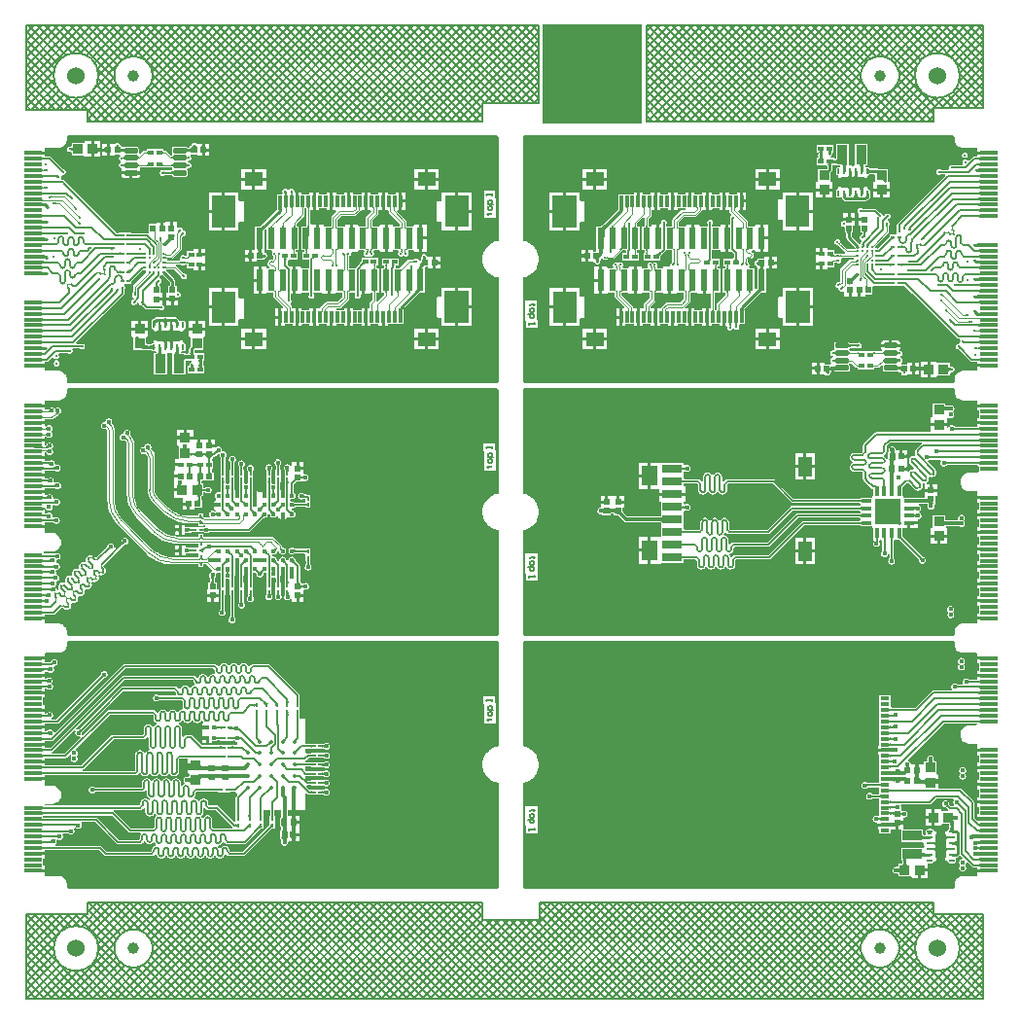
<source format=gtl>
G04*
G04 #@! TF.GenerationSoftware,Altium Limited,Altium Designer,21.1.1 (26)*
G04*
G04 Layer_Physical_Order=1*
G04 Layer_Color=255*
%FSLAX44Y44*%
%MOMM*%
G71*
G04*
G04 #@! TF.SameCoordinates,63B2E272-0427-4AAB-BE5C-BBC369205028*
G04*
G04*
G04 #@! TF.FilePolarity,Positive*
G04*
G01*
G75*
%ADD10C,0.2032*%
%ADD11C,1.0000*%
%ADD12R,8.6729X8.7134*%
%ADD13C,0.1250*%
%ADD14C,0.2000*%
%ADD15C,0.1717*%
%ADD16R,0.5200X0.5600*%
%ADD17R,0.3600X0.3200*%
%ADD18R,0.3500X0.2500*%
%ADD19R,0.2500X0.3500*%
%ADD20C,0.4100*%
%ADD21R,0.5600X0.5200*%
%ADD22R,0.5000X0.4500*%
%ADD23R,0.5200X0.5200*%
%ADD24R,0.8500X0.9000*%
%ADD25R,0.9000X0.8500*%
%ADD26R,1.5000X0.3500*%
%ADD27C,0.1500*%
%ADD28C,0.3000*%
%ADD29R,0.4500X0.5000*%
%ADD30R,1.7300X0.9400*%
%ADD31R,1.0000X1.0000*%
%ADD32R,0.8000X0.3000*%
G04:AMPARAMS|DCode=33|XSize=0.9mm|YSize=2mm|CornerRadius=0.0495mm|HoleSize=0mm|Usage=FLASHONLY|Rotation=360.000|XOffset=0mm|YOffset=0mm|HoleType=Round|Shape=RoundedRectangle|*
%AMROUNDEDRECTD33*
21,1,0.9000,1.9010,0,0,360.0*
21,1,0.8010,2.0000,0,0,360.0*
1,1,0.0990,0.4005,-0.9505*
1,1,0.0990,-0.4005,-0.9505*
1,1,0.0990,-0.4005,0.9505*
1,1,0.0990,0.4005,0.9505*
%
%ADD33ROUNDEDRECTD33*%
G04:AMPARAMS|DCode=34|XSize=0.25mm|YSize=0.5mm|CornerRadius=0.05mm|HoleSize=0mm|Usage=FLASHONLY|Rotation=90.000|XOffset=0mm|YOffset=0mm|HoleType=Round|Shape=RoundedRectangle|*
%AMROUNDEDRECTD34*
21,1,0.2500,0.4000,0,0,90.0*
21,1,0.1500,0.5000,0,0,90.0*
1,1,0.1000,0.2000,0.0750*
1,1,0.1000,0.2000,-0.0750*
1,1,0.1000,-0.2000,-0.0750*
1,1,0.1000,-0.2000,0.0750*
%
%ADD34ROUNDEDRECTD34*%
%ADD35C,0.1720*%
%ADD36C,0.2500*%
%ADD37R,1.4000X1.8000*%
%ADD38R,1.2000X1.8000*%
%ADD39R,1.8000X0.8000*%
%ADD40R,2.2300X2.2300*%
%ADD41R,0.9500X0.3500*%
%ADD42R,0.3500X0.9500*%
%ADD43C,0.1101*%
%ADD44R,0.3000X1.0000*%
%ADD45R,1.6500X1.3000*%
%ADD46R,0.6000X1.9000*%
%ADD47R,2.1000X2.8000*%
G04:AMPARAMS|DCode=48|XSize=0.45mm|YSize=1.15mm|CornerRadius=0.0495mm|HoleSize=0mm|Usage=FLASHONLY|Rotation=270.000|XOffset=0mm|YOffset=0mm|HoleType=Round|Shape=RoundedRectangle|*
%AMROUNDEDRECTD48*
21,1,0.4500,1.0510,0,0,270.0*
21,1,0.3510,1.1500,0,0,270.0*
1,1,0.0990,-0.5255,-0.1755*
1,1,0.0990,-0.5255,0.1755*
1,1,0.0990,0.5255,0.1755*
1,1,0.0990,0.5255,-0.1755*
%
%ADD48ROUNDEDRECTD48*%
%ADD49R,0.9400X1.7300*%
G04:AMPARAMS|DCode=50|XSize=0.9mm|YSize=2mm|CornerRadius=0.0495mm|HoleSize=0mm|Usage=FLASHONLY|Rotation=270.000|XOffset=0mm|YOffset=0mm|HoleType=Round|Shape=RoundedRectangle|*
%AMROUNDEDRECTD50*
21,1,0.9000,1.9010,0,0,270.0*
21,1,0.8010,2.0000,0,0,270.0*
1,1,0.0990,-0.9505,-0.4005*
1,1,0.0990,-0.9505,0.4005*
1,1,0.0990,0.9505,0.4005*
1,1,0.0990,0.9505,-0.4005*
%
%ADD50ROUNDEDRECTD50*%
G04:AMPARAMS|DCode=51|XSize=0.25mm|YSize=0.5mm|CornerRadius=0.05mm|HoleSize=0mm|Usage=FLASHONLY|Rotation=360.000|XOffset=0mm|YOffset=0mm|HoleType=Round|Shape=RoundedRectangle|*
%AMROUNDEDRECTD51*
21,1,0.2500,0.4000,0,0,360.0*
21,1,0.1500,0.5000,0,0,360.0*
1,1,0.1000,0.0750,-0.2000*
1,1,0.1000,-0.0750,-0.2000*
1,1,0.1000,-0.0750,0.2000*
1,1,0.1000,0.0750,0.2000*
%
%ADD51ROUNDEDRECTD51*%
%ADD52C,0.1000*%
%ADD53C,0.0750*%
%ADD54C,0.1710*%
%ADD55C,0.3500*%
%ADD56C,1.5240*%
%ADD57C,0.4000*%
%ADD58C,5.0000*%
%ADD59C,0.5000*%
%ADD60C,0.3000*%
G36*
X417961Y756531D02*
Y665879D01*
X415538Y665397D01*
X415353Y665320D01*
X415156Y665281D01*
X412620Y664231D01*
X412453Y664119D01*
X412268Y664042D01*
X409986Y662517D01*
X409844Y662376D01*
X409677Y662264D01*
X407736Y660323D01*
X407625Y660156D01*
X407482Y660014D01*
X405958Y657732D01*
X405881Y657547D01*
X405769Y657380D01*
X404719Y654844D01*
X404680Y654647D01*
X404603Y654462D01*
X404067Y651770D01*
Y651619D01*
X404031Y651472D01*
X403963Y650100D01*
X403978Y650000D01*
X403963Y649900D01*
X404031Y648528D01*
X404067Y648381D01*
Y648230D01*
X404603Y645538D01*
X404680Y645353D01*
X404719Y645156D01*
X405769Y642620D01*
X405881Y642453D01*
X405957Y642268D01*
X407482Y639986D01*
X407624Y639844D01*
X407736Y639677D01*
X409676Y637736D01*
X409843Y637624D01*
X409985Y637482D01*
X412267Y635958D01*
X412453Y635881D01*
X412620Y635769D01*
X415155Y634719D01*
X415352Y634680D01*
X415538Y634603D01*
X417961Y634121D01*
Y543345D01*
X416655Y542039D01*
X43345D01*
X42039Y543345D01*
Y545750D01*
X42019Y545849D01*
X42029Y545950D01*
X41933Y546925D01*
X41846Y547212D01*
X41788Y547506D01*
X41041Y549308D01*
X40599Y549970D01*
X39220Y551349D01*
X39220Y551349D01*
X38558Y551791D01*
X36756Y552538D01*
X36462Y552596D01*
X36175Y552683D01*
X35200Y552779D01*
X35099Y552769D01*
X35000Y552789D01*
X23636D01*
X22540Y553210D01*
Y556230D01*
X21750D01*
X20870Y556175D01*
X20594Y556133D01*
X20370Y556081D01*
X20194Y556020D01*
X20069Y555950D01*
X19994Y555870D01*
X19970Y555780D01*
Y556230D01*
X12500D01*
Y558770D01*
X19970D01*
Y559220D01*
X19994Y559130D01*
X20069Y559050D01*
X20194Y558980D01*
X20370Y558919D01*
X20594Y558867D01*
X20870Y558825D01*
X21554Y558770D01*
X22540D01*
Y560604D01*
X24671D01*
X25396Y560748D01*
X26012Y561159D01*
X29178Y564325D01*
X30475Y564206D01*
X30725Y564076D01*
X31311Y563491D01*
X32024Y563195D01*
X32229Y563110D01*
X32311Y563063D01*
X32378Y561858D01*
X32117Y561750D01*
X31536Y561509D01*
X30833Y560806D01*
X30452Y559887D01*
Y558893D01*
X30833Y557974D01*
X31536Y557271D01*
X32455Y556890D01*
X33449D01*
X34368Y557271D01*
X35072Y557974D01*
X35452Y558893D01*
Y559887D01*
X35072Y560806D01*
X34368Y561509D01*
X33655Y561805D01*
X33449Y561890D01*
X33368Y561937D01*
X33300Y563142D01*
X33562Y563250D01*
X34143Y563491D01*
X34846Y564194D01*
X35227Y565113D01*
Y566107D01*
X34846Y567026D01*
X35412Y568257D01*
X42751D01*
X42833Y568250D01*
X42868Y568245D01*
X43078Y568034D01*
X43997Y567653D01*
X44992D01*
X45911Y568034D01*
X46614Y568737D01*
X46995Y569656D01*
Y570650D01*
X46810Y571097D01*
X47413Y572248D01*
X47554Y572367D01*
X53556D01*
X53617Y572360D01*
X53643Y572355D01*
X53965Y572033D01*
X54884Y571652D01*
X55879D01*
X56797Y572033D01*
X57501Y572736D01*
X57881Y573655D01*
Y574650D01*
X57501Y575569D01*
X56797Y576272D01*
X55879Y576652D01*
X54884D01*
X53965Y576272D01*
X53866Y576172D01*
X53689Y576160D01*
X50636D01*
X50110Y577430D01*
X91603Y618923D01*
X92014Y619538D01*
X92158Y620263D01*
Y623731D01*
X92165Y623814D01*
X92170Y623849D01*
X92382Y624061D01*
X92763Y624980D01*
Y625975D01*
X92382Y626894D01*
X92278Y626997D01*
X92474Y628465D01*
X92935Y628742D01*
X92935D01*
X92935Y628742D01*
X98435D01*
Y630451D01*
X98540Y630600D01*
X98954Y631086D01*
X108700Y640833D01*
X109503Y640500D01*
X110074D01*
X111036Y639561D01*
X111114Y639426D01*
X111108Y638451D01*
X99939Y627282D01*
X99580Y626745D01*
X99454Y626111D01*
Y621088D01*
X99445Y621034D01*
X99432Y620978D01*
X99418Y620932D01*
X99404Y620896D01*
X99390Y620869D01*
X99376Y620847D01*
X99362Y620828D01*
X99314Y620777D01*
X99271Y620707D01*
X98991Y620428D01*
X98611Y619509D01*
Y618514D01*
X98991Y617595D01*
X99694Y616892D01*
X100213Y616677D01*
X100400Y616130D01*
X99940Y614926D01*
X99021Y614546D01*
X98318Y613842D01*
X97937Y612923D01*
Y611929D01*
X98318Y611010D01*
X99021Y610307D01*
X99940Y609926D01*
X100935D01*
X101854Y610307D01*
X102557Y611010D01*
X102937Y611929D01*
X102980Y611979D01*
X103512Y612339D01*
X104751Y611660D01*
Y611614D01*
X105131Y610695D01*
X105835Y609992D01*
X106753Y609612D01*
X107051D01*
X107072Y609596D01*
X107165Y609515D01*
X110021Y606659D01*
X110021Y606659D01*
X110637Y606248D01*
X111362Y606104D01*
X122257D01*
X122338Y606097D01*
X122373Y606091D01*
X122584Y605881D01*
X123503Y605500D01*
X124497D01*
X125416Y605881D01*
X126119Y606584D01*
X126500Y607503D01*
Y608497D01*
X126119Y609416D01*
X125471Y610064D01*
Y614015D01*
X120331D01*
Y616555D01*
X125471D01*
Y620625D01*
X123932D01*
Y626885D01*
X122466D01*
X122459Y626901D01*
X122419Y627051D01*
X122384Y627263D01*
X122371Y627410D01*
Y628216D01*
X122766Y628611D01*
X123416Y628881D01*
X124119Y629584D01*
X124500Y630503D01*
Y631497D01*
X124119Y632416D01*
X123416Y633119D01*
X123195Y633211D01*
X122860Y634673D01*
X123094Y634907D01*
X123505Y635522D01*
X123611Y636057D01*
X123995Y636381D01*
X124919Y636742D01*
X125081Y636675D01*
X131674Y630082D01*
Y627689D01*
X131656Y627483D01*
X131608Y627196D01*
X131550Y626981D01*
X131493Y626841D01*
X131458Y626785D01*
X130368D01*
Y620725D01*
X128828D01*
Y616655D01*
X139108D01*
Y616696D01*
X140000Y617065D01*
X140703Y617769D01*
X141084Y618688D01*
Y619682D01*
X140703Y620601D01*
X140000Y621304D01*
X139081Y621685D01*
X138086D01*
X137568Y622031D01*
Y626785D01*
X136478D01*
X136443Y626841D01*
X136386Y626981D01*
X136328Y627196D01*
X136280Y627483D01*
X136262Y627689D01*
Y631032D01*
X136262Y631032D01*
X136088Y631910D01*
X135590Y632654D01*
X135590Y632654D01*
X128325Y639919D01*
X128230Y640149D01*
X128613Y641040D01*
X128912Y641419D01*
X135364D01*
X141258Y635526D01*
X141288Y635482D01*
X141313Y635438D01*
X141334Y635394D01*
X141350Y635351D01*
X141362Y635306D01*
X141372Y635258D01*
X141377Y635204D01*
X141380Y635107D01*
X141399Y635023D01*
Y634623D01*
X141780Y633704D01*
X142483Y633001D01*
X143402Y632620D01*
X144396D01*
X145315Y633001D01*
X146018Y633704D01*
X146399Y634623D01*
Y635617D01*
X146018Y636536D01*
X145315Y637239D01*
X144396Y637620D01*
X143996D01*
X143913Y637639D01*
X143815Y637642D01*
X143761Y637648D01*
X143713Y637657D01*
X143668Y637669D01*
X143625Y637685D01*
X143581Y637706D01*
X143537Y637731D01*
X143493Y637761D01*
X137137Y644118D01*
X137089Y644149D01*
X137475Y645419D01*
X140845D01*
X140897Y645410D01*
X140947Y645396D01*
X140992Y645380D01*
X141034Y645361D01*
X141074Y645338D01*
X141115Y645310D01*
X141157Y645276D01*
X141228Y645209D01*
X141301Y645163D01*
X141584Y644881D01*
X142503Y644500D01*
X143497D01*
X144416Y644881D01*
X144699Y645163D01*
X144772Y645209D01*
X144843Y645277D01*
X144885Y645310D01*
X144926Y645338D01*
X144966Y645361D01*
X145008Y645380D01*
X145053Y645396D01*
X145103Y645410D01*
X145155Y645419D01*
X146750D01*
Y641750D01*
X152710D01*
Y640210D01*
X156480D01*
Y645000D01*
X157750D01*
Y646270D01*
X162790D01*
Y649210D01*
Y652730D01*
X157750D01*
Y654000D01*
X156480D01*
Y658790D01*
X152710D01*
Y657250D01*
X146750D01*
Y652771D01*
X146587Y652581D01*
X145155D01*
X145103Y652590D01*
X145053Y652604D01*
X145008Y652620D01*
X144966Y652639D01*
X144925Y652662D01*
X144885Y652690D01*
X144843Y652724D01*
X144772Y652791D01*
X144699Y652837D01*
X144416Y653119D01*
X143497Y653500D01*
X142503D01*
X141584Y653119D01*
X140881Y652416D01*
X140500Y651497D01*
Y650503D01*
X140770Y649851D01*
X140387Y648960D01*
X140088Y648581D01*
X130112D01*
X130112Y648581D01*
X129479Y649851D01*
X129654Y650082D01*
X132641D01*
X133245Y650202D01*
X133758Y650545D01*
X141414Y658201D01*
X141757Y658714D01*
X141877Y659318D01*
Y669218D01*
X142078Y669352D01*
X142839Y670113D01*
X142883Y670143D01*
X142928Y670169D01*
X142971Y670189D01*
X143014Y670206D01*
X143059Y670218D01*
X143107Y670227D01*
X143161Y670233D01*
X143259Y670236D01*
X143343Y670255D01*
X143743D01*
X144661Y670635D01*
X145365Y671339D01*
X145745Y672258D01*
Y673252D01*
X145365Y674171D01*
X144661Y674874D01*
X143743Y675255D01*
X143094D01*
Y675904D01*
X142713Y676823D01*
X142010Y677526D01*
X141091Y677906D01*
X140096D01*
X139410Y677622D01*
X138571Y677969D01*
X138140Y678284D01*
Y682240D01*
X134270D01*
Y676900D01*
X131730D01*
Y679639D01*
X131637D01*
X131730Y679649D01*
Y682240D01*
X127860D01*
Y682140D01*
X126370D01*
Y677000D01*
X123830D01*
Y679539D01*
X123750D01*
X123830Y679548D01*
Y682140D01*
X119960D01*
Y680600D01*
X113300D01*
Y673747D01*
X113042Y673418D01*
X112282Y672790D01*
X111789Y672888D01*
X98570D01*
X98435Y672896D01*
Y673242D01*
X94205D01*
X92935Y673242D01*
Y673242D01*
X92935D01*
Y673242D01*
X87435D01*
Y672901D01*
X87227Y672887D01*
X85727D01*
X78649Y679966D01*
X41307Y717307D01*
X39850Y718765D01*
X39235Y719175D01*
X38510Y719320D01*
X37567D01*
X37223Y719853D01*
X36937Y720590D01*
X37243Y721330D01*
Y722325D01*
X37128Y722605D01*
X37985Y723624D01*
X38980D01*
X39899Y724005D01*
X40602Y724708D01*
X40983Y725627D01*
Y726621D01*
X40602Y727540D01*
X39899Y728243D01*
X38980Y728624D01*
X38680D01*
X38658Y728640D01*
X38564Y728722D01*
X28447Y738840D01*
X27832Y739250D01*
X27107Y739395D01*
X22540D01*
Y741230D01*
X12500D01*
Y743770D01*
X22540D01*
Y746790D01*
X23636Y747211D01*
X35000D01*
X35099Y747231D01*
X35200Y747221D01*
X36175Y747317D01*
X36462Y747404D01*
X36756Y747462D01*
X38558Y748209D01*
X38558Y748209D01*
X39220Y748651D01*
X39220Y748651D01*
X40599Y750030D01*
X40599Y750030D01*
X41041Y750692D01*
X41041Y750692D01*
X41788Y752494D01*
X41846Y752788D01*
X41933Y753074D01*
X42029Y754050D01*
X42019Y754151D01*
X42039Y754250D01*
Y756337D01*
X43402Y757836D01*
X416655D01*
X417961Y756531D01*
D02*
G37*
G36*
X814961Y756655D02*
Y754250D01*
X814981Y754151D01*
X814971Y754050D01*
X815067Y753075D01*
X815154Y752788D01*
X815212Y752494D01*
X815959Y750692D01*
X816401Y750030D01*
X817780Y748651D01*
X817780Y748651D01*
X818442Y748209D01*
X820244Y747462D01*
X820538Y747404D01*
X820825Y747317D01*
X821800Y747221D01*
X821901Y747231D01*
X822000Y747211D01*
X833364D01*
X834460Y746790D01*
Y743770D01*
X835250D01*
X836131Y743825D01*
X836405Y743867D01*
X836630Y743919D01*
X836805Y743980D01*
X836930Y744051D01*
X837005Y744130D01*
X837030Y744220D01*
Y743770D01*
X844500D01*
Y741230D01*
X837030D01*
Y740780D01*
X837005Y740870D01*
X836930Y740949D01*
X836805Y741020D01*
X836630Y741081D01*
X836405Y741133D01*
X836131Y741175D01*
X835446Y741230D01*
X834460D01*
Y739396D01*
X832329D01*
X831604Y739252D01*
X830988Y738841D01*
X827822Y735674D01*
X826525Y735794D01*
X826275Y735924D01*
X825689Y736509D01*
X824976Y736805D01*
X824771Y736890D01*
X824689Y736937D01*
X824622Y738142D01*
X824883Y738250D01*
X825464Y738491D01*
X826167Y739194D01*
X826548Y740113D01*
Y741107D01*
X826167Y742026D01*
X825464Y742729D01*
X824545Y743110D01*
X823550D01*
X822632Y742729D01*
X821928Y742026D01*
X821548Y741107D01*
Y740113D01*
X821928Y739194D01*
X822632Y738491D01*
X823345Y738195D01*
X823550Y738110D01*
X823632Y738063D01*
X823699Y736858D01*
X823438Y736750D01*
X822857Y736509D01*
X822154Y735806D01*
X821773Y734887D01*
Y733893D01*
X822154Y732974D01*
X821589Y731743D01*
X814249D01*
X814167Y731750D01*
X814132Y731755D01*
X813922Y731966D01*
X813003Y732347D01*
X812008D01*
X811089Y731966D01*
X810386Y731263D01*
X810005Y730344D01*
Y729349D01*
X810190Y728903D01*
X809587Y727752D01*
X809446Y727633D01*
X803444D01*
X803383Y727640D01*
X803357Y727645D01*
X803035Y727967D01*
X802116Y728348D01*
X801122D01*
X800203Y727967D01*
X799499Y727264D01*
X799119Y726345D01*
Y725350D01*
X799499Y724431D01*
X800203Y723728D01*
X801122Y723348D01*
X802116D01*
X803035Y723728D01*
X803134Y723828D01*
X803311Y723840D01*
X806364D01*
X806890Y722570D01*
X765397Y681077D01*
X764986Y680462D01*
X764842Y679737D01*
Y676269D01*
X764835Y676186D01*
X764830Y676151D01*
X764618Y675939D01*
X764237Y675020D01*
Y674025D01*
X764618Y673106D01*
X764722Y673002D01*
X764526Y671535D01*
X764065Y671258D01*
X764065D01*
X764065Y671258D01*
X758565D01*
Y669549D01*
X758460Y669400D01*
X758046Y668914D01*
X748300Y659167D01*
X747497Y659500D01*
X746926D01*
X745964Y660439D01*
X745886Y660574D01*
X745892Y661549D01*
X757061Y672718D01*
X757420Y673255D01*
X757546Y673889D01*
Y678912D01*
X757555Y678966D01*
X757568Y679022D01*
X757582Y679068D01*
X757596Y679104D01*
X757610Y679131D01*
X757624Y679153D01*
X757638Y679172D01*
X757686Y679223D01*
X757729Y679293D01*
X758009Y679573D01*
X758389Y680491D01*
Y681486D01*
X758009Y682405D01*
X757306Y683108D01*
X756787Y683323D01*
X756600Y683870D01*
X757060Y685074D01*
X757979Y685454D01*
X758682Y686158D01*
X759062Y687077D01*
Y688071D01*
X758682Y688990D01*
X757979Y689693D01*
X757060Y690074D01*
X756065D01*
X755146Y689693D01*
X754443Y688990D01*
X754063Y688071D01*
X754020Y688021D01*
X753488Y687661D01*
X752249Y688340D01*
Y688386D01*
X751869Y689305D01*
X751165Y690008D01*
X750247Y690388D01*
X749949D01*
X749928Y690404D01*
X749835Y690485D01*
X746979Y693341D01*
X746979Y693341D01*
X746363Y693752D01*
X745638Y693896D01*
X734743D01*
X734661Y693903D01*
X734627Y693909D01*
X734416Y694119D01*
X733497Y694500D01*
X732503D01*
X731584Y694119D01*
X730881Y693416D01*
X730500Y692497D01*
Y691503D01*
X730881Y690584D01*
X731528Y689936D01*
Y685985D01*
X736668D01*
Y683445D01*
X731528D01*
Y679375D01*
X733068D01*
Y673115D01*
X734534D01*
X734541Y673099D01*
X734581Y672949D01*
X734616Y672737D01*
X734629Y672590D01*
Y671784D01*
X734234Y671389D01*
X733584Y671119D01*
X732881Y670416D01*
X732500Y669497D01*
Y668503D01*
X732881Y667584D01*
X733584Y666881D01*
X733805Y666789D01*
X734139Y665327D01*
X733906Y665093D01*
X733495Y664478D01*
X733389Y663943D01*
X733006Y663619D01*
X732081Y663258D01*
X731919Y663325D01*
X725326Y669918D01*
Y672311D01*
X725344Y672517D01*
X725392Y672804D01*
X725450Y673019D01*
X725507Y673159D01*
X725542Y673215D01*
X726632D01*
Y679275D01*
X728172D01*
Y683345D01*
X717892D01*
Y683304D01*
X717000Y682935D01*
X716297Y682231D01*
X715916Y681312D01*
Y680318D01*
X716297Y679399D01*
X717000Y678696D01*
X717919Y678315D01*
X718914D01*
X719432Y677969D01*
Y673215D01*
X720522D01*
X720557Y673159D01*
X720614Y673019D01*
X720672Y672804D01*
X720720Y672517D01*
X720738Y672311D01*
Y668968D01*
X720738Y668968D01*
X720912Y668090D01*
X721410Y667346D01*
X721410Y667346D01*
X728675Y660081D01*
X728770Y659851D01*
X728387Y658960D01*
X728088Y658581D01*
X721636D01*
X715742Y664474D01*
X715712Y664518D01*
X715687Y664562D01*
X715666Y664606D01*
X715650Y664649D01*
X715638Y664694D01*
X715628Y664742D01*
X715623Y664796D01*
X715620Y664893D01*
X715601Y664977D01*
Y665377D01*
X715220Y666296D01*
X714517Y666999D01*
X713598Y667380D01*
X712604D01*
X711685Y666999D01*
X710982Y666296D01*
X710601Y665377D01*
Y664383D01*
X710982Y663464D01*
X711685Y662761D01*
X712604Y662380D01*
X713004D01*
X713087Y662361D01*
X713185Y662358D01*
X713239Y662353D01*
X713287Y662343D01*
X713332Y662331D01*
X713375Y662315D01*
X713419Y662294D01*
X713463Y662269D01*
X713507Y662239D01*
X719863Y655882D01*
X719911Y655851D01*
X719525Y654581D01*
X716155D01*
X716103Y654590D01*
X716053Y654604D01*
X716008Y654620D01*
X715966Y654639D01*
X715926Y654662D01*
X715885Y654690D01*
X715843Y654724D01*
X715772Y654791D01*
X715699Y654837D01*
X715416Y655119D01*
X714497Y655500D01*
X713503D01*
X712584Y655119D01*
X712301Y654837D01*
X712228Y654791D01*
X712157Y654723D01*
X712115Y654690D01*
X712074Y654662D01*
X712034Y654639D01*
X711992Y654620D01*
X711947Y654604D01*
X711897Y654590D01*
X711845Y654581D01*
X710250D01*
Y658250D01*
X704290D01*
Y659790D01*
X700520D01*
Y655000D01*
X699250D01*
Y653730D01*
X694210D01*
Y650790D01*
Y647270D01*
X699250D01*
Y646000D01*
X700520D01*
Y641210D01*
X704290D01*
Y642750D01*
X710250D01*
Y647229D01*
X710414Y647419D01*
X711845D01*
X711897Y647410D01*
X711947Y647396D01*
X711992Y647380D01*
X712034Y647361D01*
X712075Y647338D01*
X712115Y647310D01*
X712157Y647276D01*
X712228Y647209D01*
X712301Y647163D01*
X712584Y646881D01*
X713503Y646500D01*
X714497D01*
X715416Y646881D01*
X716119Y647584D01*
X716500Y648503D01*
Y649497D01*
X716230Y650149D01*
X716613Y651040D01*
X716912Y651419D01*
X726888D01*
X726888Y651419D01*
X727521Y650149D01*
X727346Y649918D01*
X724359D01*
X723755Y649798D01*
X723242Y649455D01*
X715586Y641799D01*
X715243Y641286D01*
X715123Y640682D01*
Y630782D01*
X714922Y630648D01*
X714161Y629887D01*
X714117Y629857D01*
X714072Y629831D01*
X714029Y629811D01*
X713986Y629795D01*
X713941Y629782D01*
X713893Y629773D01*
X713839Y629767D01*
X713741Y629764D01*
X713658Y629745D01*
X713257D01*
X712339Y629365D01*
X711635Y628661D01*
X711255Y627743D01*
Y626748D01*
X711635Y625829D01*
X712339Y625126D01*
X713257Y624745D01*
X713906D01*
Y624096D01*
X714287Y623177D01*
X714990Y622474D01*
X715909Y622094D01*
X716904D01*
X717590Y622378D01*
X718429Y622031D01*
X718860Y621716D01*
Y617760D01*
X722730D01*
Y623100D01*
X725270D01*
Y620361D01*
X725363D01*
X725270Y620351D01*
Y617760D01*
X729140D01*
Y617860D01*
X730630D01*
Y623000D01*
X733170D01*
Y620461D01*
X733250D01*
X733170Y620452D01*
Y617860D01*
X737040D01*
Y619400D01*
X743700D01*
Y626253D01*
X743958Y626582D01*
X744717Y627210D01*
X745211Y627111D01*
X758430D01*
X758565Y627104D01*
Y626758D01*
X762795D01*
X764065Y626758D01*
Y626758D01*
X764065D01*
Y626758D01*
X769565D01*
Y627099D01*
X769773Y627113D01*
X771273D01*
X778352Y620034D01*
X815693Y582693D01*
X817150Y581235D01*
X817765Y580825D01*
X818490Y580680D01*
X819433D01*
X819777Y580147D01*
X820063Y579410D01*
X819756Y578670D01*
Y577675D01*
X819872Y577395D01*
X819015Y576376D01*
X818020D01*
X817101Y575995D01*
X816398Y575292D01*
X816017Y574373D01*
Y573379D01*
X816398Y572460D01*
X817101Y571757D01*
X818020Y571376D01*
X818320D01*
X818341Y571360D01*
X818436Y571278D01*
X828553Y561160D01*
X829168Y560749D01*
X829893Y560605D01*
X834460D01*
Y558770D01*
X844500D01*
Y556230D01*
X834460D01*
Y553210D01*
X833364Y552789D01*
X822000D01*
X821901Y552769D01*
X821800Y552779D01*
X820825Y552683D01*
X820538Y552596D01*
X820244Y552538D01*
X818442Y551791D01*
X818442Y551791D01*
X817780Y551349D01*
X817780Y551349D01*
X816401Y549970D01*
X816401Y549970D01*
X815959Y549308D01*
X815959Y549308D01*
X815212Y547506D01*
X815154Y547212D01*
X815067Y546926D01*
X814971Y545950D01*
X814981Y545849D01*
X814961Y545750D01*
Y543663D01*
X813598Y542164D01*
X440345D01*
X439039Y543469D01*
Y634121D01*
X441462Y634603D01*
X441647Y634680D01*
X441844Y634719D01*
X444380Y635769D01*
X444547Y635881D01*
X444732Y635958D01*
X447014Y637482D01*
X447156Y637624D01*
X447323Y637736D01*
X449264Y639677D01*
X449375Y639844D01*
X449518Y639986D01*
X451042Y642268D01*
X451119Y642453D01*
X451231Y642620D01*
X452281Y645156D01*
X452320Y645353D01*
X452397Y645538D01*
X452932Y648230D01*
Y648381D01*
X452969Y648528D01*
X453037Y649900D01*
X453022Y650000D01*
X453037Y650100D01*
X452969Y651472D01*
X452933Y651619D01*
Y651770D01*
X452397Y654462D01*
X452320Y654647D01*
X452281Y654844D01*
X451231Y657380D01*
X451119Y657547D01*
X451043Y657732D01*
X449518Y660014D01*
X449376Y660156D01*
X449264Y660323D01*
X447323Y662264D01*
X447157Y662376D01*
X447015Y662518D01*
X444733Y664042D01*
X444547Y664119D01*
X444380Y664231D01*
X441844Y665281D01*
X441648Y665320D01*
X441462Y665397D01*
X439039Y665879D01*
Y756655D01*
X440345Y757961D01*
X813655D01*
X814961Y756655D01*
D02*
G37*
G36*
X19957Y739054D02*
X20009Y738908D01*
X20096Y738779D01*
X20219Y738667D01*
X20376Y738573D01*
X20568Y738496D01*
X20795Y738436D01*
X21057Y738393D01*
X21354Y738367D01*
X21686Y738358D01*
Y736642D01*
X21354Y736633D01*
X21057Y736607D01*
X20795Y736564D01*
X20568Y736504D01*
X20376Y736427D01*
X20219Y736333D01*
X20096Y736221D01*
X20009Y736092D01*
X19957Y735946D01*
X19939Y735783D01*
Y739217D01*
X19957Y739054D01*
D02*
G37*
G36*
X837030Y735780D02*
X837013Y735944D01*
X836962Y736090D01*
X836876Y736219D01*
X836755Y736331D01*
X836600Y736425D01*
X836411Y736503D01*
X836188Y736563D01*
X835930Y736606D01*
X835637Y736631D01*
X835311Y736640D01*
Y738360D01*
X835637Y738369D01*
X835930Y738394D01*
X836188Y738437D01*
X836411Y738497D01*
X836600Y738575D01*
X836755Y738669D01*
X836876Y738781D01*
X836962Y738910D01*
X837013Y739056D01*
X837030Y739220D01*
Y735780D01*
D02*
G37*
G36*
Y730780D02*
X837013Y730944D01*
X836962Y731090D01*
X836876Y731219D01*
X836755Y731331D01*
X836600Y731425D01*
X836411Y731502D01*
X836188Y731563D01*
X835930Y731606D01*
X835637Y731631D01*
X835311Y731640D01*
Y733360D01*
X835637Y733369D01*
X835930Y733394D01*
X836188Y733437D01*
X836411Y733497D01*
X836600Y733575D01*
X836755Y733669D01*
X836876Y733781D01*
X836962Y733910D01*
X837013Y734056D01*
X837030Y734220D01*
Y730780D01*
D02*
G37*
G36*
X813621Y730861D02*
X813679Y730828D01*
X813750Y730800D01*
X813835Y730775D01*
X813934Y730754D01*
X814047Y730737D01*
X814313Y730714D01*
X814634Y730707D01*
Y728987D01*
X814467Y728985D01*
X814047Y728956D01*
X813934Y728939D01*
X813835Y728918D01*
X813750Y728894D01*
X813679Y728865D01*
X813621Y728833D01*
X813577Y728797D01*
Y730897D01*
X813621Y730861D01*
D02*
G37*
G36*
X23083Y726334D02*
X23001Y726420D01*
X22912Y726496D01*
X22814Y726563D01*
X22709Y726622D01*
X22596Y726671D01*
X22476Y726712D01*
X22347Y726743D01*
X22211Y726765D01*
X22067Y726779D01*
X21915Y726783D01*
X21999Y728033D01*
X22150Y728037D01*
X22295Y728049D01*
X22433Y728069D01*
X22564Y728097D01*
X22689Y728133D01*
X22806Y728176D01*
X22918Y728228D01*
X23022Y728287D01*
X23120Y728355D01*
X23212Y728430D01*
X23083Y726334D01*
D02*
G37*
G36*
X19952Y728540D02*
X19990Y728433D01*
X20054Y728340D01*
X20144Y728258D01*
X20259Y728190D01*
X20400Y728133D01*
X20566Y728090D01*
X20759Y728058D01*
X20976Y728040D01*
X21219Y728033D01*
Y726783D01*
X20976Y726777D01*
X20759Y726758D01*
X20566Y726727D01*
X20400Y726683D01*
X20259Y726627D01*
X20144Y726558D01*
X20054Y726477D01*
X19990Y726383D01*
X19952Y726277D01*
X19939Y726158D01*
Y728658D01*
X19952Y728540D01*
D02*
G37*
G36*
X37703Y728120D02*
X38021Y727843D01*
X38112Y727776D01*
X38198Y727721D01*
X38275Y727678D01*
X38347Y727647D01*
X38411Y727629D01*
X38468Y727624D01*
X36983Y726139D01*
X36977Y726196D01*
X36959Y726260D01*
X36929Y726331D01*
X36886Y726409D01*
X36831Y726494D01*
X36763Y726586D01*
X36591Y726791D01*
X36370Y727023D01*
X37583Y728237D01*
X37703Y728120D01*
D02*
G37*
G36*
X837030Y725780D02*
X837005Y725870D01*
X836930Y725949D01*
X836805Y726020D01*
X836630Y726081D01*
X836405Y726133D01*
X836131Y726175D01*
X835431Y726231D01*
X834530Y726250D01*
Y728750D01*
X835005Y728755D01*
X836131Y728825D01*
X836405Y728867D01*
X836630Y728919D01*
X836805Y728980D01*
X836930Y729051D01*
X837005Y729130D01*
X837030Y729220D01*
Y725780D01*
D02*
G37*
G36*
X802809Y726774D02*
X802866Y726737D01*
X802937Y726704D01*
X803022Y726675D01*
X803121Y726651D01*
X803233Y726631D01*
X803359Y726616D01*
X803652Y726599D01*
X803819Y726597D01*
X803662Y724876D01*
X803494Y724875D01*
X802961Y724838D01*
X802863Y724820D01*
X802778Y724800D01*
X802708Y724777D01*
X802652Y724751D01*
X802609Y724721D01*
X802765Y726815D01*
X802809Y726774D01*
D02*
G37*
G36*
X33515Y720967D02*
X33473Y721014D01*
X33418Y721056D01*
X33348Y721094D01*
X33265Y721126D01*
X33168Y721153D01*
X33057Y721175D01*
X32932Y721192D01*
X32641Y721212D01*
X32474Y721215D01*
X32828Y722932D01*
X32997Y722933D01*
X33623Y722970D01*
X33704Y722984D01*
X33770Y723000D01*
X33822Y723018D01*
X33859Y723039D01*
X33515Y720967D01*
D02*
G37*
G36*
X837061Y720783D02*
X837044Y720946D01*
X836991Y721092D01*
X836904Y721221D01*
X836781Y721333D01*
X836624Y721427D01*
X836432Y721504D01*
X836205Y721564D01*
X835943Y721607D01*
X835646Y721633D01*
X835314Y721642D01*
Y723358D01*
X835646Y723367D01*
X835943Y723393D01*
X836205Y723436D01*
X836432Y723496D01*
X836624Y723573D01*
X836781Y723667D01*
X836904Y723779D01*
X836991Y723908D01*
X837044Y724054D01*
X837061Y724217D01*
Y720783D01*
D02*
G37*
G36*
X19958Y723627D02*
X20012Y723481D01*
X20100Y723352D01*
X20223Y723241D01*
X20380Y723146D01*
X20572Y723069D01*
X20799Y723009D01*
X21060Y722966D01*
X21356Y722940D01*
X21686Y722932D01*
Y721215D01*
X21360Y721210D01*
X20587Y721145D01*
X20399Y721106D01*
X20244Y721059D01*
X20124Y721002D01*
X20038Y720937D01*
X19987Y720863D01*
X19970Y720780D01*
X19939Y723790D01*
X19958Y723627D01*
D02*
G37*
G36*
X837061Y715783D02*
X837044Y715946D01*
X836991Y716092D01*
X836904Y716221D01*
X836781Y716333D01*
X836624Y716427D01*
X836432Y716504D01*
X836205Y716564D01*
X835943Y716607D01*
X835646Y716633D01*
X835314Y716642D01*
Y718358D01*
X835646Y718367D01*
X835943Y718393D01*
X836205Y718436D01*
X836432Y718496D01*
X836624Y718573D01*
X836781Y718667D01*
X836904Y718779D01*
X836991Y718908D01*
X837044Y719054D01*
X837061Y719217D01*
Y715783D01*
D02*
G37*
G36*
X19958Y718979D02*
X20011Y718833D01*
X20100Y718704D01*
X20222Y718592D01*
X20380Y718498D01*
X20572Y718421D01*
X20798Y718361D01*
X21060Y718318D01*
X21356Y718292D01*
X21686Y718283D01*
Y716566D01*
X21360Y716559D01*
X21068Y716535D01*
X20811Y716496D01*
X20587Y716441D01*
X20399Y716370D01*
X20244Y716283D01*
X20124Y716181D01*
X20038Y716064D01*
X19987Y715930D01*
X19970Y715780D01*
X19939Y719142D01*
X19958Y718979D01*
D02*
G37*
G36*
X23368Y711433D02*
X23282Y711515D01*
X23189Y711588D01*
X23088Y711652D01*
X22980Y711708D01*
X22864Y711755D01*
X22742Y711794D01*
X22612Y711824D01*
X22475Y711845D01*
X22331Y711858D01*
X22179Y711862D01*
X22191Y713112D01*
X22342Y713116D01*
X22487Y713129D01*
X22624Y713150D01*
X22754Y713179D01*
X22877Y713217D01*
X22993Y713264D01*
X23102Y713318D01*
X23204Y713382D01*
X23299Y713453D01*
X23386Y713533D01*
X23368Y711433D01*
D02*
G37*
G36*
X19952Y713618D02*
X19990Y713512D01*
X20054Y713418D01*
X20144Y713337D01*
X20259Y713268D01*
X20400Y713212D01*
X20566Y713168D01*
X20759Y713137D01*
X20976Y713118D01*
X21219Y713112D01*
Y711862D01*
X20976Y711856D01*
X20759Y711837D01*
X20566Y711806D01*
X20400Y711762D01*
X20259Y711706D01*
X20144Y711637D01*
X20054Y711556D01*
X19990Y711462D01*
X19952Y711356D01*
X19939Y711237D01*
Y713737D01*
X19952Y713618D01*
D02*
G37*
G36*
X837061Y710783D02*
X837044Y710946D01*
X836991Y711092D01*
X836904Y711221D01*
X836781Y711333D01*
X836624Y711427D01*
X836432Y711504D01*
X836205Y711564D01*
X835943Y711607D01*
X835646Y711633D01*
X835314Y711642D01*
Y713358D01*
X835646Y713367D01*
X835943Y713393D01*
X836205Y713436D01*
X836432Y713496D01*
X836624Y713573D01*
X836781Y713667D01*
X836904Y713779D01*
X836991Y713908D01*
X837044Y714054D01*
X837061Y714217D01*
Y710783D01*
D02*
G37*
G36*
X19957Y709054D02*
X20009Y708908D01*
X20096Y708779D01*
X20219Y708667D01*
X20376Y708573D01*
X20568Y708496D01*
X20795Y708436D01*
X21057Y708393D01*
X21354Y708367D01*
X21686Y708358D01*
Y706642D01*
X21354Y706633D01*
X21057Y706607D01*
X20795Y706564D01*
X20568Y706504D01*
X20376Y706427D01*
X20219Y706333D01*
X20096Y706221D01*
X20009Y706092D01*
X19957Y705946D01*
X19939Y705783D01*
Y709217D01*
X19957Y709054D01*
D02*
G37*
G36*
X837061Y705783D02*
X837044Y705946D01*
X836991Y706092D01*
X836904Y706221D01*
X836781Y706333D01*
X836624Y706427D01*
X836432Y706504D01*
X836205Y706564D01*
X835943Y706607D01*
X835646Y706633D01*
X835314Y706642D01*
Y708358D01*
X835646Y708367D01*
X835943Y708393D01*
X836205Y708436D01*
X836432Y708496D01*
X836624Y708573D01*
X836781Y708667D01*
X836904Y708779D01*
X836991Y708908D01*
X837044Y709054D01*
X837061Y709217D01*
Y705783D01*
D02*
G37*
G36*
X28293Y705311D02*
X28393Y705249D01*
X28501Y705195D01*
X28614Y705147D01*
X28734Y705107D01*
X28860Y705075D01*
X28993Y705049D01*
X29131Y705031D01*
X29276Y705020D01*
X29427Y705017D01*
X29601Y703767D01*
X29449Y703762D01*
X29305Y703748D01*
X29169Y703724D01*
X29043Y703691D01*
X28924Y703649D01*
X28814Y703597D01*
X28713Y703536D01*
X28620Y703466D01*
X28536Y703386D01*
X28460Y703296D01*
X28198Y705380D01*
X28293Y705311D01*
D02*
G37*
G36*
X45571Y704945D02*
X45978Y704598D01*
X46061Y704541D01*
X46138Y704497D01*
X46207Y704465D01*
X46269Y704446D01*
X46323Y704438D01*
X44786Y703008D01*
X44782Y703067D01*
X44766Y703133D01*
X44737Y703205D01*
X44696Y703285D01*
X44642Y703371D01*
X44576Y703463D01*
X44405Y703669D01*
X44301Y703782D01*
X44184Y703901D01*
X45451Y705062D01*
X45571Y704945D01*
D02*
G37*
G36*
X837061Y700783D02*
X837044Y700946D01*
X836991Y701092D01*
X836904Y701221D01*
X836781Y701333D01*
X836624Y701427D01*
X836432Y701504D01*
X836205Y701564D01*
X835943Y701607D01*
X835646Y701633D01*
X835314Y701642D01*
Y703358D01*
X835646Y703367D01*
X835943Y703393D01*
X836205Y703436D01*
X836432Y703496D01*
X836624Y703573D01*
X836781Y703667D01*
X836904Y703779D01*
X836991Y703908D01*
X837044Y704054D01*
X837061Y704217D01*
Y700783D01*
D02*
G37*
G36*
X19951Y702228D02*
X19983Y702143D01*
X20036Y702068D01*
X20109Y702003D01*
X20202Y701948D01*
X20315Y701904D01*
X20448Y701869D01*
X20602Y701843D01*
X20775Y701829D01*
X20970Y701824D01*
Y700824D01*
X19970Y700780D01*
X19939Y702324D01*
X19951Y702228D01*
D02*
G37*
G36*
X31616Y699543D02*
X31710Y699471D01*
X31811Y699407D01*
X31920Y699352D01*
X32035Y699305D01*
X32158Y699267D01*
X32288Y699237D01*
X32425Y699215D01*
X32570Y699203D01*
X32721Y699199D01*
Y697948D01*
X32570Y697944D01*
X32425Y697931D01*
X32288Y697910D01*
X32158Y697880D01*
X32035Y697842D01*
X31920Y697795D01*
X31811Y697740D01*
X31710Y697676D01*
X31616Y697604D01*
X31529Y697523D01*
Y699623D01*
X31616Y699543D01*
D02*
G37*
G36*
X837061Y695783D02*
X837044Y695946D01*
X836991Y696092D01*
X836904Y696221D01*
X836781Y696333D01*
X836624Y696427D01*
X836432Y696504D01*
X836205Y696564D01*
X835943Y696607D01*
X835646Y696633D01*
X835314Y696642D01*
Y698358D01*
X835646Y698367D01*
X835943Y698393D01*
X836205Y698436D01*
X836432Y698496D01*
X836624Y698573D01*
X836781Y698667D01*
X836904Y698779D01*
X836991Y698908D01*
X837044Y699054D01*
X837061Y699217D01*
Y695783D01*
D02*
G37*
G36*
X48840Y695989D02*
X48951Y695896D01*
X49062Y695812D01*
X49175Y695739D01*
X49288Y695676D01*
X49403Y695624D01*
X49518Y695582D01*
X49634Y695550D01*
X49751Y695529D01*
X49869Y695518D01*
X48299Y694123D01*
X48302Y694241D01*
X48292Y694358D01*
X48271Y694475D01*
X48237Y694591D01*
X48192Y694705D01*
X48135Y694819D01*
X48067Y694932D01*
X47986Y695045D01*
X47894Y695156D01*
X47789Y695267D01*
X48730Y696094D01*
X48840Y695989D01*
D02*
G37*
G36*
X734115Y693014D02*
X734173Y692982D01*
X734245Y692953D01*
X734330Y692928D01*
X734429Y692907D01*
X734541Y692890D01*
X734808Y692868D01*
X735129Y692860D01*
Y691140D01*
X734961Y691138D01*
X734541Y691110D01*
X734429Y691093D01*
X734330Y691072D01*
X734245Y691047D01*
X734173Y691018D01*
X734115Y690986D01*
X734071Y690950D01*
Y693050D01*
X734115Y693014D01*
D02*
G37*
G36*
X837061Y690783D02*
X837044Y690946D01*
X836991Y691092D01*
X836904Y691221D01*
X836781Y691333D01*
X836624Y691427D01*
X836432Y691504D01*
X836205Y691564D01*
X835943Y691607D01*
X835646Y691633D01*
X835314Y691642D01*
Y693358D01*
X835646Y693367D01*
X835943Y693393D01*
X836205Y693436D01*
X836432Y693496D01*
X836624Y693573D01*
X836781Y693667D01*
X836904Y693779D01*
X836991Y693908D01*
X837044Y694054D01*
X837061Y694217D01*
Y690783D01*
D02*
G37*
G36*
X748972Y689885D02*
X749289Y689608D01*
X749381Y689540D01*
X749465Y689485D01*
X749543Y689442D01*
X749614Y689412D01*
X749678Y689394D01*
X749734Y689388D01*
X748249Y687903D01*
X748244Y687960D01*
X748226Y688024D01*
X748195Y688094D01*
X748152Y688172D01*
X748097Y688257D01*
X748030Y688349D01*
X747858Y688553D01*
X747636Y688786D01*
X748852Y690002D01*
X748972Y689885D01*
D02*
G37*
G36*
X52418Y687683D02*
X52526Y687598D01*
X52639Y687524D01*
X52758Y687460D01*
X52882Y687406D01*
X53011Y687362D01*
X53147Y687328D01*
X53287Y687304D01*
X53433Y687291D01*
X53584Y687287D01*
X52099Y685802D01*
X52096Y685954D01*
X52082Y686099D01*
X52058Y686240D01*
X52024Y686375D01*
X51980Y686504D01*
X51926Y686628D01*
X51862Y686747D01*
X51788Y686860D01*
X51704Y686968D01*
X51609Y687070D01*
X52316Y687777D01*
X52418Y687683D01*
D02*
G37*
G36*
X837061Y685783D02*
X837044Y685946D01*
X836991Y686092D01*
X836904Y686221D01*
X836781Y686333D01*
X836624Y686427D01*
X836432Y686504D01*
X836205Y686564D01*
X835943Y686607D01*
X835646Y686633D01*
X835314Y686642D01*
Y688358D01*
X835646Y688367D01*
X835943Y688393D01*
X836205Y688436D01*
X836432Y688496D01*
X836624Y688573D01*
X836781Y688667D01*
X836904Y688779D01*
X836991Y688908D01*
X837044Y689054D01*
X837061Y689217D01*
Y685783D01*
D02*
G37*
G36*
X19957Y689054D02*
X20009Y688908D01*
X20096Y688779D01*
X20219Y688667D01*
X20376Y688573D01*
X20568Y688496D01*
X20795Y688436D01*
X21057Y688393D01*
X21354Y688367D01*
X21686Y688358D01*
Y686642D01*
X21354Y686633D01*
X21057Y686607D01*
X20795Y686564D01*
X20568Y686504D01*
X20376Y686427D01*
X20219Y686333D01*
X20096Y686221D01*
X20009Y686092D01*
X19957Y685946D01*
X19939Y685783D01*
Y689217D01*
X19957Y689054D01*
D02*
G37*
G36*
X756547Y686074D02*
X756490Y686068D01*
X756426Y686050D01*
X756355Y686020D01*
X756277Y685977D01*
X756192Y685922D01*
X756100Y685854D01*
X755896Y685682D01*
X755663Y685461D01*
X754449Y686675D01*
X754566Y686794D01*
X754843Y687112D01*
X754911Y687204D01*
X754966Y687289D01*
X755008Y687367D01*
X755039Y687438D01*
X755057Y687502D01*
X755063Y687559D01*
X756547Y686074D01*
D02*
G37*
G36*
X19994Y684130D02*
X20069Y684051D01*
X20194Y683980D01*
X20370Y683919D01*
X20594Y683867D01*
X20870Y683825D01*
X21569Y683769D01*
X22469Y683750D01*
Y681250D01*
X21995Y681245D01*
X20870Y681175D01*
X20594Y681133D01*
X20370Y681081D01*
X20194Y681020D01*
X20069Y680949D01*
X19994Y680870D01*
X19970Y680780D01*
Y684220D01*
X19994Y684130D01*
D02*
G37*
G36*
X52047Y682745D02*
X52159Y682653D01*
X52271Y682573D01*
X52384Y682505D01*
X52498Y682450D01*
X52613Y682406D01*
X52728Y682375D01*
X52845Y682355D01*
X52962Y682348D01*
X53079Y682354D01*
X51725Y680749D01*
X51711Y680866D01*
X51687Y680983D01*
X51653Y681098D01*
X51609Y681213D01*
X51555Y681327D01*
X51491Y681440D01*
X51417Y681552D01*
X51333Y681664D01*
X51239Y681774D01*
X51135Y681883D01*
X51936Y682850D01*
X52047Y682745D01*
D02*
G37*
G36*
X756859Y679830D02*
X756786Y679736D01*
X756723Y679635D01*
X756667Y679527D01*
X756621Y679411D01*
X756582Y679288D01*
X756553Y679158D01*
X756531Y679021D01*
X756519Y678877D01*
X756514Y678725D01*
X755264D01*
X755260Y678877D01*
X755247Y679021D01*
X755226Y679158D01*
X755196Y679288D01*
X755158Y679411D01*
X755111Y679527D01*
X755056Y679635D01*
X754992Y679736D01*
X754920Y679830D01*
X754839Y679917D01*
X756939D01*
X756859Y679830D01*
D02*
G37*
G36*
X777619Y677576D02*
X777503Y677456D01*
X777316Y677238D01*
X777245Y677140D01*
X777189Y677050D01*
X777148Y676967D01*
X777122Y676891D01*
X777111Y676822D01*
X777115Y676761D01*
X777134Y676707D01*
X775171Y677365D01*
X776294Y678679D01*
X777619Y677576D01*
D02*
G37*
G36*
X19957Y679054D02*
X20009Y678908D01*
X20096Y678779D01*
X20219Y678667D01*
X20376Y678573D01*
X20568Y678496D01*
X20795Y678436D01*
X21057Y678393D01*
X21354Y678367D01*
X21686Y678358D01*
Y676642D01*
X21354Y676633D01*
X21057Y676607D01*
X20795Y676564D01*
X20568Y676504D01*
X20376Y676427D01*
X20219Y676333D01*
X20096Y676221D01*
X20009Y676092D01*
X19957Y675946D01*
X19939Y675783D01*
Y679217D01*
X19957Y679054D01*
D02*
G37*
G36*
X767597Y676485D02*
X767626Y676065D01*
X767643Y675952D01*
X767664Y675853D01*
X767689Y675768D01*
X767718Y675696D01*
X767751Y675638D01*
X767787Y675594D01*
X765687D01*
X765723Y675638D01*
X765756Y675696D01*
X765785Y675768D01*
X765810Y675853D01*
X765831Y675952D01*
X765848Y676065D01*
X765871Y676332D01*
X765879Y676653D01*
X767595D01*
X767597Y676485D01*
D02*
G37*
G36*
X117534Y676974D02*
X117560Y676931D01*
X117604Y676873D01*
X117744Y676710D01*
X117762Y676692D01*
X117798Y676728D01*
X117806Y676701D01*
X117833Y676658D01*
X117877Y676600D01*
X118008Y676448D01*
X118722Y675803D01*
X118674Y675756D01*
X118675Y675755D01*
X118145Y675225D01*
X118144Y675226D01*
X118097Y675178D01*
X118088Y675205D01*
X118061Y675247D01*
X118018Y675305D01*
X117886Y675458D01*
X117172Y676102D01*
X117186Y676116D01*
X116900Y676375D01*
X117525Y677000D01*
X117534Y676974D01*
D02*
G37*
G36*
X140579Y673906D02*
X140441Y673903D01*
X140306Y673888D01*
X140175Y673863D01*
X140048Y673828D01*
X139924Y673782D01*
X139804Y673725D01*
X139687Y673658D01*
X139574Y673581D01*
X139465Y673493D01*
X139360Y673394D01*
X138581Y674172D01*
X138680Y674278D01*
X138768Y674387D01*
X138846Y674500D01*
X138913Y674617D01*
X138969Y674737D01*
X139015Y674861D01*
X139051Y674988D01*
X139075Y675119D01*
X139090Y675253D01*
X139094Y675391D01*
X140579Y673906D01*
D02*
G37*
G36*
X119469Y674430D02*
X119469Y674418D01*
X119467Y674318D01*
X119465Y673180D01*
X118215D01*
X118209Y673422D01*
X118190Y673638D01*
X118159Y673829D01*
X118115Y673995D01*
X118059Y674136D01*
X117990Y674251D01*
X117909Y674342D01*
X117815Y674407D01*
X117709Y674446D01*
X117590Y674461D01*
X119469Y674430D01*
D02*
G37*
G36*
X738478Y674126D02*
X738308Y674066D01*
X738158Y673966D01*
X738028Y673826D01*
X737918Y673646D01*
X737829Y673426D01*
X737758Y673166D01*
X737709Y672866D01*
X737679Y672526D01*
X737669Y672146D01*
X735668D01*
X735658Y672526D01*
X735629Y672866D01*
X735579Y673166D01*
X735508Y673426D01*
X735418Y673646D01*
X735309Y673826D01*
X735179Y673966D01*
X735029Y674066D01*
X734858Y674126D01*
X734669Y674146D01*
X738669D01*
X738478Y674126D01*
D02*
G37*
G36*
X725294Y674221D02*
X725082Y674146D01*
X724894Y674021D01*
X724732Y673846D01*
X724594Y673621D01*
X724482Y673346D01*
X724395Y673021D01*
X724332Y672646D01*
X724295Y672221D01*
X724282Y671746D01*
X721782D01*
X721769Y672221D01*
X721732Y672646D01*
X721669Y673021D01*
X721582Y673346D01*
X721469Y673621D01*
X721332Y673846D01*
X721169Y674021D01*
X720982Y674146D01*
X720769Y674221D01*
X720532Y674246D01*
X725532D01*
X725294Y674221D01*
D02*
G37*
G36*
X55347Y671615D02*
X55302Y671651D01*
X55244Y671684D01*
X55173Y671712D01*
X55087Y671737D01*
X54988Y671758D01*
X54875Y671776D01*
X54609Y671799D01*
X54288Y671806D01*
Y673523D01*
X54455Y673525D01*
X54875Y673554D01*
X54988Y673571D01*
X55087Y673592D01*
X55173Y673617D01*
X55244Y673646D01*
X55302Y673678D01*
X55347Y673715D01*
Y671615D01*
D02*
G37*
G36*
X40813Y671260D02*
X40770Y671303D01*
X40712Y671342D01*
X40642Y671377D01*
X40557Y671406D01*
X40459Y671432D01*
X40347Y671452D01*
X40221Y671469D01*
X39929Y671487D01*
X39762Y671489D01*
X39977Y673206D01*
X40146Y673207D01*
X40679Y673242D01*
X40776Y673257D01*
X40860Y673276D01*
X40930Y673297D01*
X40985Y673322D01*
X41027Y673349D01*
X40813Y671260D01*
D02*
G37*
G36*
X19958Y673901D02*
X20011Y673755D01*
X20100Y673627D01*
X20222Y673515D01*
X20380Y673421D01*
X20572Y673343D01*
X20798Y673283D01*
X21060Y673240D01*
X21356Y673215D01*
X21686Y673206D01*
Y671489D01*
X21360Y671482D01*
X20811Y671425D01*
X20587Y671376D01*
X20399Y671312D01*
X20244Y671234D01*
X20124Y671142D01*
X20038Y671036D01*
X19987Y670915D01*
X19970Y670780D01*
X19939Y674064D01*
X19958Y673901D01*
D02*
G37*
G36*
X143230Y671255D02*
X143092Y671251D01*
X142958Y671237D01*
X142827Y671212D01*
X142699Y671176D01*
X142576Y671130D01*
X142456Y671074D01*
X142339Y671007D01*
X142226Y670929D01*
X142117Y670841D01*
X142011Y670742D01*
X141233Y671521D01*
X141332Y671626D01*
X141420Y671736D01*
X141497Y671849D01*
X141564Y671965D01*
X141621Y672085D01*
X141667Y672209D01*
X141702Y672336D01*
X141727Y672467D01*
X141742Y672602D01*
X141745Y672740D01*
X143230Y671255D01*
D02*
G37*
G36*
X97421Y672143D02*
X97473Y672082D01*
X97559Y672028D01*
X97679Y671982D01*
X97834Y671942D01*
X98023Y671910D01*
X98247Y671885D01*
X98797Y671856D01*
X99124Y671852D01*
Y670132D01*
X98797Y670128D01*
X98023Y670075D01*
X97834Y670042D01*
X97679Y670003D01*
X97559Y669956D01*
X97473Y669902D01*
X97421Y669841D01*
X97404Y669773D01*
Y672212D01*
X97421Y672143D01*
D02*
G37*
G36*
X88465Y669773D02*
X88448Y669841D01*
X88397Y669903D01*
X88311Y669957D01*
X88191Y670004D01*
X88036Y670043D01*
X87847Y670076D01*
X87624Y670101D01*
X87075Y670130D01*
X86749Y670134D01*
Y671851D01*
X87075Y671854D01*
X87847Y671908D01*
X88036Y671941D01*
X88191Y671981D01*
X88311Y672027D01*
X88397Y672082D01*
X88448Y672143D01*
X88465Y672212D01*
Y669773D01*
D02*
G37*
G36*
X737102Y669958D02*
X736982Y669837D01*
X736534Y669324D01*
X736505Y669275D01*
X736489Y669235D01*
X736486Y669206D01*
X734824Y670490D01*
X735438Y671123D01*
X737102Y669958D01*
D02*
G37*
G36*
X762014Y667819D02*
X761884Y667913D01*
X761729Y667958D01*
X761549Y667955D01*
X761344Y667903D01*
X761115Y667804D01*
X760861Y667655D01*
X760582Y667459D01*
X760278Y667214D01*
X759596Y666579D01*
X758387Y667788D01*
X758728Y668142D01*
X759266Y668774D01*
X759463Y669053D01*
X759611Y669307D01*
X759711Y669537D01*
X759762Y669742D01*
X759765Y669921D01*
X759720Y670077D01*
X759626Y670207D01*
X762014Y667819D01*
D02*
G37*
G36*
X788755Y668136D02*
X788639Y668016D01*
X788368Y667696D01*
X788304Y667602D01*
X788252Y667515D01*
X788214Y667434D01*
X788188Y667359D01*
X788176Y667291D01*
X788176Y667229D01*
X786539Y668545D01*
X786587Y668555D01*
X786643Y668577D01*
X786706Y668612D01*
X786778Y668658D01*
X786858Y668716D01*
X787042Y668869D01*
X787258Y669069D01*
X787379Y669187D01*
X788755Y668136D01*
D02*
G37*
G36*
X133966Y666330D02*
X133771Y666472D01*
X133542Y666543D01*
X133277D01*
X132976Y666472D01*
X132640Y666330D01*
X132269Y666118D01*
X131862Y665835D01*
X131420Y665482D01*
X130430Y664563D01*
X128663Y666330D01*
X129158Y666843D01*
X129936Y667762D01*
X130218Y668169D01*
X130430Y668540D01*
X130572Y668876D01*
X130643Y669177D01*
Y669442D01*
X130572Y669671D01*
X130430Y669866D01*
X133966Y666330D01*
D02*
G37*
G36*
X119474Y667643D02*
X119500Y667600D01*
X119544Y667542D01*
X119684Y667379D01*
X120343Y666697D01*
X119812Y666166D01*
X118840Y667044D01*
X119465Y667669D01*
X119474Y667643D01*
D02*
G37*
G36*
X19994Y669130D02*
X20069Y669051D01*
X20194Y668980D01*
X20370Y668919D01*
X20594Y668867D01*
X20870Y668825D01*
X21569Y668769D01*
X22469Y668750D01*
Y666250D01*
X21995Y666245D01*
X20870Y666175D01*
X20594Y666133D01*
X20370Y666081D01*
X20194Y666020D01*
X20069Y665949D01*
X19994Y665870D01*
X19970Y665780D01*
Y669220D01*
X19994Y669130D01*
D02*
G37*
G36*
X124569Y666930D02*
X124437Y666806D01*
X124319Y666681D01*
X124215Y666557D01*
X124125Y666432D01*
X124048Y666307D01*
X123986Y666182D01*
X123937Y666057D01*
X123903Y665931D01*
X123882Y665806D01*
X123875Y665680D01*
X123125Y665716D01*
X123118Y665838D01*
X123099Y665963D01*
X123066Y666089D01*
X123020Y666217D01*
X122962Y666348D01*
X122890Y666480D01*
X122805Y666614D01*
X122706Y666749D01*
X122595Y666887D01*
X122471Y667027D01*
X124569Y666930D01*
D02*
G37*
G36*
X714605Y664727D02*
X714619Y664592D01*
X714644Y664461D01*
X714679Y664334D01*
X714725Y664210D01*
X714782Y664090D01*
X714849Y663974D01*
X714926Y663861D01*
X715014Y663752D01*
X715113Y663646D01*
X714335Y662868D01*
X714229Y662966D01*
X714120Y663055D01*
X714007Y663132D01*
X713891Y663199D01*
X713771Y663255D01*
X713647Y663301D01*
X713520Y663337D01*
X713389Y663362D01*
X713254Y663376D01*
X713116Y663380D01*
X714601Y664865D01*
X714605Y664727D01*
D02*
G37*
G36*
X736104Y662916D02*
X736105Y662746D01*
X736143Y662120D01*
X736156Y662039D01*
X736172Y661973D01*
X736191Y661922D01*
X736211Y661885D01*
X734139Y662229D01*
X734186Y662270D01*
X734229Y662326D01*
X734266Y662395D01*
X734298Y662478D01*
X734325Y662576D01*
X734348Y662686D01*
X734365Y662811D01*
X734385Y663103D01*
X734387Y663269D01*
X736104Y662916D01*
D02*
G37*
G36*
X97421Y664143D02*
X97473Y664082D01*
X97559Y664028D01*
X97679Y663981D01*
X97834Y663942D01*
X98023Y663910D01*
X98247Y663884D01*
X98797Y663856D01*
X99124Y663852D01*
Y662132D01*
X98797Y662129D01*
X98023Y662075D01*
X97834Y662042D01*
X97679Y662003D01*
X97559Y661956D01*
X97473Y661902D01*
X97421Y661841D01*
X97404Y661773D01*
Y664212D01*
X97421Y664143D01*
D02*
G37*
G36*
X88465Y661773D02*
X88448Y661841D01*
X88397Y661903D01*
X88311Y661957D01*
X88191Y662004D01*
X88036Y662044D01*
X87847Y662076D01*
X87624Y662101D01*
X87075Y662130D01*
X86749Y662134D01*
Y663850D01*
X87075Y663854D01*
X87847Y663908D01*
X88036Y663941D01*
X88191Y663980D01*
X88311Y664027D01*
X88397Y664082D01*
X88448Y664143D01*
X88465Y664212D01*
Y661773D01*
D02*
G37*
G36*
X740823Y662554D02*
X740707Y662434D01*
X740520Y662216D01*
X740449Y662118D01*
X740393Y662027D01*
X740352Y661944D01*
X740325Y661867D01*
X740314Y661798D01*
X740318Y661736D01*
X740336Y661682D01*
X738375Y662364D01*
X739507Y663665D01*
X740823Y662554D01*
D02*
G37*
G36*
X19987Y664149D02*
X20038Y664087D01*
X20124Y664031D01*
X20244Y663983D01*
X20399Y663943D01*
X20587Y663910D01*
X20811Y663884D01*
X21360Y663854D01*
X21686Y663850D01*
Y662134D01*
X21356Y662125D01*
X21060Y662099D01*
X20799Y662057D01*
X20572Y661996D01*
X20380Y661919D01*
X20223Y661825D01*
X20100Y661713D01*
X20012Y661584D01*
X19958Y661439D01*
X19939Y661275D01*
X19970Y664220D01*
X19987Y664149D01*
D02*
G37*
G36*
X837030Y660780D02*
X837005Y660870D01*
X836930Y660949D01*
X836805Y661020D01*
X836630Y661081D01*
X836405Y661133D01*
X836131Y661175D01*
X835431Y661231D01*
X834530Y661250D01*
Y663750D01*
X835005Y663755D01*
X836131Y663825D01*
X836405Y663867D01*
X836630Y663919D01*
X836805Y663980D01*
X836930Y664051D01*
X837005Y664130D01*
X837030Y664220D01*
Y660780D01*
D02*
G37*
G36*
X762014Y659819D02*
X761884Y659912D01*
X761729Y659958D01*
X761549Y659955D01*
X761344Y659903D01*
X761115Y659804D01*
X760861Y659656D01*
X760582Y659459D01*
X760278Y659214D01*
X759596Y658579D01*
X758387Y659788D01*
X758728Y660142D01*
X759266Y660774D01*
X759463Y661053D01*
X759611Y661308D01*
X759711Y661537D01*
X759762Y661741D01*
X759765Y661921D01*
X759720Y662076D01*
X759626Y662207D01*
X762014Y659819D01*
D02*
G37*
G36*
X768552Y662159D02*
X768603Y662097D01*
X768689Y662043D01*
X768809Y661996D01*
X768964Y661956D01*
X769153Y661924D01*
X769376Y661899D01*
X769925Y661870D01*
X770251Y661866D01*
Y660150D01*
X769925Y660146D01*
X769153Y660092D01*
X768964Y660059D01*
X768809Y660020D01*
X768689Y659973D01*
X768603Y659918D01*
X768552Y659857D01*
X768535Y659788D01*
Y662227D01*
X768552Y662159D01*
D02*
G37*
G36*
X81697Y658318D02*
X81653Y658355D01*
X81595Y658387D01*
X81523Y658416D01*
X81438Y658441D01*
X81339Y658462D01*
X81226Y658479D01*
X80960Y658502D01*
X80638Y658510D01*
Y660227D01*
X80806Y660229D01*
X81226Y660257D01*
X81339Y660275D01*
X81438Y660296D01*
X81523Y660321D01*
X81595Y660349D01*
X81653Y660382D01*
X81697Y660418D01*
Y658318D01*
D02*
G37*
G36*
X62065Y657983D02*
X62002Y657987D01*
X61933Y657977D01*
X61858Y657954D01*
X61776Y657918D01*
X61688Y657869D01*
X61594Y657806D01*
X61494Y657730D01*
X61274Y657538D01*
X61154Y657422D01*
X60190Y658886D01*
X60309Y659007D01*
X60725Y659476D01*
X60773Y659543D01*
X60808Y659601D01*
X60832Y659650D01*
X60843Y659691D01*
X62065Y657983D01*
D02*
G37*
G36*
X114788Y657011D02*
X114819Y656592D01*
X114838Y656479D01*
X114861Y656380D01*
X114888Y656295D01*
X114920Y656224D01*
X114956Y656166D01*
X114995Y656122D01*
X112898Y656018D01*
X112930Y656061D01*
X112958Y656118D01*
X112983Y656189D01*
X113005Y656273D01*
X113024Y656372D01*
X113050Y656611D01*
X113064Y656905D01*
X113065Y657073D01*
X114785Y657178D01*
X114788Y657011D01*
D02*
G37*
G36*
X118858Y657033D02*
X118860Y656864D01*
X118896Y656331D01*
X118913Y656233D01*
X118933Y656149D01*
X118956Y656078D01*
X118982Y656022D01*
X119011Y655980D01*
X116918Y656155D01*
X116960Y656199D01*
X116998Y656256D01*
X117032Y656328D01*
X117061Y656413D01*
X117086Y656511D01*
X117106Y656623D01*
X117121Y656749D01*
X117139Y657042D01*
X117142Y657208D01*
X118858Y657033D01*
D02*
G37*
G36*
X729929Y655950D02*
X729828Y656045D01*
X729723Y656130D01*
X729613Y656205D01*
X729498Y656270D01*
X729378Y656325D01*
X729253Y656370D01*
X729123Y656405D01*
X728988Y656430D01*
X728849Y656445D01*
X728705Y656450D01*
Y657550D01*
X728849Y657555D01*
X728988Y657570D01*
X729123Y657595D01*
X729253Y657630D01*
X729378Y657675D01*
X729498Y657730D01*
X729613Y657795D01*
X729723Y657870D01*
X729828Y657955D01*
X729929Y658050D01*
Y655950D01*
D02*
G37*
G36*
X837061Y655783D02*
X837044Y655946D01*
X836991Y656092D01*
X836904Y656221D01*
X836781Y656333D01*
X836624Y656427D01*
X836432Y656504D01*
X836205Y656564D01*
X835943Y656607D01*
X835646Y656633D01*
X835314Y656642D01*
Y658358D01*
X835646Y658367D01*
X835943Y658393D01*
X836205Y658436D01*
X836432Y658496D01*
X836624Y658573D01*
X836781Y658667D01*
X836904Y658779D01*
X836991Y658908D01*
X837044Y659054D01*
X837061Y659217D01*
Y655783D01*
D02*
G37*
G36*
X19958Y658965D02*
X20011Y658819D01*
X20100Y658690D01*
X20222Y658578D01*
X20380Y658484D01*
X20572Y658407D01*
X20798Y658347D01*
X21060Y658304D01*
X21356Y658278D01*
X21686Y658270D01*
Y656553D01*
X21360Y656545D01*
X21068Y656522D01*
X20811Y656483D01*
X20587Y656429D01*
X20399Y656360D01*
X20244Y656275D01*
X20124Y656174D01*
X20038Y656059D01*
X19987Y655927D01*
X19970Y655780D01*
X19939Y659128D01*
X19958Y658965D01*
D02*
G37*
G36*
X743922Y655797D02*
X743706Y655536D01*
X743618Y655406D01*
X743544Y655278D01*
X743483Y655150D01*
X743436Y655023D01*
X743402Y654897D01*
X743382Y654772D01*
X743375Y654648D01*
X742625D01*
X742618Y654772D01*
X742598Y654897D01*
X742564Y655023D01*
X742517Y655150D01*
X742456Y655278D01*
X742382Y655406D01*
X742294Y655536D01*
X742193Y655666D01*
X742078Y655797D01*
X741950Y655929D01*
X744050D01*
X743922Y655797D01*
D02*
G37*
G36*
X108932Y653947D02*
X108887Y653984D01*
X108828Y654017D01*
X108756Y654046D01*
X108670Y654071D01*
X108571Y654092D01*
X108458Y654110D01*
X108191Y654133D01*
X107870Y654141D01*
X107865Y655851D01*
X108032Y655853D01*
X108452Y655882D01*
X108565Y655900D01*
X108665Y655922D01*
X108750Y655947D01*
X108822Y655976D01*
X108881Y656010D01*
X108926Y656047D01*
X108932Y653947D01*
D02*
G37*
G36*
X97421Y656143D02*
X97473Y656082D01*
X97558Y656028D01*
X97678Y655981D01*
X97832Y655941D01*
X98020Y655909D01*
X98242Y655883D01*
X98789Y655855D01*
X99114Y655851D01*
Y654141D01*
X98789Y654137D01*
X98020Y654082D01*
X97832Y654049D01*
X97678Y654008D01*
X97558Y653960D01*
X97473Y653905D01*
X97421Y653843D01*
X97404Y653773D01*
Y656212D01*
X97421Y656143D01*
D02*
G37*
G36*
X88465Y653773D02*
X88448Y653841D01*
X88397Y653903D01*
X88311Y653957D01*
X88191Y654004D01*
X88036Y654043D01*
X87847Y654076D01*
X87624Y654101D01*
X87075Y654130D01*
X86749Y654134D01*
Y655851D01*
X87075Y655854D01*
X87847Y655908D01*
X88036Y655941D01*
X88191Y655981D01*
X88311Y656027D01*
X88397Y656082D01*
X88448Y656143D01*
X88465Y656212D01*
Y653773D01*
D02*
G37*
G36*
X127601Y655283D02*
X127655Y655184D01*
X127720Y655097D01*
X127798Y655022D01*
X127888Y654958D01*
X127990Y654906D01*
X128104Y654866D01*
X128230Y654837D01*
X128368Y654819D01*
X128518Y654813D01*
X128356Y653713D01*
X128113Y653711D01*
X127134Y653652D01*
X126985Y653630D01*
X126734Y653576D01*
X126631Y653543D01*
X127560Y655393D01*
X127601Y655283D01*
D02*
G37*
G36*
X709203Y653996D02*
X709238Y653903D01*
X709296Y653820D01*
X709376Y653748D01*
X709478Y653688D01*
X709602Y653638D01*
X709749Y653600D01*
X709917Y653572D01*
X710107Y653556D01*
X710320Y653550D01*
Y652450D01*
X709220Y652781D01*
X709189Y654100D01*
X709203Y653996D01*
D02*
G37*
G36*
X748116Y654013D02*
X748175Y653980D01*
X748247Y653951D01*
X748333Y653925D01*
X748432Y653904D01*
X748545Y653886D01*
X748812Y653863D01*
X749132Y653855D01*
Y652145D01*
X748965Y652143D01*
X748545Y652114D01*
X748432Y652096D01*
X748333Y652075D01*
X748247Y652049D01*
X748175Y652020D01*
X748116Y651987D01*
X748071Y651950D01*
Y654050D01*
X748116Y654013D01*
D02*
G37*
G36*
X729929Y651950D02*
X729828Y652045D01*
X729723Y652130D01*
X729613Y652205D01*
X729498Y652270D01*
X729378Y652325D01*
X729253Y652370D01*
X729123Y652405D01*
X728988Y652430D01*
X728849Y652445D01*
X728705Y652450D01*
Y653550D01*
X728849Y653555D01*
X728988Y653570D01*
X729123Y653595D01*
X729253Y653630D01*
X729378Y653675D01*
X729498Y653730D01*
X729613Y653795D01*
X729723Y653870D01*
X729828Y653955D01*
X729929Y654050D01*
Y651950D01*
D02*
G37*
G36*
X715172Y653955D02*
X715277Y653870D01*
X715387Y653795D01*
X715502Y653730D01*
X715622Y653675D01*
X715747Y653630D01*
X715877Y653595D01*
X716011Y653570D01*
X716151Y653555D01*
X716295Y653550D01*
Y652450D01*
X716151Y652445D01*
X716011Y652430D01*
X715877Y652405D01*
X715747Y652370D01*
X715622Y652325D01*
X715502Y652270D01*
X715387Y652205D01*
X715277Y652130D01*
X715172Y652045D01*
X715071Y651950D01*
Y654050D01*
X715172Y653955D01*
D02*
G37*
G36*
X712929Y651950D02*
X712828Y652045D01*
X712723Y652130D01*
X712613Y652205D01*
X712498Y652270D01*
X712378Y652325D01*
X712253Y652370D01*
X712123Y652405D01*
X711989Y652430D01*
X711849Y652445D01*
X711705Y652450D01*
Y653550D01*
X711849Y653555D01*
X711989Y653570D01*
X712123Y653595D01*
X712253Y653630D01*
X712378Y653675D01*
X712498Y653730D01*
X712613Y653795D01*
X712723Y653870D01*
X712828Y653955D01*
X712929Y654050D01*
Y651950D01*
D02*
G37*
G36*
X761963Y651811D02*
X761832Y651905D01*
X761676Y651951D01*
X761495Y651948D01*
X761289Y651896D01*
X761058Y651796D01*
X760803Y651647D01*
X760522Y651449D01*
X760217Y651203D01*
X759530Y650564D01*
X758314Y651780D01*
X758658Y652136D01*
X759199Y652772D01*
X759397Y653053D01*
X759546Y653308D01*
X759646Y653539D01*
X759698Y653745D01*
X759701Y653926D01*
X759655Y654082D01*
X759561Y654213D01*
X761963Y651811D01*
D02*
G37*
G36*
X149587D02*
X149489Y651855D01*
X149370Y651863D01*
X149229Y651834D01*
X149067Y651769D01*
X148883Y651668D01*
X148678Y651530D01*
X148451Y651355D01*
X147933Y650897D01*
X147641Y650613D01*
X147002Y651531D01*
X147234Y651770D01*
X147597Y652193D01*
X147729Y652376D01*
X147826Y652542D01*
X147890Y652688D01*
X147921Y652815D01*
X147918Y652925D01*
X147881Y653015D01*
X147811Y653087D01*
X149587Y651811D01*
D02*
G37*
G36*
X768487Y654151D02*
X768538Y654090D01*
X768624Y654035D01*
X768744Y653988D01*
X768899Y653949D01*
X769088Y653916D01*
X769311Y653891D01*
X769860Y653862D01*
X770186Y653858D01*
Y652142D01*
X769860Y652138D01*
X769088Y652084D01*
X768899Y652051D01*
X768744Y652012D01*
X768624Y651965D01*
X768538Y651910D01*
X768487Y651849D01*
X768469Y651780D01*
Y654220D01*
X768487Y654151D01*
D02*
G37*
G36*
X738985Y651500D02*
X738801Y651497D01*
X738464Y651466D01*
X738310Y651436D01*
X738167Y651398D01*
X738033Y651350D01*
X737910Y651294D01*
X737797Y651229D01*
X737694Y651155D01*
X737602Y651071D01*
X737071Y651602D01*
X737155Y651694D01*
X737229Y651797D01*
X737294Y651910D01*
X737350Y652033D01*
X737398Y652167D01*
X737436Y652310D01*
X737466Y652464D01*
X737486Y652627D01*
X737497Y652801D01*
X737500Y652985D01*
X738985Y651500D01*
D02*
G37*
G36*
X80591Y650834D02*
X80547Y650870D01*
X80489Y650903D01*
X80417Y650931D01*
X80332Y650956D01*
X80233Y650977D01*
X80120Y650995D01*
X79854Y651018D01*
X79532Y651025D01*
Y652742D01*
X79700Y652744D01*
X80120Y652773D01*
X80233Y652790D01*
X80332Y652811D01*
X80417Y652836D01*
X80489Y652865D01*
X80547Y652897D01*
X80591Y652934D01*
Y650834D01*
D02*
G37*
G36*
X837061Y650783D02*
X837044Y650946D01*
X836991Y651092D01*
X836904Y651221D01*
X836781Y651333D01*
X836624Y651427D01*
X836432Y651504D01*
X836205Y651564D01*
X835943Y651607D01*
X835646Y651633D01*
X835314Y651642D01*
Y653358D01*
X835646Y653367D01*
X835943Y653393D01*
X836205Y653436D01*
X836432Y653496D01*
X836624Y653573D01*
X836781Y653667D01*
X836904Y653779D01*
X836991Y653908D01*
X837044Y654054D01*
X837061Y654217D01*
Y650783D01*
D02*
G37*
G36*
X19994Y654082D02*
X20069Y653958D01*
X20194Y653849D01*
X20370Y653755D01*
X20594Y653675D01*
X20870Y653610D01*
X21195Y653559D01*
X21569Y653523D01*
X22469Y653494D01*
Y650994D01*
X21995Y650992D01*
X20069Y650857D01*
X19994Y650821D01*
X19970Y650780D01*
Y654220D01*
X19994Y654082D01*
D02*
G37*
G36*
X126734Y652350D02*
X126852Y652321D01*
X127134Y652274D01*
X127299Y652255D01*
X128113Y652215D01*
X128356Y652213D01*
X128518Y651112D01*
X128368Y651107D01*
X128230Y651089D01*
X128104Y651060D01*
X127990Y651020D01*
X127888Y650968D01*
X127798Y650904D01*
X127720Y650829D01*
X127655Y650742D01*
X127601Y650643D01*
X127560Y650533D01*
X126631Y652383D01*
X126734Y652350D01*
D02*
G37*
G36*
X144172Y651955D02*
X144277Y651870D01*
X144387Y651795D01*
X144502Y651730D01*
X144622Y651675D01*
X144747Y651630D01*
X144877Y651595D01*
X145011Y651570D01*
X145151Y651555D01*
X145295Y651550D01*
Y650450D01*
X145151Y650445D01*
X145011Y650430D01*
X144877Y650405D01*
X144747Y650370D01*
X144622Y650325D01*
X144502Y650270D01*
X144387Y650205D01*
X144277Y650130D01*
X144172Y650045D01*
X144071Y649950D01*
Y652050D01*
X144172Y651955D01*
D02*
G37*
G36*
X108929Y649950D02*
X108885Y649986D01*
X108827Y650018D01*
X108755Y650047D01*
X108670Y650072D01*
X108571Y650092D01*
X108459Y650110D01*
X108192Y650132D01*
X107871Y650140D01*
Y651860D01*
X108039Y651862D01*
X108459Y651890D01*
X108571Y651908D01*
X108670Y651928D01*
X108755Y651953D01*
X108827Y651982D01*
X108885Y652014D01*
X108929Y652050D01*
Y649950D01*
D02*
G37*
G36*
X709998Y648469D02*
X709766Y648230D01*
X709402Y647807D01*
X709271Y647624D01*
X709174Y647458D01*
X709110Y647312D01*
X709079Y647185D01*
X709082Y647075D01*
X709119Y646985D01*
X709189Y646913D01*
X707413Y648189D01*
X707511Y648145D01*
X707630Y648137D01*
X707771Y648166D01*
X707933Y648231D01*
X708117Y648332D01*
X708322Y648470D01*
X708549Y648645D01*
X709067Y649103D01*
X709359Y649387D01*
X709998Y648469D01*
D02*
G37*
G36*
X98686Y648220D02*
X98342Y647864D01*
X97801Y647228D01*
X97603Y646947D01*
X97454Y646692D01*
X97354Y646461D01*
X97302Y646255D01*
X97299Y646074D01*
X97345Y645918D01*
X97439Y645787D01*
X95037Y648189D01*
X95168Y648095D01*
X95324Y648049D01*
X95505Y648052D01*
X95711Y648104D01*
X95942Y648204D01*
X96197Y648353D01*
X96478Y648551D01*
X96784Y648797D01*
X97470Y649436D01*
X98686Y648220D01*
D02*
G37*
G36*
X748115Y650014D02*
X748173Y649982D01*
X748245Y649953D01*
X748330Y649928D01*
X748429Y649908D01*
X748541Y649890D01*
X748808Y649868D01*
X749129Y649860D01*
Y648140D01*
X748961Y648138D01*
X748541Y648110D01*
X748429Y648092D01*
X748330Y648072D01*
X748245Y648047D01*
X748173Y648018D01*
X748115Y647986D01*
X748071Y647950D01*
Y650050D01*
X748115Y650014D01*
D02*
G37*
G36*
X712929Y647950D02*
X712828Y648045D01*
X712723Y648130D01*
X712613Y648205D01*
X712498Y648270D01*
X712378Y648325D01*
X712253Y648370D01*
X712123Y648405D01*
X711989Y648430D01*
X711849Y648445D01*
X711705Y648450D01*
Y649550D01*
X711849Y649555D01*
X711989Y649570D01*
X712123Y649595D01*
X712253Y649630D01*
X712378Y649675D01*
X712498Y649730D01*
X712613Y649795D01*
X712723Y649870D01*
X712828Y649955D01*
X712929Y650050D01*
Y647950D01*
D02*
G37*
G36*
X730368Y647617D02*
X730266Y647650D01*
X730148Y647679D01*
X729866Y647726D01*
X729701Y647745D01*
X728887Y647785D01*
X728644Y647787D01*
X728482Y648888D01*
X728632Y648893D01*
X728770Y648911D01*
X728896Y648940D01*
X729010Y648980D01*
X729112Y649032D01*
X729202Y649096D01*
X729280Y649171D01*
X729345Y649258D01*
X729399Y649357D01*
X729440Y649467D01*
X730368Y647617D01*
D02*
G37*
G36*
X776453Y649130D02*
X776511Y649097D01*
X776583Y649069D01*
X776668Y649044D01*
X776767Y649023D01*
X776880Y649005D01*
X777146Y648982D01*
X777467Y648975D01*
Y647258D01*
X777300Y647256D01*
X776880Y647227D01*
X776767Y647210D01*
X776668Y647189D01*
X776583Y647164D01*
X776511Y647135D01*
X776453Y647103D01*
X776409Y647066D01*
Y649166D01*
X776453Y649130D01*
D02*
G37*
G36*
X119929Y648398D02*
X119845Y648306D01*
X119771Y648203D01*
X119706Y648090D01*
X119650Y647967D01*
X119602Y647833D01*
X119564Y647690D01*
X119535Y647536D01*
X119514Y647373D01*
X119502Y647199D01*
X119500Y647015D01*
X118015Y648500D01*
X118199Y648503D01*
X118536Y648534D01*
X118690Y648564D01*
X118833Y648602D01*
X118967Y648650D01*
X119090Y648706D01*
X119203Y648771D01*
X119305Y648845D01*
X119398Y648929D01*
X119929Y648398D01*
D02*
G37*
G36*
X144172Y647955D02*
X144277Y647870D01*
X144387Y647795D01*
X144502Y647730D01*
X144622Y647675D01*
X144747Y647630D01*
X144877Y647595D01*
X145011Y647570D01*
X145151Y647555D01*
X145295Y647550D01*
Y646450D01*
X145151Y646445D01*
X145011Y646430D01*
X144877Y646405D01*
X144747Y646370D01*
X144622Y646325D01*
X144502Y646270D01*
X144387Y646205D01*
X144277Y646130D01*
X144172Y646045D01*
X144071Y645950D01*
Y648050D01*
X144172Y647955D01*
D02*
G37*
G36*
X141929Y645950D02*
X141828Y646045D01*
X141723Y646130D01*
X141613Y646205D01*
X141498Y646270D01*
X141378Y646325D01*
X141253Y646370D01*
X141123Y646405D01*
X140989Y646430D01*
X140849Y646445D01*
X140705Y646450D01*
Y647550D01*
X140849Y647555D01*
X140989Y647570D01*
X141123Y647595D01*
X141253Y647630D01*
X141378Y647675D01*
X141498Y647730D01*
X141613Y647795D01*
X141723Y647870D01*
X141828Y647955D01*
X141929Y648050D01*
Y645950D01*
D02*
G37*
G36*
X127172Y647955D02*
X127277Y647870D01*
X127387Y647795D01*
X127502Y647730D01*
X127622Y647675D01*
X127747Y647630D01*
X127877Y647595D01*
X128012Y647570D01*
X128151Y647555D01*
X128295Y647550D01*
Y646450D01*
X128151Y646445D01*
X128012Y646430D01*
X127877Y646405D01*
X127747Y646370D01*
X127622Y646325D01*
X127502Y646270D01*
X127387Y646205D01*
X127277Y646130D01*
X127172Y646045D01*
X127071Y645950D01*
Y648050D01*
X127172Y647955D01*
D02*
G37*
G36*
X108929Y645950D02*
X108884Y645987D01*
X108825Y646020D01*
X108753Y646049D01*
X108667Y646075D01*
X108568Y646096D01*
X108455Y646114D01*
X108188Y646137D01*
X107868Y646145D01*
Y647855D01*
X108035Y647857D01*
X108455Y647886D01*
X108568Y647904D01*
X108667Y647925D01*
X108753Y647951D01*
X108825Y647980D01*
X108884Y648013D01*
X108929Y648050D01*
Y645950D01*
D02*
G37*
G36*
X147781Y647219D02*
X147811Y645899D01*
X147797Y646004D01*
X147762Y646097D01*
X147704Y646180D01*
X147624Y646252D01*
X147522Y646312D01*
X147398Y646362D01*
X147251Y646400D01*
X147083Y646428D01*
X146892Y646444D01*
X146680Y646450D01*
Y647550D01*
X147781Y647219D01*
D02*
G37*
G36*
X19957Y649054D02*
X20009Y648908D01*
X20096Y648779D01*
X20219Y648667D01*
X20376Y648573D01*
X20568Y648496D01*
X20795Y648436D01*
X21057Y648393D01*
X21354Y648367D01*
X21686Y648358D01*
Y646642D01*
X21354Y646633D01*
X21057Y646607D01*
X20795Y646564D01*
X20568Y646504D01*
X20376Y646427D01*
X20219Y646333D01*
X20096Y646221D01*
X20009Y646092D01*
X19957Y645946D01*
X19939Y645783D01*
Y649217D01*
X19957Y649054D01*
D02*
G37*
G36*
X88531Y645780D02*
X88513Y645849D01*
X88462Y645910D01*
X88376Y645965D01*
X88256Y646012D01*
X88101Y646051D01*
X87913Y646084D01*
X87689Y646109D01*
X87140Y646138D01*
X86814Y646142D01*
Y647858D01*
X87140Y647862D01*
X87913Y647916D01*
X88101Y647949D01*
X88256Y647988D01*
X88376Y648035D01*
X88462Y648090D01*
X88513Y648151D01*
X88531Y648220D01*
Y645780D01*
D02*
G37*
G36*
X837030Y645780D02*
X837005Y645918D01*
X836930Y646042D01*
X836805Y646151D01*
X836630Y646245D01*
X836405Y646325D01*
X836131Y646390D01*
X835806Y646441D01*
X835431Y646477D01*
X834530Y646506D01*
Y649006D01*
X835005Y649008D01*
X836930Y649143D01*
X837005Y649179D01*
X837030Y649220D01*
Y645780D01*
D02*
G37*
G36*
X729440Y644607D02*
X729399Y644717D01*
X729345Y644816D01*
X729280Y644903D01*
X729202Y644978D01*
X729112Y645042D01*
X729010Y645094D01*
X728896Y645134D01*
X728770Y645163D01*
X728632Y645181D01*
X728482Y645186D01*
X728644Y646287D01*
X728887Y646289D01*
X729866Y646348D01*
X730015Y646370D01*
X730266Y646424D01*
X730368Y646457D01*
X729440Y644607D01*
D02*
G37*
G36*
X114382Y645228D02*
X114402Y645103D01*
X114436Y644977D01*
X114483Y644850D01*
X114544Y644722D01*
X114618Y644594D01*
X114706Y644464D01*
X114807Y644334D01*
X114922Y644203D01*
X115050Y644071D01*
X112950D01*
X113078Y644203D01*
X113294Y644464D01*
X113382Y644594D01*
X113456Y644722D01*
X113517Y644850D01*
X113564Y644977D01*
X113598Y645103D01*
X113618Y645228D01*
X113625Y645352D01*
X114375D01*
X114382Y645228D01*
D02*
G37*
G36*
X748113Y646016D02*
X748172Y645983D01*
X748244Y645954D01*
X748330Y645929D01*
X748429Y645907D01*
X748542Y645890D01*
X748809Y645867D01*
X749130Y645859D01*
X749135Y644149D01*
X748968Y644147D01*
X748548Y644118D01*
X748435Y644100D01*
X748335Y644078D01*
X748250Y644053D01*
X748178Y644024D01*
X748119Y643990D01*
X748074Y643953D01*
X748068Y646053D01*
X748113Y646016D01*
D02*
G37*
G36*
X768552Y646159D02*
X768603Y646097D01*
X768689Y646043D01*
X768809Y645996D01*
X768964Y645957D01*
X769153Y645924D01*
X769376Y645899D01*
X769925Y645870D01*
X770251Y645866D01*
Y644149D01*
X769925Y644146D01*
X769153Y644092D01*
X768964Y644059D01*
X768809Y644019D01*
X768689Y643973D01*
X768603Y643918D01*
X768552Y643857D01*
X768535Y643788D01*
Y646227D01*
X768552Y646159D01*
D02*
G37*
G36*
X759596Y643788D02*
X759579Y643857D01*
X759527Y643918D01*
X759442Y643972D01*
X759322Y644019D01*
X759168Y644059D01*
X758980Y644091D01*
X758758Y644117D01*
X758211Y644145D01*
X757886Y644149D01*
Y645859D01*
X758211Y645863D01*
X758980Y645918D01*
X759168Y645951D01*
X759322Y645992D01*
X759442Y646040D01*
X759527Y646095D01*
X759579Y646157D01*
X759596Y646227D01*
Y643788D01*
D02*
G37*
G36*
X744070Y643939D02*
X744042Y643882D01*
X744017Y643811D01*
X743995Y643726D01*
X743976Y643628D01*
X743950Y643389D01*
X743936Y643095D01*
X743935Y642927D01*
X742215Y642822D01*
X742213Y642989D01*
X742181Y643408D01*
X742162Y643521D01*
X742139Y643620D01*
X742112Y643705D01*
X742080Y643776D01*
X742045Y643834D01*
X742005Y643878D01*
X744102Y643982D01*
X744070Y643939D01*
D02*
G37*
G36*
X740082Y643845D02*
X740040Y643801D01*
X740002Y643744D01*
X739968Y643672D01*
X739939Y643587D01*
X739914Y643489D01*
X739894Y643377D01*
X739878Y643251D01*
X739861Y642958D01*
X739858Y642792D01*
X738142Y642967D01*
X738140Y643136D01*
X738104Y643669D01*
X738087Y643767D01*
X738067Y643851D01*
X738044Y643922D01*
X738018Y643978D01*
X737989Y644020D01*
X740082Y643845D01*
D02*
G37*
G36*
X796810Y641114D02*
X796691Y640993D01*
X796275Y640524D01*
X796227Y640457D01*
X796192Y640399D01*
X796168Y640350D01*
X796157Y640309D01*
X794935Y642017D01*
X794998Y642013D01*
X795067Y642023D01*
X795142Y642046D01*
X795224Y642082D01*
X795312Y642131D01*
X795406Y642194D01*
X795506Y642270D01*
X795726Y642462D01*
X795846Y642578D01*
X796810Y641114D01*
D02*
G37*
G36*
X127172Y643955D02*
X127277Y643870D01*
X127387Y643795D01*
X127502Y643730D01*
X127622Y643675D01*
X127747Y643630D01*
X127877Y643595D01*
X128012Y643570D01*
X128151Y643555D01*
X128295Y643550D01*
Y642450D01*
X128151Y642445D01*
X128012Y642430D01*
X127877Y642405D01*
X127747Y642370D01*
X127622Y642325D01*
X127502Y642270D01*
X127387Y642205D01*
X127277Y642130D01*
X127172Y642045D01*
X127071Y641950D01*
Y644050D01*
X127172Y643955D01*
D02*
G37*
G36*
X837061Y640872D02*
X837042Y641035D01*
X836989Y641181D01*
X836900Y641310D01*
X836778Y641422D01*
X836620Y641516D01*
X836428Y641593D01*
X836202Y641653D01*
X835940Y641696D01*
X835644Y641722D01*
X835314Y641730D01*
Y643447D01*
X835640Y643455D01*
X835932Y643478D01*
X836189Y643517D01*
X836412Y643571D01*
X836601Y643640D01*
X836756Y643725D01*
X836876Y643826D01*
X836962Y643941D01*
X837013Y644073D01*
X837030Y644220D01*
X837061Y640872D01*
D02*
G37*
G36*
X19957Y644054D02*
X20009Y643908D01*
X20096Y643779D01*
X20219Y643667D01*
X20376Y643573D01*
X20568Y643496D01*
X20795Y643436D01*
X21057Y643393D01*
X21354Y643367D01*
X21686Y643358D01*
Y641642D01*
X21354Y641633D01*
X21057Y641607D01*
X20795Y641564D01*
X20568Y641504D01*
X20376Y641427D01*
X20219Y641333D01*
X20096Y641221D01*
X20009Y641092D01*
X19957Y640946D01*
X19939Y640783D01*
Y644217D01*
X19957Y644054D01*
D02*
G37*
G36*
X98613Y640212D02*
X98272Y639858D01*
X97734Y639226D01*
X97537Y638947D01*
X97389Y638693D01*
X97289Y638463D01*
X97238Y638259D01*
X97235Y638079D01*
X97280Y637924D01*
X97374Y637793D01*
X94986Y640181D01*
X95116Y640087D01*
X95271Y640042D01*
X95451Y640045D01*
X95656Y640097D01*
X95885Y640196D01*
X96139Y640344D01*
X96418Y640541D01*
X96722Y640786D01*
X97404Y641421D01*
X98613Y640212D01*
D02*
G37*
G36*
X775347Y641645D02*
X775405Y641613D01*
X775477Y641584D01*
X775562Y641559D01*
X775661Y641538D01*
X775774Y641521D01*
X776040Y641498D01*
X776361Y641490D01*
Y639773D01*
X776194Y639771D01*
X775774Y639743D01*
X775661Y639725D01*
X775562Y639704D01*
X775477Y639679D01*
X775405Y639651D01*
X775347Y639618D01*
X775303Y639582D01*
Y641682D01*
X775347Y641645D01*
D02*
G37*
G36*
X88465Y637773D02*
X88448Y637841D01*
X88397Y637903D01*
X88311Y637957D01*
X88191Y638004D01*
X88036Y638044D01*
X87847Y638076D01*
X87624Y638101D01*
X87075Y638130D01*
X86749Y638134D01*
Y639851D01*
X87075Y639854D01*
X87847Y639908D01*
X88036Y639941D01*
X88191Y639981D01*
X88311Y640027D01*
X88397Y640082D01*
X88448Y640143D01*
X88465Y640212D01*
Y637773D01*
D02*
G37*
G36*
X122860Y637771D02*
X122814Y637730D01*
X122771Y637674D01*
X122734Y637605D01*
X122702Y637522D01*
X122675Y637425D01*
X122653Y637313D01*
X122635Y637189D01*
X122615Y636897D01*
X122613Y636731D01*
X120896Y637084D01*
X120895Y637254D01*
X120857Y637880D01*
X120843Y637961D01*
X120828Y638027D01*
X120809Y638078D01*
X120789Y638115D01*
X122860Y637771D01*
D02*
G37*
G36*
X118625Y637636D02*
X117493Y636335D01*
X116177Y637446D01*
X116293Y637566D01*
X116480Y637784D01*
X116551Y637882D01*
X116607Y637973D01*
X116648Y638056D01*
X116675Y638133D01*
X116686Y638202D01*
X116682Y638264D01*
X116664Y638318D01*
X118625Y637636D01*
D02*
G37*
G36*
X768552Y638159D02*
X768603Y638097D01*
X768689Y638043D01*
X768809Y637996D01*
X768964Y637957D01*
X769153Y637924D01*
X769376Y637899D01*
X769925Y637870D01*
X770251Y637866D01*
Y636149D01*
X769925Y636146D01*
X769153Y636092D01*
X768964Y636059D01*
X768809Y636020D01*
X768689Y635973D01*
X768603Y635918D01*
X768552Y635857D01*
X768535Y635788D01*
Y638227D01*
X768552Y638159D01*
D02*
G37*
G36*
X759596Y635788D02*
X759579Y635857D01*
X759527Y635918D01*
X759441Y635972D01*
X759321Y636018D01*
X759166Y636058D01*
X758977Y636090D01*
X758753Y636115D01*
X758203Y636144D01*
X757876Y636148D01*
Y637868D01*
X758203Y637872D01*
X758977Y637925D01*
X759166Y637958D01*
X759321Y637997D01*
X759441Y638044D01*
X759527Y638098D01*
X759579Y638159D01*
X759596Y638227D01*
Y635788D01*
D02*
G37*
G36*
X837030Y635780D02*
X837013Y635851D01*
X836962Y635913D01*
X836876Y635969D01*
X836756Y636017D01*
X836601Y636057D01*
X836412Y636091D01*
X836189Y636116D01*
X835640Y636146D01*
X835314Y636149D01*
Y637866D01*
X835644Y637875D01*
X835940Y637901D01*
X836201Y637943D01*
X836428Y638004D01*
X836620Y638081D01*
X836777Y638175D01*
X836900Y638287D01*
X836988Y638416D01*
X837042Y638562D01*
X837061Y638725D01*
X837030Y635780D01*
D02*
G37*
G36*
X19994Y639130D02*
X20069Y639050D01*
X20194Y638980D01*
X20370Y638919D01*
X20594Y638867D01*
X20870Y638825D01*
X21569Y638769D01*
X22469Y638750D01*
Y636250D01*
X21995Y636245D01*
X20870Y636175D01*
X20594Y636133D01*
X20370Y636081D01*
X20194Y636020D01*
X20069Y635950D01*
X19994Y635870D01*
X19970Y635780D01*
Y639220D01*
X19994Y639130D01*
D02*
G37*
G36*
X142771Y637034D02*
X142880Y636945D01*
X142993Y636868D01*
X143109Y636801D01*
X143230Y636744D01*
X143353Y636698D01*
X143481Y636663D01*
X143611Y636638D01*
X143746Y636624D01*
X143884Y636620D01*
X142399Y635135D01*
X142395Y635273D01*
X142381Y635408D01*
X142356Y635539D01*
X142321Y635666D01*
X142275Y635790D01*
X142218Y635910D01*
X142151Y636026D01*
X142074Y636139D01*
X141986Y636248D01*
X141887Y636354D01*
X142665Y637132D01*
X142771Y637034D01*
D02*
G37*
G36*
X728337Y633670D02*
X727842Y633157D01*
X727065Y632238D01*
X726782Y631831D01*
X726570Y631460D01*
X726428Y631124D01*
X726357Y630823D01*
Y630558D01*
X726428Y630328D01*
X726570Y630134D01*
X723034Y633670D01*
X723228Y633528D01*
X723458Y633457D01*
X723723D01*
X724024Y633528D01*
X724360Y633670D01*
X724731Y633882D01*
X725138Y634165D01*
X725580Y634518D01*
X726570Y635437D01*
X728337Y633670D01*
D02*
G37*
G36*
X733875Y634284D02*
X733882Y634162D01*
X733901Y634037D01*
X733934Y633911D01*
X733980Y633783D01*
X734038Y633652D01*
X734110Y633520D01*
X734195Y633386D01*
X734294Y633250D01*
X734405Y633113D01*
X734529Y632973D01*
X732431Y633070D01*
X732563Y633194D01*
X732681Y633318D01*
X732785Y633443D01*
X732875Y633568D01*
X732952Y633693D01*
X733014Y633818D01*
X733063Y633943D01*
X733097Y634068D01*
X733118Y634194D01*
X733125Y634320D01*
X733875Y634284D01*
D02*
G37*
G36*
X738160Y632956D02*
X737535Y632331D01*
X737526Y632357D01*
X737500Y632400D01*
X737456Y632458D01*
X737316Y632621D01*
X736657Y633303D01*
X737188Y633834D01*
X738160Y632956D01*
D02*
G37*
G36*
X98613Y632212D02*
X98272Y631858D01*
X97734Y631226D01*
X97537Y630947D01*
X97389Y630692D01*
X97289Y630463D01*
X97238Y630258D01*
X97235Y630079D01*
X97280Y629924D01*
X97374Y629793D01*
X94986Y632181D01*
X95116Y632087D01*
X95271Y632042D01*
X95451Y632045D01*
X95656Y632097D01*
X95885Y632196D01*
X96139Y632345D01*
X96418Y632541D01*
X96722Y632786D01*
X97404Y633421D01*
X98613Y632212D01*
D02*
G37*
G36*
X70461Y631455D02*
X70413Y631445D01*
X70357Y631423D01*
X70293Y631389D01*
X70222Y631342D01*
X70142Y631284D01*
X69958Y631131D01*
X69742Y630931D01*
X69621Y630813D01*
X68245Y631864D01*
X68361Y631984D01*
X68632Y632304D01*
X68696Y632397D01*
X68748Y632485D01*
X68786Y632566D01*
X68811Y632641D01*
X68824Y632709D01*
X68823Y632771D01*
X70461Y631455D01*
D02*
G37*
G36*
X837030Y630780D02*
X837005Y630870D01*
X836930Y630950D01*
X836805Y631020D01*
X836630Y631081D01*
X836405Y631133D01*
X836131Y631175D01*
X835431Y631231D01*
X834530Y631250D01*
Y633750D01*
X835005Y633755D01*
X836131Y633825D01*
X836405Y633867D01*
X836630Y633919D01*
X836805Y633980D01*
X836930Y634050D01*
X837005Y634130D01*
X837030Y634220D01*
Y630780D01*
D02*
G37*
G36*
X122177Y629510D02*
X121562Y628877D01*
X119899Y630042D01*
X120019Y630163D01*
X120466Y630676D01*
X120495Y630726D01*
X120511Y630765D01*
X120514Y630794D01*
X122177Y629510D01*
D02*
G37*
G36*
X768552Y630159D02*
X768603Y630097D01*
X768689Y630043D01*
X768809Y629996D01*
X768964Y629957D01*
X769153Y629924D01*
X769376Y629899D01*
X769925Y629870D01*
X770251Y629866D01*
Y628149D01*
X769925Y628146D01*
X769153Y628092D01*
X768964Y628059D01*
X768809Y628019D01*
X768689Y627973D01*
X768603Y627918D01*
X768552Y627857D01*
X768535Y627788D01*
Y630227D01*
X768552Y630159D01*
D02*
G37*
G36*
X759596Y627788D02*
X759579Y627857D01*
X759527Y627918D01*
X759441Y627972D01*
X759321Y628018D01*
X759166Y628058D01*
X758977Y628090D01*
X758753Y628116D01*
X758203Y628144D01*
X757876Y628148D01*
Y629868D01*
X758203Y629871D01*
X758977Y629925D01*
X759166Y629958D01*
X759321Y629997D01*
X759441Y630044D01*
X759527Y630098D01*
X759579Y630159D01*
X759596Y630227D01*
Y627788D01*
D02*
G37*
G36*
X715767Y628479D02*
X715668Y628374D01*
X715580Y628264D01*
X715503Y628151D01*
X715436Y628035D01*
X715379Y627915D01*
X715333Y627791D01*
X715298Y627664D01*
X715273Y627533D01*
X715258Y627398D01*
X715255Y627260D01*
X713770Y628745D01*
X713908Y628749D01*
X714042Y628763D01*
X714173Y628788D01*
X714301Y628824D01*
X714424Y628870D01*
X714544Y628926D01*
X714661Y628993D01*
X714774Y629071D01*
X714883Y629159D01*
X714989Y629258D01*
X715767Y628479D01*
D02*
G37*
G36*
X816230Y628697D02*
X816287Y628658D01*
X816358Y628623D01*
X816443Y628593D01*
X816541Y628568D01*
X816653Y628548D01*
X816779Y628531D01*
X817071Y628513D01*
X817238Y628511D01*
X817023Y626794D01*
X816854Y626793D01*
X816321Y626758D01*
X816224Y626743D01*
X816140Y626724D01*
X816070Y626703D01*
X816015Y626679D01*
X815973Y626651D01*
X816187Y628741D01*
X816230Y628697D01*
D02*
G37*
G36*
X801698Y628349D02*
X801756Y628316D01*
X801827Y628288D01*
X801913Y628263D01*
X802012Y628242D01*
X802125Y628224D01*
X802391Y628201D01*
X802712Y628194D01*
Y626477D01*
X802545Y626475D01*
X802125Y626446D01*
X802012Y626429D01*
X801913Y626408D01*
X801827Y626383D01*
X801756Y626354D01*
X801698Y626322D01*
X801653Y626285D01*
Y628385D01*
X801698Y628349D01*
D02*
G37*
G36*
X837061Y625936D02*
X837042Y626099D01*
X836989Y626245D01*
X836900Y626373D01*
X836778Y626485D01*
X836620Y626579D01*
X836428Y626657D01*
X836201Y626717D01*
X835940Y626760D01*
X835644Y626785D01*
X835314Y626794D01*
Y628511D01*
X835640Y628518D01*
X836189Y628574D01*
X836412Y628624D01*
X836601Y628688D01*
X836756Y628766D01*
X836876Y628858D01*
X836962Y628964D01*
X837013Y629085D01*
X837030Y629220D01*
X837061Y625936D01*
D02*
G37*
G36*
X121341Y627474D02*
X121371Y627134D01*
X121421Y626834D01*
X121491Y626574D01*
X121581Y626354D01*
X121692Y626174D01*
X121821Y626034D01*
X121972Y625934D01*
X122142Y625874D01*
X122331Y625854D01*
X118331D01*
X118521Y625874D01*
X118692Y625934D01*
X118841Y626034D01*
X118972Y626174D01*
X119081Y626354D01*
X119171Y626574D01*
X119242Y626834D01*
X119291Y627134D01*
X119321Y627474D01*
X119332Y627854D01*
X121332D01*
X121341Y627474D01*
D02*
G37*
G36*
X135231Y627779D02*
X135268Y627354D01*
X135330Y626979D01*
X135418Y626654D01*
X135531Y626379D01*
X135668Y626154D01*
X135830Y625979D01*
X136018Y625854D01*
X136230Y625779D01*
X136468Y625754D01*
X131468D01*
X131706Y625779D01*
X131918Y625854D01*
X132106Y625979D01*
X132268Y626154D01*
X132406Y626379D01*
X132518Y626654D01*
X132605Y626979D01*
X132668Y627354D01*
X132705Y627779D01*
X132718Y628254D01*
X135218D01*
X135231Y627779D01*
D02*
G37*
G36*
X738791Y626578D02*
X738810Y626362D01*
X738841Y626171D01*
X738885Y626005D01*
X738941Y625864D01*
X739010Y625749D01*
X739091Y625658D01*
X739185Y625593D01*
X739291Y625554D01*
X739410Y625539D01*
X737531Y625569D01*
X737531Y625582D01*
X737533Y625682D01*
X737535Y626819D01*
X738785D01*
X738791Y626578D01*
D02*
G37*
G36*
X738912Y624795D02*
X738939Y624753D01*
X738982Y624695D01*
X739114Y624542D01*
X739828Y623898D01*
X739814Y623884D01*
X740100Y623625D01*
X739475Y623000D01*
X739466Y623026D01*
X739440Y623069D01*
X739396Y623127D01*
X739256Y623290D01*
X739238Y623308D01*
X739202Y623272D01*
X739193Y623299D01*
X739167Y623342D01*
X739123Y623400D01*
X738992Y623552D01*
X738278Y624197D01*
X738326Y624244D01*
X738325Y624245D01*
X738855Y624775D01*
X738856Y624775D01*
X738903Y624822D01*
X738912Y624795D01*
D02*
G37*
G36*
X718419Y625828D02*
X718320Y625722D01*
X718232Y625613D01*
X718154Y625500D01*
X718087Y625383D01*
X718031Y625263D01*
X717985Y625140D01*
X717950Y625012D01*
X717924Y624881D01*
X717910Y624747D01*
X717906Y624609D01*
X716421Y626093D01*
X716560Y626097D01*
X716694Y626112D01*
X716825Y626137D01*
X716952Y626172D01*
X717076Y626218D01*
X717196Y626275D01*
X717313Y626342D01*
X717425Y626419D01*
X717535Y626507D01*
X717640Y626606D01*
X718419Y625828D01*
D02*
G37*
G36*
X91277Y624362D02*
X91244Y624304D01*
X91215Y624232D01*
X91190Y624147D01*
X91169Y624048D01*
X91152Y623935D01*
X91129Y623668D01*
X91121Y623347D01*
X89404D01*
X89403Y623515D01*
X89374Y623935D01*
X89357Y624048D01*
X89336Y624147D01*
X89311Y624232D01*
X89282Y624304D01*
X89249Y624362D01*
X89213Y624406D01*
X91313D01*
X91277Y624362D01*
D02*
G37*
G36*
X81829Y622635D02*
X80706Y621321D01*
X79381Y622424D01*
X79497Y622544D01*
X79684Y622762D01*
X79755Y622860D01*
X79811Y622950D01*
X79852Y623033D01*
X79878Y623109D01*
X79889Y623178D01*
X79885Y623239D01*
X79866Y623293D01*
X81829Y622635D01*
D02*
G37*
G36*
X837061Y620783D02*
X837044Y620946D01*
X836991Y621092D01*
X836904Y621221D01*
X836781Y621333D01*
X836624Y621427D01*
X836432Y621504D01*
X836205Y621564D01*
X835943Y621607D01*
X835646Y621633D01*
X835314Y621642D01*
Y623358D01*
X835646Y623367D01*
X835943Y623393D01*
X836205Y623436D01*
X836432Y623496D01*
X836624Y623573D01*
X836781Y623667D01*
X836904Y623779D01*
X836991Y623908D01*
X837044Y624054D01*
X837061Y624217D01*
Y620783D01*
D02*
G37*
G36*
X101740Y621123D02*
X101753Y620979D01*
X101774Y620842D01*
X101804Y620712D01*
X101842Y620589D01*
X101889Y620473D01*
X101944Y620365D01*
X102008Y620264D01*
X102080Y620169D01*
X102161Y620083D01*
X100061D01*
X100141Y620169D01*
X100214Y620264D01*
X100277Y620365D01*
X100333Y620473D01*
X100379Y620589D01*
X100418Y620712D01*
X100447Y620842D01*
X100469Y620979D01*
X100481Y621123D01*
X100486Y621275D01*
X101736D01*
X101740Y621123D01*
D02*
G37*
G36*
X805289Y619134D02*
X805313Y619017D01*
X805347Y618902D01*
X805391Y618787D01*
X805445Y618673D01*
X805509Y618560D01*
X805583Y618448D01*
X805667Y618336D01*
X805761Y618226D01*
X805865Y618116D01*
X805063Y617150D01*
X804953Y617255D01*
X804841Y617347D01*
X804729Y617427D01*
X804616Y617495D01*
X804502Y617550D01*
X804387Y617594D01*
X804272Y617625D01*
X804155Y617645D01*
X804038Y617652D01*
X803921Y617646D01*
X805275Y619251D01*
X805289Y619134D01*
D02*
G37*
G36*
X837030Y615780D02*
X837005Y615870D01*
X836930Y615950D01*
X836805Y616020D01*
X836630Y616081D01*
X836405Y616133D01*
X836131Y616175D01*
X835431Y616231D01*
X834530Y616250D01*
Y618750D01*
X835005Y618755D01*
X836131Y618825D01*
X836405Y618867D01*
X836630Y618919D01*
X836805Y618980D01*
X836930Y619050D01*
X837005Y619130D01*
X837030Y619220D01*
Y615780D01*
D02*
G37*
G36*
X102551Y613325D02*
X102434Y613206D01*
X102157Y612888D01*
X102089Y612796D01*
X102034Y612711D01*
X101991Y612633D01*
X101961Y612562D01*
X101943Y612498D01*
X101937Y612441D01*
X100452Y613926D01*
X100510Y613932D01*
X100574Y613950D01*
X100645Y613980D01*
X100723Y614023D01*
X100808Y614078D01*
X100900Y614146D01*
X101104Y614318D01*
X101337Y614539D01*
X102551Y613325D01*
D02*
G37*
G36*
X804904Y614046D02*
X804918Y613901D01*
X804942Y613760D01*
X804976Y613625D01*
X805020Y613496D01*
X805074Y613372D01*
X805138Y613253D01*
X805212Y613140D01*
X805296Y613032D01*
X805391Y612930D01*
X804684Y612223D01*
X804582Y612317D01*
X804474Y612402D01*
X804361Y612476D01*
X804242Y612540D01*
X804118Y612594D01*
X803988Y612638D01*
X803854Y612672D01*
X803713Y612696D01*
X803567Y612709D01*
X803416Y612713D01*
X804901Y614198D01*
X804904Y614046D01*
D02*
G37*
G36*
X837061Y610783D02*
X837044Y610946D01*
X836991Y611092D01*
X836904Y611221D01*
X836781Y611333D01*
X836624Y611427D01*
X836432Y611504D01*
X836205Y611564D01*
X835943Y611607D01*
X835646Y611633D01*
X835314Y611642D01*
Y613358D01*
X835646Y613367D01*
X835943Y613393D01*
X836205Y613436D01*
X836432Y613496D01*
X836624Y613573D01*
X836781Y613667D01*
X836904Y613779D01*
X836991Y613908D01*
X837044Y614054D01*
X837061Y614217D01*
Y610783D01*
D02*
G37*
G36*
X19957Y614054D02*
X20009Y613908D01*
X20096Y613779D01*
X20219Y613667D01*
X20376Y613573D01*
X20568Y613496D01*
X20795Y613436D01*
X21057Y613393D01*
X21354Y613367D01*
X21686Y613358D01*
Y611642D01*
X21354Y611633D01*
X21057Y611607D01*
X20795Y611564D01*
X20568Y611504D01*
X20376Y611427D01*
X20219Y611333D01*
X20096Y611221D01*
X20009Y611092D01*
X19957Y610946D01*
X19939Y610783D01*
Y614217D01*
X19957Y614054D01*
D02*
G37*
G36*
X108756Y612040D02*
X108774Y611976D01*
X108805Y611906D01*
X108848Y611828D01*
X108903Y611743D01*
X108970Y611651D01*
X109143Y611447D01*
X109364Y611214D01*
X108148Y609998D01*
X108028Y610115D01*
X107711Y610392D01*
X107619Y610460D01*
X107535Y610515D01*
X107457Y610558D01*
X107386Y610588D01*
X107322Y610606D01*
X107266Y610612D01*
X108751Y612097D01*
X108756Y612040D01*
D02*
G37*
G36*
X122929Y606950D02*
X122885Y606986D01*
X122827Y607018D01*
X122755Y607047D01*
X122670Y607072D01*
X122571Y607093D01*
X122459Y607110D01*
X122192Y607132D01*
X121871Y607140D01*
Y608860D01*
X122038Y608862D01*
X122459Y608890D01*
X122571Y608908D01*
X122670Y608928D01*
X122755Y608953D01*
X122827Y608982D01*
X122885Y609014D01*
X122929Y609050D01*
Y606950D01*
D02*
G37*
G36*
X19957Y609054D02*
X20009Y608908D01*
X20096Y608779D01*
X20219Y608667D01*
X20376Y608573D01*
X20568Y608496D01*
X20795Y608436D01*
X21057Y608393D01*
X21354Y608367D01*
X21686Y608358D01*
Y606642D01*
X21354Y606633D01*
X21057Y606607D01*
X20795Y606564D01*
X20568Y606504D01*
X20376Y606427D01*
X20219Y606333D01*
X20096Y606221D01*
X20009Y606092D01*
X19957Y605946D01*
X19939Y605783D01*
Y609217D01*
X19957Y609054D01*
D02*
G37*
G36*
X808698Y605759D02*
X808708Y605642D01*
X808729Y605525D01*
X808763Y605410D01*
X808808Y605295D01*
X808865Y605181D01*
X808933Y605068D01*
X809014Y604955D01*
X809106Y604844D01*
X809211Y604733D01*
X808270Y603906D01*
X808160Y604011D01*
X808049Y604104D01*
X807938Y604188D01*
X807825Y604261D01*
X807712Y604324D01*
X807597Y604376D01*
X807482Y604418D01*
X807366Y604450D01*
X807249Y604471D01*
X807131Y604482D01*
X808700Y605877D01*
X808698Y605759D01*
D02*
G37*
G36*
X19957Y604054D02*
X20009Y603908D01*
X20096Y603779D01*
X20219Y603667D01*
X20376Y603573D01*
X20568Y603496D01*
X20795Y603436D01*
X21057Y603393D01*
X21354Y603367D01*
X21686Y603358D01*
Y601642D01*
X21354Y601633D01*
X21057Y601607D01*
X20795Y601564D01*
X20568Y601504D01*
X20376Y601427D01*
X20219Y601333D01*
X20096Y601221D01*
X20009Y601092D01*
X19957Y600946D01*
X19939Y600783D01*
Y604217D01*
X19957Y604054D01*
D02*
G37*
G36*
X825471Y600377D02*
X825384Y600457D01*
X825290Y600530D01*
X825189Y600593D01*
X825080Y600648D01*
X824965Y600695D01*
X824842Y600733D01*
X824712Y600763D01*
X824575Y600784D01*
X824430Y600797D01*
X824279Y600802D01*
Y602052D01*
X824430Y602056D01*
X824575Y602068D01*
X824712Y602090D01*
X824842Y602119D01*
X824965Y602158D01*
X825080Y602205D01*
X825189Y602260D01*
X825290Y602323D01*
X825384Y602396D01*
X825471Y602477D01*
Y600377D01*
D02*
G37*
G36*
X837061Y597677D02*
X837049Y597771D01*
X837017Y597856D01*
X836964Y597932D01*
X836891Y597996D01*
X836798Y598051D01*
X836685Y598097D01*
X836552Y598131D01*
X836398Y598157D01*
X836225Y598172D01*
X836031Y598176D01*
Y599176D01*
X837030Y599220D01*
X837061Y597677D01*
D02*
G37*
G36*
X19957Y599054D02*
X20009Y598908D01*
X20096Y598779D01*
X20219Y598667D01*
X20376Y598573D01*
X20568Y598496D01*
X20795Y598436D01*
X21057Y598393D01*
X21354Y598367D01*
X21686Y598358D01*
Y596642D01*
X21354Y596633D01*
X21057Y596607D01*
X20795Y596564D01*
X20568Y596504D01*
X20376Y596427D01*
X20219Y596333D01*
X20096Y596221D01*
X20009Y596092D01*
X19957Y595946D01*
X19939Y595783D01*
Y599217D01*
X19957Y599054D01*
D02*
G37*
G36*
X812218Y596933D02*
X812234Y596867D01*
X812263Y596795D01*
X812304Y596716D01*
X812358Y596629D01*
X812424Y596537D01*
X812595Y596331D01*
X812699Y596218D01*
X812816Y596099D01*
X811549Y594938D01*
X811429Y595055D01*
X811022Y595402D01*
X810939Y595459D01*
X810862Y595503D01*
X810793Y595535D01*
X810731Y595554D01*
X810677Y595562D01*
X812214Y596992D01*
X812218Y596933D01*
D02*
G37*
G36*
X828802Y594620D02*
X828708Y594689D01*
X828606Y594751D01*
X828499Y594805D01*
X828386Y594853D01*
X828266Y594893D01*
X828140Y594925D01*
X828007Y594951D01*
X827869Y594969D01*
X827724Y594980D01*
X827573Y594983D01*
X827399Y596233D01*
X827551Y596238D01*
X827695Y596252D01*
X827831Y596276D01*
X827957Y596309D01*
X828076Y596351D01*
X828186Y596403D01*
X828287Y596464D01*
X828380Y596534D01*
X828464Y596614D01*
X828540Y596704D01*
X828802Y594620D01*
D02*
G37*
G36*
X19957Y594054D02*
X20009Y593908D01*
X20096Y593779D01*
X20219Y593667D01*
X20376Y593573D01*
X20568Y593496D01*
X20795Y593436D01*
X21057Y593393D01*
X21354Y593367D01*
X21686Y593358D01*
Y591642D01*
X21354Y591633D01*
X21057Y591607D01*
X20795Y591564D01*
X20568Y591504D01*
X20376Y591427D01*
X20219Y591333D01*
X20096Y591221D01*
X20009Y591092D01*
X19957Y590946D01*
X19939Y590783D01*
Y594217D01*
X19957Y594054D01*
D02*
G37*
G36*
X837061Y590783D02*
X837044Y590946D01*
X836991Y591092D01*
X836904Y591221D01*
X836781Y591333D01*
X836624Y591427D01*
X836432Y591504D01*
X836205Y591564D01*
X835943Y591607D01*
X835646Y591633D01*
X835314Y591642D01*
Y593358D01*
X835646Y593367D01*
X835943Y593393D01*
X836205Y593436D01*
X836432Y593496D01*
X836624Y593573D01*
X836781Y593667D01*
X836904Y593779D01*
X836991Y593908D01*
X837044Y594054D01*
X837061Y594217D01*
Y590783D01*
D02*
G37*
G36*
X833718Y588485D02*
X833811Y588412D01*
X833912Y588348D01*
X834020Y588292D01*
X834136Y588245D01*
X834258Y588206D01*
X834388Y588176D01*
X834525Y588155D01*
X834669Y588142D01*
X834821Y588138D01*
X834809Y586888D01*
X834658Y586884D01*
X834513Y586871D01*
X834376Y586850D01*
X834246Y586820D01*
X834123Y586783D01*
X834007Y586736D01*
X833898Y586682D01*
X833796Y586618D01*
X833701Y586547D01*
X833614Y586467D01*
X833632Y588567D01*
X833718Y588485D01*
D02*
G37*
G36*
X837061Y586263D02*
X837048Y586382D01*
X837010Y586488D01*
X836946Y586582D01*
X836856Y586663D01*
X836741Y586732D01*
X836600Y586788D01*
X836433Y586832D01*
X836242Y586863D01*
X836024Y586882D01*
X835780Y586888D01*
Y588138D01*
X836024Y588144D01*
X836242Y588163D01*
X836433Y588194D01*
X836600Y588238D01*
X836741Y588294D01*
X836856Y588363D01*
X836946Y588444D01*
X837010Y588538D01*
X837048Y588644D01*
X837061Y588763D01*
Y586263D01*
D02*
G37*
G36*
X19957Y589054D02*
X20009Y588908D01*
X20096Y588779D01*
X20219Y588667D01*
X20376Y588573D01*
X20568Y588496D01*
X20795Y588436D01*
X21057Y588393D01*
X21354Y588367D01*
X21686Y588358D01*
Y586642D01*
X21354Y586633D01*
X21057Y586607D01*
X20795Y586564D01*
X20568Y586504D01*
X20376Y586427D01*
X20219Y586333D01*
X20096Y586221D01*
X20009Y586092D01*
X19957Y585946D01*
X19939Y585783D01*
Y589217D01*
X19957Y589054D01*
D02*
G37*
G36*
X837061Y580858D02*
X837042Y581021D01*
X836989Y581167D01*
X836900Y581296D01*
X836778Y581408D01*
X836620Y581502D01*
X836428Y581579D01*
X836202Y581640D01*
X835940Y581682D01*
X835644Y581708D01*
X835314Y581717D01*
Y583433D01*
X835640Y583441D01*
X835932Y583465D01*
X836189Y583504D01*
X836412Y583559D01*
X836601Y583630D01*
X836756Y583717D01*
X836876Y583819D01*
X836962Y583937D01*
X837013Y584070D01*
X837030Y584220D01*
X837061Y580858D01*
D02*
G37*
G36*
X19957Y584054D02*
X20009Y583908D01*
X20096Y583779D01*
X20219Y583667D01*
X20376Y583573D01*
X20568Y583496D01*
X20795Y583436D01*
X21057Y583393D01*
X21354Y583367D01*
X21686Y583358D01*
Y581642D01*
X21354Y581633D01*
X21057Y581607D01*
X20795Y581564D01*
X20568Y581504D01*
X20376Y581427D01*
X20219Y581333D01*
X20096Y581221D01*
X20009Y581092D01*
X19957Y580946D01*
X19939Y580783D01*
Y584217D01*
X19957Y584054D01*
D02*
G37*
G36*
X823527Y578986D02*
X823582Y578944D01*
X823652Y578907D01*
X823735Y578874D01*
X823832Y578847D01*
X823943Y578825D01*
X824068Y578807D01*
X824359Y578788D01*
X824526Y578785D01*
X824172Y577068D01*
X824003Y577067D01*
X823377Y577030D01*
X823296Y577016D01*
X823230Y577000D01*
X823178Y576982D01*
X823141Y576961D01*
X823485Y579033D01*
X823527Y578986D01*
D02*
G37*
G36*
X837061Y576210D02*
X837042Y576373D01*
X836988Y576519D01*
X836900Y576648D01*
X836777Y576759D01*
X836620Y576854D01*
X836428Y576931D01*
X836201Y576991D01*
X835940Y577034D01*
X835644Y577060D01*
X835314Y577068D01*
Y578785D01*
X835640Y578789D01*
X836412Y578855D01*
X836601Y578894D01*
X836756Y578941D01*
X836876Y578998D01*
X836962Y579063D01*
X837013Y579137D01*
X837030Y579220D01*
X837061Y576210D01*
D02*
G37*
G36*
X19957Y579054D02*
X20009Y578908D01*
X20096Y578779D01*
X20219Y578667D01*
X20376Y578573D01*
X20568Y578496D01*
X20795Y578436D01*
X21057Y578393D01*
X21354Y578367D01*
X21686Y578358D01*
Y576642D01*
X21354Y576633D01*
X21057Y576607D01*
X20795Y576564D01*
X20568Y576504D01*
X20376Y576427D01*
X20219Y576333D01*
X20096Y576221D01*
X20009Y576092D01*
X19957Y575946D01*
X19939Y575783D01*
Y579217D01*
X19957Y579054D01*
D02*
G37*
G36*
X54235Y573185D02*
X54191Y573226D01*
X54134Y573263D01*
X54063Y573296D01*
X53978Y573325D01*
X53879Y573349D01*
X53767Y573368D01*
X53641Y573384D01*
X53348Y573401D01*
X53182Y573404D01*
X53338Y575123D01*
X53506Y575125D01*
X54039Y575162D01*
X54137Y575179D01*
X54222Y575200D01*
X54292Y575223D01*
X54348Y575249D01*
X54391Y575279D01*
X54235Y573185D01*
D02*
G37*
G36*
X820023Y573804D02*
X820041Y573740D01*
X820071Y573669D01*
X820114Y573591D01*
X820169Y573506D01*
X820237Y573414D01*
X820409Y573209D01*
X820630Y572977D01*
X819417Y571763D01*
X819297Y571880D01*
X818979Y572157D01*
X818887Y572224D01*
X818802Y572279D01*
X818725Y572322D01*
X818653Y572352D01*
X818589Y572370D01*
X818532Y572376D01*
X820017Y573861D01*
X820023Y573804D01*
D02*
G37*
G36*
X833999Y573581D02*
X834088Y573504D01*
X834186Y573437D01*
X834291Y573378D01*
X834404Y573329D01*
X834524Y573288D01*
X834653Y573257D01*
X834789Y573235D01*
X834933Y573221D01*
X835085Y573217D01*
X835001Y571967D01*
X834850Y571963D01*
X834705Y571951D01*
X834567Y571931D01*
X834436Y571903D01*
X834312Y571867D01*
X834194Y571824D01*
X834082Y571772D01*
X833978Y571713D01*
X833880Y571645D01*
X833789Y571570D01*
X833917Y573666D01*
X833999Y573581D01*
D02*
G37*
G36*
X837061Y571342D02*
X837048Y571460D01*
X837010Y571567D01*
X836946Y571660D01*
X836856Y571742D01*
X836741Y571810D01*
X836600Y571867D01*
X836433Y571910D01*
X836242Y571942D01*
X836024Y571960D01*
X835780Y571967D01*
Y573217D01*
X836024Y573223D01*
X836242Y573242D01*
X836433Y573273D01*
X836600Y573317D01*
X836741Y573373D01*
X836856Y573442D01*
X836946Y573523D01*
X837010Y573617D01*
X837048Y573723D01*
X837061Y573842D01*
Y571342D01*
D02*
G37*
G36*
X19994Y574130D02*
X20069Y574050D01*
X20194Y573980D01*
X20370Y573919D01*
X20594Y573867D01*
X20870Y573825D01*
X21569Y573769D01*
X22469Y573750D01*
Y571250D01*
X21995Y571245D01*
X20870Y571175D01*
X20594Y571133D01*
X20370Y571081D01*
X20194Y571020D01*
X20069Y570950D01*
X19994Y570870D01*
X19970Y570780D01*
Y574220D01*
X19994Y574130D01*
D02*
G37*
G36*
X43423Y569103D02*
X43379Y569139D01*
X43321Y569172D01*
X43250Y569200D01*
X43165Y569225D01*
X43066Y569246D01*
X42953Y569263D01*
X42687Y569286D01*
X42366Y569293D01*
Y571013D01*
X42533Y571015D01*
X42953Y571044D01*
X43066Y571061D01*
X43165Y571082D01*
X43250Y571106D01*
X43321Y571135D01*
X43379Y571167D01*
X43423Y571203D01*
Y569103D01*
D02*
G37*
G36*
X19987Y569056D02*
X20038Y568910D01*
X20124Y568781D01*
X20245Y568669D01*
X20399Y568575D01*
X20589Y568498D01*
X20812Y568437D01*
X21070Y568394D01*
X21363Y568369D01*
X21690Y568360D01*
Y566640D01*
X21363Y566631D01*
X21070Y566606D01*
X20812Y566563D01*
X20589Y566502D01*
X20399Y566425D01*
X20245Y566331D01*
X20124Y566219D01*
X20038Y566090D01*
X19987Y565944D01*
X19970Y565780D01*
Y569220D01*
X19987Y569056D01*
D02*
G37*
G36*
X837061Y560783D02*
X837044Y560946D01*
X836991Y561092D01*
X836904Y561221D01*
X836781Y561333D01*
X836624Y561427D01*
X836432Y561504D01*
X836205Y561564D01*
X835943Y561607D01*
X835646Y561633D01*
X835314Y561642D01*
Y563358D01*
X835646Y563367D01*
X835943Y563393D01*
X836205Y563436D01*
X836432Y563496D01*
X836624Y563573D01*
X836781Y563667D01*
X836904Y563779D01*
X836991Y563908D01*
X837044Y564054D01*
X837061Y564217D01*
Y560783D01*
D02*
G37*
G36*
X19987Y564056D02*
X20038Y563910D01*
X20124Y563781D01*
X20245Y563669D01*
X20399Y563575D01*
X20589Y563498D01*
X20812Y563437D01*
X21070Y563394D01*
X21363Y563369D01*
X21690Y563360D01*
Y561640D01*
X21363Y561631D01*
X21070Y561606D01*
X20812Y561563D01*
X20589Y561502D01*
X20399Y561425D01*
X20245Y561331D01*
X20124Y561219D01*
X20038Y561090D01*
X19987Y560944D01*
X19970Y560780D01*
Y564220D01*
X19987Y564056D01*
D02*
G37*
G36*
X417961Y536531D02*
Y445879D01*
X415538Y445397D01*
X415353Y445320D01*
X415156Y445281D01*
X412620Y444231D01*
X412453Y444119D01*
X412268Y444042D01*
X409986Y442518D01*
X409844Y442376D01*
X409677Y442264D01*
X407736Y440323D01*
X407625Y440156D01*
X407482Y440014D01*
X405958Y437732D01*
X405881Y437547D01*
X405769Y437380D01*
X404719Y434844D01*
X404680Y434647D01*
X404603Y434462D01*
X404067Y431770D01*
Y431619D01*
X404031Y431472D01*
X403963Y430100D01*
X403978Y430000D01*
X403963Y429900D01*
X404031Y428528D01*
X404067Y428381D01*
Y428230D01*
X404603Y425538D01*
X404680Y425353D01*
X404719Y425156D01*
X405769Y422620D01*
X405881Y422453D01*
X405957Y422268D01*
X407482Y419986D01*
X407624Y419844D01*
X407736Y419677D01*
X409676Y417736D01*
X409843Y417624D01*
X409985Y417482D01*
X412267Y415958D01*
X412453Y415881D01*
X412620Y415769D01*
X415155Y414719D01*
X415352Y414680D01*
X415538Y414603D01*
X417961Y414121D01*
Y323345D01*
X416655Y322039D01*
X43345D01*
X42039Y323345D01*
Y325750D01*
X42019Y325849D01*
X42029Y325950D01*
X41933Y326925D01*
X41846Y327212D01*
X41788Y327506D01*
X41041Y329308D01*
X40599Y329970D01*
X39220Y331349D01*
X39220Y331349D01*
X38558Y331791D01*
X36756Y332538D01*
X36462Y332596D01*
X36175Y332683D01*
X35200Y332779D01*
X35099Y332769D01*
X35000Y332789D01*
X23636D01*
X22540Y333210D01*
X22540Y334059D01*
Y336230D01*
X12500D01*
Y338770D01*
X22540D01*
Y340605D01*
X30355D01*
X31080Y340750D01*
X31695Y341160D01*
X36827Y346292D01*
X37705Y346893D01*
X38584Y346292D01*
X38965Y345911D01*
X38991Y345894D01*
X39800Y345273D01*
X40769Y344871D01*
X41810Y344734D01*
X42851Y344871D01*
X43821Y345273D01*
X44630Y345894D01*
X44655Y345911D01*
X44655Y345911D01*
X44655Y345911D01*
X44655Y345911D01*
X45293Y346745D01*
X45353Y346892D01*
X45694Y347715D01*
X45831Y348756D01*
X45694Y349796D01*
X45607Y350006D01*
X46579Y350979D01*
X46789Y350891D01*
X47830Y350755D01*
X48871Y350891D01*
X49841Y351293D01*
X50650Y351914D01*
X50675Y351931D01*
X50675Y351931D01*
X50675Y351931D01*
X50675Y351931D01*
X51312Y352765D01*
X51373Y352911D01*
X51714Y353735D01*
X51851Y354776D01*
X51714Y355816D01*
X51627Y356026D01*
X52599Y356998D01*
X52809Y356911D01*
X53850Y356774D01*
X54891Y356911D01*
X55861Y357313D01*
X56670Y357934D01*
X56695Y357951D01*
X56695Y357951D01*
X56695Y357951D01*
X56695Y357951D01*
X57333Y358785D01*
X57393Y358932D01*
X57734Y359755D01*
X57871Y360796D01*
X57734Y361836D01*
X57647Y362046D01*
X58619Y363018D01*
X58829Y362931D01*
X59870Y362794D01*
X60911Y362931D01*
X61880Y363333D01*
X62690Y363954D01*
X62715Y363971D01*
X62715Y363971D01*
X63352Y364805D01*
X63410Y364944D01*
X63754Y365775D01*
X63891Y366815D01*
X63754Y367856D01*
X63667Y368066D01*
X64639Y369038D01*
X64849Y368951D01*
X65890Y368814D01*
X66931Y368951D01*
X67900Y369353D01*
X68710Y369974D01*
X68735Y369991D01*
X68735Y369991D01*
X69372Y370825D01*
X69430Y370964D01*
X69774Y371795D01*
X69911Y372835D01*
X69774Y373876D01*
X69687Y374086D01*
X70659Y375058D01*
X70869Y374971D01*
X71910Y374834D01*
X72951Y374971D01*
X73920Y375373D01*
X74729Y375994D01*
X74755Y376011D01*
X74755Y376010D01*
X74755Y376011D01*
X74755Y376011D01*
X75392Y376845D01*
X75453Y376991D01*
X75794Y377815D01*
X75931Y378855D01*
X75794Y379896D01*
X75392Y380866D01*
X74771Y381675D01*
X74755Y381700D01*
X74373Y382081D01*
X73773Y382960D01*
X74373Y383839D01*
X76373Y385838D01*
X91921Y401387D01*
X92008Y401452D01*
X92096Y401507D01*
X92176Y401550D01*
X92246Y401582D01*
X92310Y401603D01*
X92367Y401617D01*
X92420Y401624D01*
X92522Y401628D01*
X92600Y401647D01*
X92897D01*
X93660Y401851D01*
X94344Y402246D01*
X94902Y402805D01*
X95297Y403489D01*
X95502Y404252D01*
Y405042D01*
X95297Y405805D01*
X94902Y406489D01*
X94344Y407047D01*
X93660Y407442D01*
X92897Y407647D01*
X92107D01*
X91344Y407442D01*
X90660Y407047D01*
X90101Y406489D01*
X89706Y405805D01*
X89502Y405042D01*
Y404745D01*
X89483Y404667D01*
X89479Y404566D01*
X89472Y404512D01*
X89458Y404455D01*
X89437Y404392D01*
X89405Y404321D01*
X89362Y404241D01*
X89306Y404154D01*
X89242Y404066D01*
X84374Y399198D01*
X83737Y399368D01*
X83147Y399768D01*
Y400315D01*
X82943Y401078D01*
X82548Y401762D01*
X81989Y402320D01*
X81305Y402715D01*
X80542Y402920D01*
X79752D01*
X78989Y402715D01*
X78305Y402320D01*
X77747Y401762D01*
X77352Y401078D01*
X77147Y400315D01*
Y399599D01*
X68122Y390574D01*
X68050Y390525D01*
X66436D01*
X66364Y390574D01*
X65456Y391482D01*
X65430Y391499D01*
X64622Y392120D01*
X63652Y392522D01*
X62611Y392659D01*
X61570Y392522D01*
X60747Y392181D01*
X60600Y392120D01*
X59766Y391482D01*
X59766Y391482D01*
X59749Y391457D01*
X59129Y390648D01*
X58727Y389678D01*
X58590Y388638D01*
X58727Y387597D01*
X58813Y387389D01*
X57841Y386417D01*
X57629Y386504D01*
X56588Y386641D01*
X55548Y386504D01*
X54724Y386163D01*
X54578Y386103D01*
X53744Y385465D01*
X53744Y385465D01*
X53727Y385440D01*
X53106Y384631D01*
X52704Y383661D01*
X52567Y382620D01*
X52704Y381580D01*
X52791Y381370D01*
X51819Y380397D01*
X51609Y380485D01*
X50568Y380621D01*
X49528Y380485D01*
X48705Y380144D01*
X48558Y380083D01*
X47724Y379445D01*
X47724Y379445D01*
X47707Y379420D01*
X47086Y378611D01*
X46684Y377641D01*
X46547Y376600D01*
X46684Y375560D01*
X46771Y375350D01*
X45799Y374378D01*
X45589Y374464D01*
X44549Y374602D01*
X43508Y374464D01*
X42685Y374123D01*
X42538Y374063D01*
X41704Y373425D01*
X41704Y373425D01*
X41687Y373400D01*
X41066Y372591D01*
X40665Y371621D01*
X40528Y370580D01*
X40665Y369540D01*
X40752Y369330D01*
X39780Y368358D01*
X39569Y368445D01*
X38529Y368582D01*
X37488Y368445D01*
X36665Y368104D01*
X36518Y368043D01*
X35684Y367405D01*
X35684Y367405D01*
X35667Y367380D01*
X35046Y366571D01*
X34644Y365601D01*
X34508Y364561D01*
X34644Y363520D01*
X34980Y362710D01*
X34289Y362094D01*
X33118Y362454D01*
X33000Y362703D01*
Y362765D01*
X32796Y363528D01*
X32401Y364212D01*
X32222Y364390D01*
X31883Y364951D01*
X32129Y366027D01*
X32524Y366712D01*
X32729Y367475D01*
Y368264D01*
X32737Y369169D01*
X33503Y369678D01*
X34187Y370073D01*
X34745Y370632D01*
X35140Y371316D01*
X35345Y372079D01*
Y372869D01*
X35140Y373632D01*
X34745Y374316D01*
X34187Y374874D01*
X33503Y375269D01*
X33305Y375322D01*
X32645Y376001D01*
X32512Y376744D01*
X32589Y377032D01*
Y377822D01*
X32468Y378273D01*
X32480Y378342D01*
X32958Y379129D01*
X33332Y379484D01*
X33472D01*
X34235Y379689D01*
X34919Y380084D01*
X35478Y380642D01*
X35873Y381326D01*
X36077Y382090D01*
Y382879D01*
X35873Y383642D01*
X35478Y384327D01*
X34919Y384885D01*
X34235Y385280D01*
X33472Y385484D01*
X33451D01*
X33081Y385858D01*
X32606Y386723D01*
X32729Y387182D01*
Y387333D01*
X33135Y388152D01*
X33904Y388494D01*
X34094D01*
X34857Y388698D01*
X35541Y389093D01*
X36099Y389652D01*
X36494Y390336D01*
X36699Y391099D01*
Y391889D01*
X36494Y392652D01*
X36099Y393336D01*
X35541Y393894D01*
X34857Y394289D01*
X34094Y394494D01*
X33304D01*
X32541Y394289D01*
X31857Y393894D01*
X31788Y393826D01*
X31771Y393817D01*
X31689Y393753D01*
X31636Y393719D01*
X31574Y393686D01*
X31501Y393654D01*
X31416Y393625D01*
X31318Y393600D01*
X31221Y393581D01*
X31055Y393564D01*
X22252D01*
X21625Y394136D01*
X21878Y395625D01*
X22079Y395711D01*
X29000D01*
X29099Y395731D01*
X29200Y395721D01*
X30370Y395836D01*
X30657Y395923D01*
X30951Y395981D01*
X33114Y396877D01*
X33775Y397319D01*
X35431Y398975D01*
X35873Y399636D01*
X36769Y401799D01*
X36827Y402093D01*
X36914Y402380D01*
X37029Y403550D01*
X37010Y403750D01*
X37029Y403950D01*
X36914Y405120D01*
X36827Y405407D01*
X36769Y405701D01*
X35873Y407864D01*
X35431Y408525D01*
X33775Y410181D01*
X33114Y410623D01*
X30951Y411519D01*
X30657Y411577D01*
X30370Y411664D01*
X29200Y411779D01*
X29099Y411769D01*
X29000Y411789D01*
X22547D01*
X22540Y413210D01*
Y416230D01*
X12500D01*
Y418770D01*
X22540D01*
Y420660D01*
X30239D01*
X30347Y420645D01*
X30452Y420622D01*
X30542Y420597D01*
X30619Y420568D01*
X30682Y420537D01*
X30737Y420505D01*
X30782Y420472D01*
X30860Y420405D01*
X30917Y420372D01*
X31079Y420209D01*
X31764Y419814D01*
X32527Y419610D01*
X33317D01*
X34079Y419814D01*
X34764Y420209D01*
X35322Y420768D01*
X35717Y421452D01*
X35922Y422215D01*
Y423005D01*
X35717Y423768D01*
X35322Y424452D01*
X34764Y425010D01*
X34079Y425405D01*
X33317Y425610D01*
X32527D01*
X31764Y425405D01*
X31079Y425010D01*
X30994Y424925D01*
X30234Y424997D01*
X29402Y426068D01*
X29414Y426111D01*
Y426901D01*
X29209Y427664D01*
X28815Y428348D01*
X28256Y428906D01*
X27572Y429301D01*
X26809Y429506D01*
X26019D01*
X25256Y429301D01*
X24837Y429059D01*
X24757Y429029D01*
X24668Y428974D01*
X24605Y428942D01*
X24531Y428910D01*
X24445Y428881D01*
X24347Y428853D01*
X24235Y428829D01*
X24122Y428812D01*
X23973Y428799D01*
X22540D01*
Y432115D01*
X22747Y432267D01*
X24113Y432440D01*
X24672Y431882D01*
X25356Y431487D01*
X26119Y431282D01*
X26909D01*
X27672Y431487D01*
X28356Y431882D01*
X28914Y432440D01*
X29309Y433124D01*
X29514Y433887D01*
Y434677D01*
X29434Y434976D01*
X30047Y436034D01*
X30310Y436246D01*
X30781D01*
X31031Y436214D01*
X31132Y436194D01*
X31233Y436167D01*
X31321Y436138D01*
X31396Y436107D01*
X31460Y436075D01*
X31549Y436022D01*
X31636Y435992D01*
X32000Y435782D01*
X32763Y435578D01*
X33553D01*
X34316Y435782D01*
X35000Y436177D01*
X35558Y436735D01*
X35953Y437420D01*
X36158Y438182D01*
Y438972D01*
X35953Y439735D01*
X35558Y440420D01*
X35000Y440978D01*
X34316Y441373D01*
X33553Y441577D01*
X32763D01*
X32000Y441373D01*
X31316Y440978D01*
X31272Y440935D01*
X30964Y440987D01*
X30964Y440988D01*
X30046Y442216D01*
Y443005D01*
X29842Y443769D01*
X29447Y444453D01*
X28888Y445011D01*
X28204Y445406D01*
X27441Y445611D01*
X26651D01*
X25888Y445406D01*
X25204Y445011D01*
X24941Y444748D01*
X24868Y444701D01*
X24797Y444631D01*
X24758Y444600D01*
X24712Y444571D01*
X24656Y444542D01*
X24588Y444514D01*
X24505Y444488D01*
X24407Y444466D01*
X24300Y444450D01*
X22540D01*
Y446230D01*
X12500D01*
Y448770D01*
X22540D01*
Y450813D01*
X31386D01*
X31494Y450799D01*
X31608Y450777D01*
X31708Y450752D01*
X31795Y450723D01*
X31869Y450692D01*
X31933Y450659D01*
X31988Y450624D01*
X32072Y450561D01*
X32075Y450560D01*
X32120Y450514D01*
X32804Y450120D01*
X33567Y449915D01*
X34357D01*
X35120Y450120D01*
X35804Y450514D01*
X36363Y451073D01*
X36758Y451757D01*
X36962Y452520D01*
Y453310D01*
X36758Y454073D01*
X36363Y454757D01*
X35804Y455316D01*
X35120Y455711D01*
X34357Y455915D01*
X33567D01*
X32804Y455711D01*
X32189Y455356D01*
X32092Y455320D01*
X31666Y455390D01*
X31611Y455416D01*
X30758Y456691D01*
Y457481D01*
X30554Y458244D01*
X30159Y458928D01*
X29600Y459486D01*
X28916Y459881D01*
X28153Y460086D01*
X27363D01*
X26600Y459881D01*
X25916Y459486D01*
X25871Y459441D01*
X25868Y459440D01*
X25784Y459376D01*
X25729Y459342D01*
X25665Y459309D01*
X25590Y459278D01*
X25503Y459249D01*
X25403Y459223D01*
X25303Y459204D01*
X25139Y459188D01*
X22540D01*
Y461230D01*
X12500D01*
Y463770D01*
X22540D01*
Y466111D01*
X31106D01*
X31213Y466097D01*
X31328Y466076D01*
X31430Y466051D01*
X31519Y466022D01*
X31596Y465991D01*
X31661Y465958D01*
X31718Y465923D01*
X31781Y465877D01*
X31816Y465842D01*
X32500Y465447D01*
X33263Y465243D01*
X34053D01*
X34816Y465447D01*
X35500Y465842D01*
X36059Y466400D01*
X36454Y467085D01*
X36658Y467848D01*
Y468637D01*
X36454Y469400D01*
X36059Y470084D01*
X35500Y470643D01*
X34816Y471038D01*
X34053Y471242D01*
X33263D01*
X32746Y471104D01*
X32124Y471428D01*
X31592Y471980D01*
Y472496D01*
X31388Y473259D01*
X30993Y473943D01*
X30434Y474501D01*
X29750Y474896D01*
X28987Y475101D01*
X28197D01*
X27434Y474896D01*
X26750Y474501D01*
X26699Y474451D01*
X26693Y474448D01*
X26609Y474384D01*
X26555Y474350D01*
X26491Y474317D01*
X26417Y474285D01*
X26331Y474256D01*
X26231Y474231D01*
X26132Y474212D01*
X25967Y474195D01*
X22540D01*
Y476230D01*
X12500D01*
Y478770D01*
X22540D01*
Y481781D01*
X23964D01*
X23985Y481778D01*
X24026Y481767D01*
X24046Y481759D01*
X24051Y481756D01*
X24052Y481755D01*
X24055Y481752D01*
X24065Y481737D01*
X24082Y481702D01*
X24121Y481592D01*
X24151Y481543D01*
X24204Y481342D01*
X24599Y480658D01*
X25158Y480099D01*
X25842Y479705D01*
X26605Y479500D01*
X27395D01*
X28158Y479705D01*
X28842Y480099D01*
X29401Y480658D01*
X29795Y481342D01*
X30000Y482105D01*
Y482895D01*
X29795Y483658D01*
X29401Y484342D01*
X28915Y485000D01*
X29401Y485658D01*
X29795Y486342D01*
X30000Y487105D01*
Y487895D01*
X29795Y488658D01*
X29401Y489342D01*
X28842Y489901D01*
X28158Y490296D01*
X27395Y490500D01*
X26605D01*
X25842Y490296D01*
X25158Y489901D01*
X24599Y489342D01*
X24204Y488658D01*
X24151Y488457D01*
X24121Y488408D01*
X24082Y488298D01*
X24065Y488263D01*
X24055Y488248D01*
X24052Y488245D01*
X24051Y488245D01*
X24046Y488241D01*
X24026Y488233D01*
X23985Y488222D01*
X23964Y488219D01*
X22540D01*
Y491230D01*
X12500D01*
Y493770D01*
X22540D01*
Y495039D01*
X22964Y495382D01*
X23140Y495501D01*
X23236Y495550D01*
X23790Y495755D01*
X23882Y495708D01*
X23977Y495649D01*
X24077Y495576D01*
X24181Y495489D01*
X24311Y495364D01*
X24386Y495316D01*
X24603Y495099D01*
X25287Y494705D01*
X26050Y494500D01*
X26840D01*
X27603Y494705D01*
X28287Y495099D01*
X28845Y495658D01*
X29240Y496342D01*
X29445Y497105D01*
Y497895D01*
X29240Y498658D01*
X28845Y499342D01*
X28360Y500000D01*
X28845Y500658D01*
X29240Y501342D01*
X29445Y502105D01*
Y502895D01*
X29240Y503658D01*
X28845Y504342D01*
X28287Y504901D01*
X27603Y505296D01*
X26840Y505500D01*
X26050D01*
X25287Y505296D01*
X24603Y504901D01*
X24386Y504684D01*
X24311Y504636D01*
X24181Y504511D01*
X24077Y504424D01*
X23978Y504351D01*
X23882Y504292D01*
X23790Y504245D01*
X23236Y504449D01*
X23139Y504500D01*
X22964Y504618D01*
X22540Y504962D01*
Y506230D01*
X12500D01*
Y508770D01*
X22540D01*
Y510843D01*
X28500D01*
Y510841D01*
X29897Y510978D01*
X31240Y511386D01*
X32478Y512047D01*
X33563Y512938D01*
X34453Y514022D01*
X34623Y514341D01*
X34652Y514370D01*
X34659Y514387D01*
X34672Y514402D01*
X34757Y514541D01*
X34941Y514803D01*
X35019Y514899D01*
X35234Y515129D01*
X35324Y515213D01*
X35572Y515415D01*
X35705Y515508D01*
X35731Y515535D01*
X35842Y515600D01*
X36401Y516158D01*
X36795Y516842D01*
X37000Y517605D01*
Y518395D01*
X36795Y519158D01*
X36401Y519842D01*
X35842Y520401D01*
X35158Y520796D01*
X34395Y521000D01*
X33605D01*
X32842Y520796D01*
X32158Y520401D01*
X31500Y519915D01*
X30842Y520401D01*
X30158Y520796D01*
X29395Y521000D01*
X28605D01*
X27842Y520796D01*
X27158Y520401D01*
X26599Y519842D01*
X26461Y519602D01*
X26406Y519544D01*
X26326Y519418D01*
X26271Y519346D01*
X26219Y519292D01*
X26172Y519251D01*
X26126Y519221D01*
X26080Y519196D01*
X26028Y519176D01*
X25967Y519161D01*
X25941Y519157D01*
X22540D01*
Y521230D01*
X12500D01*
Y523770D01*
X22540D01*
Y526790D01*
X23636Y527211D01*
X35000D01*
X35099Y527231D01*
X35200Y527221D01*
X36175Y527317D01*
X36462Y527404D01*
X36756Y527462D01*
X38558Y528209D01*
X38558Y528209D01*
X39220Y528651D01*
X39220Y528651D01*
X40599Y530030D01*
X40599Y530030D01*
X41041Y530692D01*
X41041Y530692D01*
X41788Y532494D01*
X41846Y532788D01*
X41933Y533074D01*
X42029Y534050D01*
X42019Y534151D01*
X42039Y534250D01*
Y536337D01*
X43402Y537836D01*
X416655D01*
X417961Y536531D01*
D02*
G37*
G36*
X27967Y516287D02*
X27773Y516399D01*
X27394Y516587D01*
X27208Y516664D01*
X26844Y516781D01*
X26666Y516822D01*
X26490Y516852D01*
X26317Y516869D01*
X26146Y516875D01*
X25804Y518125D01*
X25991Y518134D01*
X26170Y518160D01*
X26339Y518204D01*
X26499Y518265D01*
X26650Y518343D01*
X26791Y518439D01*
X26924Y518553D01*
X27048Y518684D01*
X27162Y518833D01*
X27267Y518998D01*
X27967Y516287D01*
D02*
G37*
G36*
X19952Y518631D02*
X19990Y518525D01*
X20054Y518431D01*
X20144Y518350D01*
X20259Y518281D01*
X20400Y518225D01*
X20566Y518181D01*
X20759Y518150D01*
X20976Y518131D01*
X21219Y518125D01*
Y516875D01*
X20976Y516869D01*
X20759Y516850D01*
X20566Y516819D01*
X20400Y516775D01*
X20259Y516719D01*
X20144Y516650D01*
X20054Y516569D01*
X19990Y516475D01*
X19952Y516369D01*
X19939Y516250D01*
Y518750D01*
X19952Y518631D01*
D02*
G37*
G36*
X35117Y516341D02*
X34956Y516228D01*
X34654Y515983D01*
X34513Y515851D01*
X34250Y515569D01*
X34128Y515419D01*
X33904Y515100D01*
X33801Y514932D01*
X32481Y515187D01*
X32575Y515338D01*
X32645Y515492D01*
X32692Y515650D01*
X32715Y515811D01*
X32715Y515975D01*
X32692Y516144D01*
X32645Y516315D01*
X32575Y516490D01*
X32481Y516668D01*
X32364Y516850D01*
X35117Y516341D01*
D02*
G37*
G36*
X19952Y513631D02*
X19990Y513525D01*
X20054Y513431D01*
X20144Y513350D01*
X20259Y513281D01*
X20400Y513225D01*
X20566Y513181D01*
X20759Y513150D01*
X20976Y513131D01*
X21219Y513125D01*
Y511875D01*
X20976Y511869D01*
X20759Y511850D01*
X20566Y511819D01*
X20400Y511775D01*
X20259Y511719D01*
X20144Y511650D01*
X20054Y511569D01*
X19990Y511475D01*
X19952Y511369D01*
X19939Y511250D01*
Y513750D01*
X19952Y513631D01*
D02*
G37*
G36*
X814961Y536655D02*
Y534250D01*
X814981Y534151D01*
X814971Y534050D01*
X815067Y533075D01*
X815154Y532788D01*
X815212Y532494D01*
X815959Y530692D01*
X816401Y530030D01*
X817780Y528651D01*
X817780Y528651D01*
X818442Y528209D01*
X820244Y527462D01*
X820538Y527404D01*
X820825Y527317D01*
X821800Y527221D01*
X821901Y527231D01*
X822000Y527211D01*
X833364D01*
X834460Y526790D01*
X834460Y525941D01*
Y523770D01*
X844500D01*
Y521230D01*
X834460D01*
Y518210D01*
X836000D01*
Y511790D01*
X834460D01*
Y508770D01*
X844500D01*
Y506230D01*
X834460D01*
Y504395D01*
X815225D01*
X815117Y504411D01*
X815016Y504433D01*
X814929Y504459D01*
X814857Y504487D01*
X814797Y504517D01*
X814747Y504548D01*
X814704Y504580D01*
X814630Y504649D01*
X814561Y504691D01*
X814351Y504900D01*
X813667Y505295D01*
X812904Y505500D01*
X812114D01*
X811351Y505295D01*
X810667Y504900D01*
X810109Y504342D01*
X809714Y503658D01*
X809662Y503466D01*
X808392Y503633D01*
Y504637D01*
X794312D01*
Y499395D01*
X746500D01*
X745775Y499250D01*
X745160Y498840D01*
X735660Y489340D01*
X735249Y488725D01*
X735105Y488000D01*
Y482766D01*
X734909Y481720D01*
X733862Y481523D01*
X727742D01*
X727713Y481517D01*
X726702Y481384D01*
X725732Y480982D01*
X724899Y480343D01*
X724260Y479510D01*
X723858Y478540D01*
X723721Y477500D01*
X723858Y476459D01*
X724260Y475489D01*
X724899Y474656D01*
X725732Y474017D01*
X725942Y473930D01*
Y472556D01*
X725732Y472469D01*
X724899Y471830D01*
X724260Y470997D01*
X723858Y470027D01*
X723721Y468986D01*
X723858Y467946D01*
X724260Y466976D01*
X724899Y466143D01*
X725732Y465504D01*
X726702Y465102D01*
X727713Y464969D01*
X727742Y464963D01*
X733862D01*
X734909Y464766D01*
X735105Y463720D01*
Y459000D01*
X735249Y458275D01*
X735660Y457660D01*
X742731Y450589D01*
X743346Y450179D01*
X744071Y450035D01*
X744500D01*
Y443690D01*
X743310D01*
Y442500D01*
X732850D01*
Y441690D01*
X732822Y441683D01*
X732653Y441655D01*
X732538Y441645D01*
X675035D01*
X658840Y457840D01*
X658225Y458251D01*
X657500Y458395D01*
X617082D01*
X617052Y458389D01*
X616041Y458256D01*
X615071Y457854D01*
X614238Y457215D01*
X613861Y456724D01*
X612591Y457154D01*
Y460346D01*
X612585Y460376D01*
X612452Y461386D01*
X612051Y462356D01*
X611412Y463189D01*
X610579Y463828D01*
X609609Y464230D01*
X608568Y464367D01*
X607527Y464230D01*
X606558Y463828D01*
X605725Y463189D01*
X605086Y462356D01*
X604999Y462146D01*
X603624D01*
X603537Y462356D01*
X602898Y463189D01*
X602065Y463828D01*
X601095Y464230D01*
X600055Y464367D01*
X599014Y464230D01*
X598044Y463828D01*
X597211Y463189D01*
X596572Y462356D01*
X596171Y461386D01*
X596037Y460376D01*
X596031Y460346D01*
Y457154D01*
X594762Y456724D01*
X594385Y457215D01*
X593552Y457854D01*
X592582Y458256D01*
X591571Y458389D01*
X591541Y458395D01*
X580503D01*
X579250Y459539D01*
Y461230D01*
X579250Y461500D01*
Y462500D01*
X579250Y462770D01*
Y464711D01*
X579509Y464964D01*
X580520Y465390D01*
X580842Y465205D01*
X581605Y465000D01*
X582395D01*
X583158Y465205D01*
X583842Y465599D01*
X584401Y466158D01*
X584795Y466842D01*
X585000Y467605D01*
Y468395D01*
X584795Y469158D01*
X584401Y469842D01*
X583842Y470401D01*
X583158Y470796D01*
X582395Y471000D01*
X581605D01*
X580842Y470796D01*
X580520Y470610D01*
X579509Y471036D01*
X579250Y471289D01*
Y472500D01*
X559836Y472500D01*
X558790Y473040D01*
X558204Y473040D01*
X550520D01*
Y461500D01*
Y449960D01*
X557710D01*
Y446770D01*
X580790D01*
Y452040D01*
X579250D01*
Y454564D01*
X579258Y454566D01*
X579434Y454595D01*
X579553Y454605D01*
X590532D01*
X591578Y454409D01*
X591775Y453362D01*
Y449128D01*
X591781Y449099D01*
X591914Y448088D01*
X592316Y447118D01*
X592955Y446285D01*
X593787Y445646D01*
X594757Y445244D01*
X595798Y445107D01*
X596839Y445244D01*
X597808Y445646D01*
X598641Y446285D01*
X599280Y447118D01*
X599367Y447328D01*
X600742D01*
X600829Y447118D01*
X601468Y446285D01*
X602301Y445646D01*
X603271Y445244D01*
X604311Y445107D01*
X605352Y445244D01*
X606322Y445646D01*
X607155Y446285D01*
X607794Y447118D01*
X607881Y447328D01*
X609255D01*
X609342Y447118D01*
X609981Y446285D01*
X610814Y445646D01*
X611784Y445244D01*
X612825Y445107D01*
X613866Y445244D01*
X614835Y445646D01*
X615668Y446285D01*
X616307Y447118D01*
X616709Y448088D01*
X616842Y449099D01*
X616848Y449128D01*
Y453362D01*
X617045Y454409D01*
X618091Y454605D01*
X656715D01*
X672910Y438410D01*
X673525Y437999D01*
X674250Y437855D01*
X731934D01*
X732850Y437000D01*
Y436286D01*
X731934Y435145D01*
X673250D01*
X672525Y435001D01*
X671910Y434590D01*
X651715Y414395D01*
X619894D01*
X618848Y414591D01*
X618651Y415638D01*
Y421115D01*
X618645Y421145D01*
X618512Y422156D01*
X618110Y423126D01*
X617471Y423959D01*
X616639Y424598D01*
X615669Y424999D01*
X614628Y425136D01*
X613587Y424999D01*
X612617Y424598D01*
X611785Y423959D01*
X611146Y423126D01*
X611059Y422916D01*
X609684D01*
X609597Y423126D01*
X608958Y423959D01*
X608125Y424598D01*
X607155Y424999D01*
X606115Y425136D01*
X605074Y424999D01*
X604104Y424598D01*
X603271Y423959D01*
X602632Y423126D01*
X602545Y422916D01*
X601171D01*
X601083Y423126D01*
X600444Y423959D01*
X599612Y424598D01*
X598642Y424999D01*
X597601Y425136D01*
X596560Y424999D01*
X595591Y424598D01*
X594758Y423959D01*
X594119Y423126D01*
X593717Y422156D01*
X593584Y421145D01*
X593578Y421115D01*
Y415638D01*
X593381Y414591D01*
X592335Y414395D01*
X580503D01*
X579250Y415539D01*
Y417230D01*
X579250Y417500D01*
Y418500D01*
X579250Y418770D01*
Y428230D01*
X579250Y428500D01*
Y429500D01*
X579250Y429770D01*
Y430711D01*
X579509Y430964D01*
X580520Y431390D01*
X580842Y431204D01*
X581605Y431000D01*
X582395D01*
X583158Y431204D01*
X583842Y431599D01*
X584401Y432158D01*
X584795Y432842D01*
X585000Y433605D01*
Y434395D01*
X584795Y435158D01*
X584401Y435842D01*
X583842Y436401D01*
X583158Y436796D01*
X582395Y437000D01*
X581605D01*
X580842Y436796D01*
X580520Y436610D01*
X579509Y437036D01*
X579250Y437289D01*
Y438960D01*
X580790D01*
Y444230D01*
X557710D01*
Y438960D01*
X559250D01*
Y429770D01*
X559250Y429500D01*
Y428500D01*
X559250Y428230D01*
Y426450D01*
X559249Y426441D01*
X559241Y426419D01*
X559229Y426400D01*
X559182Y426357D01*
X559069Y426288D01*
X558874Y426208D01*
X558594Y426133D01*
X558232Y426072D01*
X557968Y426049D01*
X530206D01*
X526885Y429370D01*
X526361Y429935D01*
X525981Y430409D01*
X525687Y430832D01*
X525600Y430984D01*
Y433310D01*
X527140D01*
Y437380D01*
X522000D01*
Y438650D01*
X520730D01*
Y443990D01*
X516860D01*
Y443890D01*
X513270D01*
Y438550D01*
X512000D01*
Y437280D01*
X506860D01*
Y434000D01*
X506605D01*
X505842Y433796D01*
X505158Y433401D01*
X504599Y432842D01*
X504204Y432158D01*
X504000Y431395D01*
Y430605D01*
X504204Y429842D01*
X504599Y429158D01*
X505158Y428599D01*
X505842Y428204D01*
X506605Y428000D01*
X507395D01*
X508400Y427150D01*
Y427150D01*
X515600D01*
Y428096D01*
X515709Y428150D01*
X515920Y428220D01*
X516201Y428282D01*
X516882Y428351D01*
X517170D01*
X517397Y428333D01*
X517769Y428279D01*
X518059Y428210D01*
X518264Y428136D01*
X518381Y428073D01*
X518400Y428058D01*
Y427050D01*
X521666D01*
X521818Y426963D01*
X522229Y426677D01*
X523131Y425914D01*
X527348Y421698D01*
X528175Y421145D01*
X529150Y420951D01*
X557968D01*
X558232Y420928D01*
X558594Y420868D01*
X558874Y420792D01*
X559069Y420712D01*
X559182Y420643D01*
X559229Y420600D01*
X559241Y420580D01*
X559249Y420559D01*
X559250Y420550D01*
Y418770D01*
X559250Y418500D01*
Y417500D01*
X559250Y417230D01*
Y409119D01*
X558790Y408040D01*
X557980Y408040D01*
X550520D01*
Y396500D01*
Y384960D01*
X558204D01*
X558790Y384960D01*
X559836Y385500D01*
X560060Y385500D01*
X579250D01*
Y388564D01*
X579258Y388566D01*
X579434Y388595D01*
X579553Y388605D01*
X589220D01*
X590266Y388409D01*
X590463Y387362D01*
Y383920D01*
X590469Y383891D01*
X590602Y382880D01*
X591003Y381910D01*
X591642Y381077D01*
X592475Y380438D01*
X593445Y380036D01*
X594486Y379899D01*
X595527Y380036D01*
X596496Y380438D01*
X597329Y381077D01*
X597968Y381910D01*
X598055Y382120D01*
X599430D01*
X599517Y381910D01*
X600156Y381077D01*
X600989Y380438D01*
X601959Y380036D01*
X602999Y379899D01*
X604040Y380036D01*
X605010Y380438D01*
X605843Y381077D01*
X606482Y381910D01*
X606569Y382120D01*
X607943D01*
X608030Y381910D01*
X608669Y381077D01*
X609502Y380438D01*
X610472Y380036D01*
X611513Y379899D01*
X612553Y380036D01*
X613523Y380438D01*
X614356Y381077D01*
X614995Y381910D01*
X615082Y382120D01*
X616457D01*
X616544Y381910D01*
X617183Y381077D01*
X618016Y380438D01*
X618985Y380036D01*
X620026Y379899D01*
X621067Y380036D01*
X622037Y380438D01*
X622870Y381077D01*
X623509Y381910D01*
X623910Y382880D01*
X624044Y383891D01*
X624049Y383920D01*
Y387362D01*
X624246Y388409D01*
X625292Y388605D01*
X653500D01*
X654225Y388750D01*
X654840Y389160D01*
X684035Y418355D01*
X732538D01*
X732653Y418345D01*
X732822Y418317D01*
X732850Y418310D01*
Y417500D01*
X743310D01*
Y416310D01*
X744500D01*
Y405850D01*
X744500Y405849D01*
X744837Y404580D01*
X744599Y404342D01*
X744204Y403658D01*
X744000Y402895D01*
Y402105D01*
X744204Y401342D01*
X744599Y400658D01*
X745158Y400099D01*
X745842Y399705D01*
X746605Y399500D01*
X747395D01*
X748158Y399705D01*
X748842Y400099D01*
X749401Y400658D01*
X749796Y401342D01*
X750000Y402105D01*
Y402895D01*
X749796Y403658D01*
X749401Y404342D01*
X749163Y404580D01*
X749215Y404905D01*
X750000Y405849D01*
X750736D01*
X752006Y405212D01*
Y395806D01*
X751651Y395451D01*
X751256Y394766D01*
X751051Y394003D01*
Y393214D01*
X751256Y392450D01*
X751651Y391766D01*
X752209Y391208D01*
X752894Y390813D01*
X753656Y390608D01*
X754446D01*
X755209Y390813D01*
X755893Y391208D01*
X756452Y391766D01*
X756847Y392450D01*
X757051Y393214D01*
X758302Y393166D01*
Y389842D01*
X758286Y389735D01*
X758263Y389637D01*
X758238Y389554D01*
X758210Y389486D01*
X758181Y389430D01*
X758151Y389384D01*
X758121Y389344D01*
X758051Y389273D01*
X758003Y389200D01*
X757742Y388939D01*
X757347Y388255D01*
X757143Y387492D01*
Y386702D01*
X757347Y385939D01*
X757742Y385255D01*
X758301Y384696D01*
X758985Y384301D01*
X759748Y384097D01*
X760538D01*
X761301Y384301D01*
X761985Y384696D01*
X762544Y385255D01*
X762939Y385939D01*
X763143Y386702D01*
Y387492D01*
X762939Y388255D01*
X762544Y388939D01*
X762380Y389102D01*
X762347Y389160D01*
X762279Y389237D01*
X762246Y389283D01*
X762214Y389337D01*
X762184Y389401D01*
X762155Y389478D01*
X762129Y389567D01*
X762107Y389672D01*
X762091Y389780D01*
Y404977D01*
X763000Y405849D01*
X764000D01*
Y405849D01*
X766703D01*
X766855Y405742D01*
X767343Y405327D01*
X783831Y388839D01*
X783891Y388755D01*
X783937Y388678D01*
X783969Y388613D01*
X783990Y388558D01*
X784002Y388512D01*
X784007Y388474D01*
X784009Y388439D01*
X784007Y388422D01*
X784000Y388395D01*
Y387605D01*
X784204Y386842D01*
X784599Y386158D01*
X785158Y385599D01*
X785842Y385205D01*
X786605Y385000D01*
X787395D01*
X788158Y385205D01*
X788842Y385599D01*
X789401Y386158D01*
X789796Y386842D01*
X790000Y387605D01*
Y388395D01*
X789796Y389158D01*
X789401Y389842D01*
X788842Y390401D01*
X788158Y390796D01*
X787395Y391000D01*
X787349D01*
X787283Y391011D01*
X787219Y391026D01*
X787149Y391050D01*
X787072Y391083D01*
X786988Y391126D01*
X786898Y391180D01*
X786812Y391240D01*
X786686Y391343D01*
X770097Y407933D01*
X769817Y408233D01*
X769615Y408484D01*
X769500Y408647D01*
Y415960D01*
X774130D01*
Y420250D01*
X775400D01*
Y421520D01*
X782690D01*
Y423549D01*
X783437D01*
X784201Y423753D01*
X784884Y424148D01*
X785443Y424707D01*
X785838Y425391D01*
X786042Y426154D01*
Y426944D01*
X785838Y427707D01*
X785443Y428391D01*
X784884Y428950D01*
X784383Y429239D01*
X784370Y429271D01*
X784277Y429967D01*
X784358Y430617D01*
X784613Y430764D01*
X785171Y431323D01*
X785566Y432007D01*
X785771Y432770D01*
Y433560D01*
X785566Y434323D01*
X785171Y435007D01*
X784613Y435565D01*
X783929Y435960D01*
X784205Y437201D01*
X790877D01*
X791262Y436716D01*
X791644Y435931D01*
X791500Y435395D01*
Y434605D01*
X791704Y433842D01*
X792099Y433158D01*
X792658Y432599D01*
X793342Y432205D01*
X794105Y432000D01*
X794895D01*
X795658Y432205D01*
X796342Y432599D01*
X796901Y433158D01*
X797296Y433842D01*
X797500Y434605D01*
Y435395D01*
X797330Y436030D01*
X797393Y436315D01*
X798002Y437300D01*
X798100D01*
Y443560D01*
X799640D01*
Y447630D01*
X789360D01*
Y443560D01*
X789360D01*
X789338Y442299D01*
X781523D01*
X781247Y442304D01*
X781150Y442311D01*
Y442500D01*
X770690D01*
Y443690D01*
X769500D01*
Y451353D01*
X769607Y451505D01*
X770022Y451993D01*
X773123Y455094D01*
X773190Y455139D01*
X774804Y455132D01*
X774870Y455086D01*
X780221Y449638D01*
X780238Y449626D01*
X780248Y449614D01*
X781081Y448975D01*
X782051Y448573D01*
X783092Y448436D01*
X784132Y448573D01*
X784920Y448899D01*
X785102Y448975D01*
X785908Y449589D01*
X785923Y449599D01*
X785929Y449608D01*
X785935Y449614D01*
X786571Y450443D01*
X786574Y450447D01*
X786622Y450563D01*
X786976Y451416D01*
X787113Y452457D01*
X786976Y453498D01*
X786919Y453635D01*
X787686Y454803D01*
X788603Y454876D01*
X788730Y454769D01*
X789360Y453835D01*
Y450170D01*
X793230D01*
Y454240D01*
X790732D01*
X790480Y455510D01*
X790577Y455550D01*
X791342Y456137D01*
X791397Y456174D01*
X791405Y456186D01*
X791410Y456189D01*
X791451Y456243D01*
X791489Y456273D01*
X791534Y456351D01*
X792049Y457022D01*
X792450Y457992D01*
X792587Y459033D01*
X792474Y459893D01*
X792757Y460274D01*
X793532Y460780D01*
X794198Y460504D01*
X795239Y460367D01*
X796280Y460504D01*
X797068Y460831D01*
X797250Y460906D01*
X798056Y461521D01*
X798056Y461521D01*
X798070Y461530D01*
X798077Y461540D01*
X798082Y461545D01*
X798721Y462378D01*
X799123Y463348D01*
X799260Y464389D01*
X799123Y465429D01*
X798721Y466399D01*
X798157Y467134D01*
X798109Y467208D01*
X791988Y473440D01*
X791959Y473808D01*
X792280Y474955D01*
X792571Y475123D01*
X793065Y475617D01*
X802720D01*
X803246Y474347D01*
X803241Y474342D01*
X802846Y473658D01*
X802642Y472895D01*
Y472105D01*
X802846Y471342D01*
X803241Y470658D01*
X803800Y470099D01*
X804484Y469704D01*
X805247Y469500D01*
X806037D01*
X806800Y469704D01*
X807484Y470099D01*
X807694Y470309D01*
X807762Y470351D01*
X807837Y470420D01*
X807879Y470452D01*
X807929Y470483D01*
X807990Y470513D01*
X808062Y470541D01*
X808148Y470567D01*
X808250Y470589D01*
X808358Y470605D01*
X834747D01*
X836000Y469461D01*
X836000Y464750D01*
X834921Y464289D01*
X828000D01*
X827901Y464269D01*
X827800Y464279D01*
X826630Y464164D01*
X826343Y464077D01*
X826049Y464019D01*
X823886Y463123D01*
X823225Y462681D01*
X821569Y461025D01*
X821127Y460364D01*
X820231Y458201D01*
X820173Y457907D01*
X820086Y457620D01*
X819971Y456450D01*
X819990Y456250D01*
X819971Y456050D01*
X820086Y454880D01*
X820173Y454593D01*
X820231Y454299D01*
X821127Y452136D01*
X821569Y451475D01*
X823225Y449819D01*
X823886Y449377D01*
X826049Y448481D01*
X826343Y448423D01*
X826630Y448336D01*
X827800Y448221D01*
X827901Y448231D01*
X828000Y448211D01*
X834453D01*
X834460Y446790D01*
Y443770D01*
X844500D01*
Y441230D01*
X834460D01*
Y438210D01*
X836000D01*
Y431790D01*
X834460D01*
Y428770D01*
X844500D01*
Y426230D01*
X834460D01*
Y423210D01*
X836000D01*
Y416790D01*
X834460D01*
Y413770D01*
X844500D01*
Y411230D01*
X834460D01*
Y408210D01*
X836000D01*
Y401790D01*
X834460D01*
Y398770D01*
X844500D01*
Y396230D01*
X834460D01*
Y393210D01*
X836000D01*
Y386790D01*
X834460D01*
Y383770D01*
X844500D01*
Y381230D01*
X834460D01*
Y378210D01*
X836000D01*
Y371790D01*
X834460D01*
Y368770D01*
X844500D01*
Y366230D01*
X834460D01*
Y363210D01*
X836000D01*
Y356790D01*
X834460D01*
Y353770D01*
X844500D01*
Y351230D01*
X834460D01*
Y348210D01*
X836000D01*
Y341790D01*
X834460D01*
Y338770D01*
X844500D01*
Y336230D01*
X834460D01*
Y333210D01*
X833364Y332789D01*
X822000D01*
X821901Y332769D01*
X821800Y332779D01*
X820825Y332683D01*
X820538Y332596D01*
X820244Y332538D01*
X818442Y331791D01*
X818442Y331791D01*
X817780Y331349D01*
X817780Y331349D01*
X816401Y329970D01*
X816401Y329970D01*
X815959Y329308D01*
X815959Y329308D01*
X815212Y327506D01*
X815154Y327212D01*
X815067Y326926D01*
X814971Y325950D01*
X814981Y325849D01*
X814961Y325750D01*
Y323663D01*
X813598Y322164D01*
X440345D01*
X439039Y323469D01*
Y414121D01*
X441462Y414603D01*
X441647Y414680D01*
X441844Y414719D01*
X444380Y415769D01*
X444547Y415881D01*
X444732Y415958D01*
X447014Y417482D01*
X447156Y417624D01*
X447323Y417736D01*
X449264Y419677D01*
X449375Y419844D01*
X449518Y419986D01*
X451042Y422268D01*
X451119Y422453D01*
X451231Y422620D01*
X452281Y425156D01*
X452320Y425353D01*
X452397Y425538D01*
X452932Y428230D01*
Y428381D01*
X452969Y428528D01*
X453037Y429900D01*
X453022Y430000D01*
X453037Y430100D01*
X452969Y431472D01*
X452933Y431619D01*
Y431770D01*
X452397Y434462D01*
X452320Y434647D01*
X452281Y434844D01*
X451231Y437380D01*
X451119Y437547D01*
X451043Y437732D01*
X449518Y440014D01*
X449376Y440156D01*
X449264Y440323D01*
X447323Y442264D01*
X447157Y442376D01*
X447015Y442518D01*
X444733Y444042D01*
X444547Y444119D01*
X444380Y444231D01*
X441844Y445281D01*
X441648Y445320D01*
X441462Y445397D01*
X439039Y445879D01*
Y536655D01*
X440345Y537961D01*
X813655D01*
X814961Y536655D01*
D02*
G37*
G36*
X19952Y503631D02*
X19990Y503525D01*
X20054Y503431D01*
X20144Y503350D01*
X20259Y503281D01*
X20400Y503225D01*
X20566Y503181D01*
X20759Y503150D01*
X20976Y503131D01*
X21219Y503125D01*
Y501875D01*
X20976Y501869D01*
X20759Y501850D01*
X20566Y501819D01*
X20400Y501775D01*
X20259Y501719D01*
X20144Y501650D01*
X20054Y501569D01*
X19990Y501475D01*
X19952Y501369D01*
X19939Y501250D01*
Y503750D01*
X19952Y503631D01*
D02*
G37*
G36*
X25017Y501100D02*
X24863Y501247D01*
X24706Y501379D01*
X24547Y501495D01*
X24384Y501596D01*
X24219Y501681D01*
X24050Y501751D01*
X23878Y501805D01*
X23704Y501844D01*
X23526Y501867D01*
X23345Y501875D01*
Y503125D01*
X23526Y503133D01*
X23704Y503156D01*
X23878Y503195D01*
X24050Y503249D01*
X24219Y503319D01*
X24384Y503404D01*
X24547Y503505D01*
X24706Y503621D01*
X24863Y503753D01*
X25017Y503900D01*
Y501100D01*
D02*
G37*
G36*
X814049Y503797D02*
X814171Y503705D01*
X814303Y503624D01*
X814445Y503553D01*
X814597Y503494D01*
X814761Y503445D01*
X814934Y503407D01*
X815117Y503380D01*
X815311Y503364D01*
X815516Y503358D01*
X815516Y501642D01*
X815312Y501636D01*
X815117Y501620D01*
X814934Y501593D01*
X814761Y501555D01*
X814598Y501506D01*
X814445Y501446D01*
X814303Y501376D01*
X814171Y501295D01*
X814049Y501203D01*
X813938Y501100D01*
X813938Y503900D01*
X814049Y503797D01*
D02*
G37*
G36*
X837061Y500783D02*
X837044Y500946D01*
X836991Y501092D01*
X836904Y501221D01*
X836781Y501333D01*
X836624Y501427D01*
X836432Y501504D01*
X836205Y501564D01*
X835943Y501607D01*
X835646Y501633D01*
X835314Y501642D01*
Y503358D01*
X835646Y503367D01*
X835943Y503393D01*
X836205Y503436D01*
X836432Y503496D01*
X836624Y503573D01*
X836781Y503667D01*
X836904Y503779D01*
X836991Y503908D01*
X837044Y504053D01*
X837061Y504217D01*
Y500783D01*
D02*
G37*
G36*
X19952Y498631D02*
X19990Y498525D01*
X20054Y498431D01*
X20144Y498350D01*
X20259Y498281D01*
X20400Y498225D01*
X20566Y498181D01*
X20759Y498150D01*
X20976Y498131D01*
X21219Y498125D01*
Y496875D01*
X20976Y496869D01*
X20759Y496850D01*
X20566Y496819D01*
X20400Y496775D01*
X20259Y496719D01*
X20144Y496650D01*
X20054Y496569D01*
X19990Y496475D01*
X19952Y496369D01*
X19939Y496250D01*
Y498750D01*
X19952Y498631D01*
D02*
G37*
G36*
X25017Y496100D02*
X24863Y496247D01*
X24706Y496379D01*
X24547Y496495D01*
X24384Y496596D01*
X24219Y496681D01*
X24050Y496751D01*
X23878Y496805D01*
X23704Y496844D01*
X23526Y496867D01*
X23345Y496875D01*
Y498125D01*
X23526Y498133D01*
X23704Y498156D01*
X23878Y498195D01*
X24050Y498249D01*
X24219Y498319D01*
X24384Y498404D01*
X24547Y498505D01*
X24706Y498621D01*
X24863Y498753D01*
X25017Y498900D01*
Y496100D01*
D02*
G37*
G36*
X837061Y495783D02*
X837044Y495946D01*
X836991Y496092D01*
X836904Y496221D01*
X836781Y496333D01*
X836624Y496427D01*
X836432Y496504D01*
X836205Y496564D01*
X835943Y496607D01*
X835646Y496633D01*
X835314Y496642D01*
Y498358D01*
X835646Y498367D01*
X835943Y498393D01*
X836205Y498436D01*
X836432Y498496D01*
X836624Y498573D01*
X836781Y498667D01*
X836904Y498779D01*
X836991Y498908D01*
X837044Y499054D01*
X837061Y499217D01*
Y495783D01*
D02*
G37*
G36*
Y490783D02*
X837044Y490946D01*
X836991Y491092D01*
X836904Y491221D01*
X836781Y491333D01*
X836624Y491427D01*
X836432Y491504D01*
X836205Y491564D01*
X835943Y491607D01*
X835646Y491633D01*
X835314Y491642D01*
Y493358D01*
X835646Y493367D01*
X835943Y493393D01*
X836205Y493436D01*
X836432Y493496D01*
X836624Y493573D01*
X836781Y493667D01*
X836904Y493779D01*
X836991Y493908D01*
X837044Y494054D01*
X837061Y494217D01*
Y490783D01*
D02*
G37*
G36*
X19954Y487693D02*
X19993Y487587D01*
X20058Y487493D01*
X20148Y487412D01*
X20264Y487343D01*
X20405Y487287D01*
X20570Y487243D01*
X20761Y487212D01*
X20978Y487193D01*
X21219Y487187D01*
Y485937D01*
X20982Y485936D01*
X20169Y485881D01*
X20082Y485860D01*
X20020Y485837D01*
X19982Y485810D01*
X19970Y485780D01*
X19939Y487812D01*
X19954Y487693D01*
D02*
G37*
G36*
X26335Y485614D02*
X26147Y485675D01*
X25743Y485779D01*
X25527Y485821D01*
X25066Y485885D01*
X24569Y485924D01*
X24034Y485937D01*
X23825Y487187D01*
X24017Y487196D01*
X24194Y487222D01*
X24357Y487266D01*
X24505Y487328D01*
X24638Y487407D01*
X24756Y487504D01*
X24860Y487618D01*
X24948Y487750D01*
X25023Y487900D01*
X25082Y488067D01*
X26335Y485614D01*
D02*
G37*
G36*
X19982Y484190D02*
X20020Y484163D01*
X20082Y484140D01*
X20169Y484119D01*
X20282Y484102D01*
X20582Y484077D01*
X21219Y484063D01*
Y482813D01*
X20978Y482807D01*
X20761Y482788D01*
X20570Y482757D01*
X20405Y482713D01*
X20264Y482657D01*
X20148Y482588D01*
X20058Y482507D01*
X19993Y482413D01*
X19954Y482307D01*
X19939Y482188D01*
X19970Y484220D01*
X19982Y484190D01*
D02*
G37*
G36*
X25082Y481933D02*
X25023Y482100D01*
X24948Y482250D01*
X24860Y482382D01*
X24756Y482496D01*
X24638Y482593D01*
X24505Y482672D01*
X24357Y482734D01*
X24194Y482778D01*
X24017Y482804D01*
X23825Y482813D01*
X24034Y484063D01*
X24306Y484066D01*
X25301Y484144D01*
X25527Y484179D01*
X25949Y484270D01*
X26147Y484325D01*
X26335Y484386D01*
X25082Y481933D01*
D02*
G37*
G36*
X762172Y483211D02*
X762212Y482701D01*
X762278Y482251D01*
X762370Y481861D01*
X762488Y481531D01*
X762633Y481261D01*
X762804Y481051D01*
X763002Y480901D01*
X763226Y480811D01*
X763476Y480781D01*
X757937D01*
X758169Y480811D01*
X758377Y480901D01*
X758560Y481051D01*
X758719Y481261D01*
X758854Y481531D01*
X758964Y481861D01*
X759049Y482251D01*
X759110Y482701D01*
X759147Y483211D01*
X759159Y483781D01*
X762159D01*
X762172Y483211D01*
D02*
G37*
G36*
X786878Y489335D02*
X786452Y489250D01*
X785837Y488840D01*
X781449Y484452D01*
X781432Y484426D01*
X780811Y483617D01*
X780409Y482648D01*
X780273Y481607D01*
X780409Y480566D01*
X780785Y479659D01*
X780537Y479101D01*
X780029Y478530D01*
X779229Y478635D01*
X778188Y478498D01*
X777397Y478170D01*
X777218Y478096D01*
X776412Y477482D01*
X776398Y477472D01*
X776391Y477463D01*
X776385Y477457D01*
X775749Y476628D01*
X775746Y476624D01*
X775699Y476509D01*
X775345Y475655D01*
X775208Y474614D01*
X775345Y473573D01*
X775746Y472603D01*
X776311Y471868D01*
X776359Y471795D01*
X779884Y468206D01*
X779243Y467046D01*
X778595Y467131D01*
X777554Y466994D01*
X776584Y466593D01*
X775972Y466123D01*
X775862Y466060D01*
X775820Y466006D01*
X775820Y466006D01*
X775763Y465969D01*
X775756Y465957D01*
X775751Y465954D01*
X775112Y465121D01*
X775010Y464874D01*
X773740Y465127D01*
Y466230D01*
X773072D01*
Y466100D01*
X772960Y466203D01*
X772925Y466230D01*
X771306D01*
X771296Y466221D01*
X771209Y466092D01*
X771156Y465946D01*
X771139Y465783D01*
Y466230D01*
X768400D01*
Y468770D01*
X771139D01*
Y469217D01*
X771156Y469054D01*
X771209Y468908D01*
X771296Y468779D01*
X771306Y468770D01*
X772925D01*
X772960Y468797D01*
X773072Y468900D01*
Y468770D01*
X773740D01*
Y471840D01*
X773740Y472640D01*
X773740Y472640D01*
X773647Y473071D01*
X773646D01*
Y476941D01*
X773029D01*
Y476936D01*
X773024Y476941D01*
X771124D01*
X771115Y476928D01*
X771063Y476782D01*
X771046Y476619D01*
Y476941D01*
X768307D01*
Y478211D01*
X767037D01*
Y483351D01*
X763916D01*
X763612Y483748D01*
Y484538D01*
X763408Y485300D01*
X763013Y485985D01*
X762454Y486543D01*
X761770Y486938D01*
X761007Y487142D01*
X760217D01*
X759454Y486938D01*
X758770Y486543D01*
X758212Y485985D01*
X757817Y485300D01*
X757612Y484538D01*
Y483748D01*
X757791Y483081D01*
X757785Y482932D01*
X757110Y481811D01*
X756907D01*
Y476600D01*
X755637Y476348D01*
X755608Y476417D01*
X754969Y477250D01*
X754136Y477889D01*
X753674Y478080D01*
X753632Y479438D01*
X754465Y480077D01*
X755104Y480909D01*
X755506Y481879D01*
X755639Y482890D01*
X755645Y482920D01*
Y487345D01*
X758905Y490605D01*
X786752D01*
X786878Y489335D01*
D02*
G37*
G36*
X807181Y473797D02*
X807303Y473705D01*
X807435Y473624D01*
X807577Y473553D01*
X807730Y473494D01*
X807893Y473445D01*
X808066Y473407D01*
X808250Y473380D01*
X808444Y473364D01*
X808648Y473358D01*
Y471642D01*
X808444Y471636D01*
X808250Y471620D01*
X808066Y471593D01*
X807893Y471555D01*
X807730Y471506D01*
X807577Y471447D01*
X807435Y471376D01*
X807303Y471295D01*
X807181Y471203D01*
X807070Y471100D01*
Y473900D01*
X807181Y473797D01*
D02*
G37*
G36*
X27031Y470850D02*
X26931Y470963D01*
X26818Y471063D01*
X26695Y471152D01*
X26559Y471229D01*
X26412Y471294D01*
X26254Y471347D01*
X26084Y471389D01*
X25902Y471418D01*
X25709Y471436D01*
X25504Y471442D01*
X25695Y473159D01*
X25899Y473163D01*
X26279Y473202D01*
X26454Y473235D01*
X26621Y473278D01*
X26777Y473331D01*
X26925Y473393D01*
X27063Y473464D01*
X27192Y473546D01*
X27311Y473636D01*
X27031Y470850D01*
D02*
G37*
G36*
X837061Y470783D02*
X837044Y470946D01*
X836991Y471092D01*
X836904Y471221D01*
X836781Y471333D01*
X836624Y471427D01*
X836432Y471504D01*
X836205Y471564D01*
X835943Y471607D01*
X835646Y471633D01*
X835314Y471642D01*
Y473358D01*
X835646Y473367D01*
X835943Y473393D01*
X836205Y473436D01*
X836432Y473496D01*
X836624Y473573D01*
X836781Y473667D01*
X836904Y473779D01*
X836991Y473908D01*
X837044Y474054D01*
X837061Y474217D01*
Y470783D01*
D02*
G37*
G36*
X19958Y473854D02*
X20011Y473708D01*
X20100Y473579D01*
X20222Y473468D01*
X20380Y473373D01*
X20572Y473296D01*
X20799Y473236D01*
X21060Y473193D01*
X21356Y473167D01*
X21686Y473159D01*
Y471442D01*
X21360Y471435D01*
X20811Y471382D01*
X20587Y471336D01*
X20399Y471277D01*
X20244Y471204D01*
X20124Y471118D01*
X20038Y471019D01*
X19987Y470906D01*
X19970Y470780D01*
X19939Y474017D01*
X19958Y473854D01*
D02*
G37*
G36*
X763192Y475612D02*
X762937Y475522D01*
X762712Y475372D01*
X762517Y475162D01*
X762353Y474892D01*
X762218Y474562D01*
X762113Y474172D01*
X762038Y473722D01*
X761993Y473212D01*
X761984Y472848D01*
X761992Y472500D01*
X762034Y471990D01*
X762104Y471539D01*
X762201Y471149D01*
X762326Y470820D01*
X762479Y470550D01*
X762660Y470340D01*
X762869Y470190D01*
X763105Y470099D01*
X763370Y470070D01*
X757831D01*
X758048Y470099D01*
X758244Y470190D01*
X758416Y470340D01*
X758565Y470550D01*
X758691Y470820D01*
X758795Y471149D01*
X758875Y471539D01*
X758932Y471990D01*
X758967Y472500D01*
X758974Y472866D01*
X758968Y473212D01*
X758885Y474172D01*
X758812Y474562D01*
X758718Y474892D01*
X758603Y475162D01*
X758468Y475372D01*
X758312Y475522D01*
X758135Y475612D01*
X757937Y475642D01*
X763476D01*
X763192Y475612D01*
D02*
G37*
G36*
X32406Y466683D02*
X32285Y466771D01*
X32156Y466850D01*
X32017Y466920D01*
X31869Y466980D01*
X31711Y467031D01*
X31545Y467073D01*
X31369Y467105D01*
X31183Y467129D01*
X30989Y467143D01*
X30784Y467147D01*
X30557Y468864D01*
X30762Y468870D01*
X30955Y468888D01*
X31137Y468918D01*
X31306Y468960D01*
X31464Y469014D01*
X31609Y469080D01*
X31743Y469158D01*
X31865Y469248D01*
X31976Y469350D01*
X32074Y469464D01*
X32406Y466683D01*
D02*
G37*
G36*
X19987Y469152D02*
X20038Y469091D01*
X20124Y469038D01*
X20244Y468992D01*
X20399Y468953D01*
X20587Y468921D01*
X20811Y468896D01*
X21360Y468868D01*
X21686Y468864D01*
Y467147D01*
X21356Y467139D01*
X21060Y467113D01*
X20799Y467070D01*
X20572Y467010D01*
X20380Y466933D01*
X20223Y466838D01*
X20100Y466727D01*
X20012Y466598D01*
X19958Y466452D01*
X19939Y466289D01*
X19970Y469220D01*
X19987Y469152D01*
D02*
G37*
G36*
X763105Y464901D02*
X762869Y464810D01*
X762660Y464660D01*
X762479Y464450D01*
X762326Y464180D01*
X762201Y463851D01*
X762104Y463461D01*
X762034Y463010D01*
X761992Y462500D01*
X761978Y461931D01*
X758978D01*
X758967Y462500D01*
X758875Y463461D01*
X758795Y463851D01*
X758691Y464180D01*
X758565Y464450D01*
X758416Y464660D01*
X758244Y464810D01*
X758048Y464901D01*
X757831Y464930D01*
X763370D01*
X763105Y464901D01*
D02*
G37*
G36*
X26192Y455841D02*
X26092Y455954D01*
X25980Y456055D01*
X25857Y456144D01*
X25722Y456221D01*
X25575Y456286D01*
X25417Y456340D01*
X25247Y456381D01*
X25065Y456411D01*
X24872Y456429D01*
X24667Y456435D01*
X24865Y458151D01*
X25069Y458156D01*
X25449Y458194D01*
X25625Y458227D01*
X25791Y458270D01*
X25948Y458322D01*
X26096Y458384D01*
X26234Y458455D01*
X26363Y458536D01*
X26482Y458626D01*
X26192Y455841D01*
D02*
G37*
G36*
X19958Y458847D02*
X20011Y458701D01*
X20100Y458572D01*
X20222Y458460D01*
X20380Y458366D01*
X20572Y458289D01*
X20799Y458228D01*
X21060Y458186D01*
X21356Y458160D01*
X21686Y458151D01*
Y456435D01*
X21360Y456428D01*
X20811Y456376D01*
X20587Y456330D01*
X20399Y456271D01*
X20244Y456199D01*
X20124Y456114D01*
X20038Y456016D01*
X19987Y455905D01*
X19970Y455780D01*
X19939Y459010D01*
X19958Y458847D01*
D02*
G37*
G36*
X578206Y458054D02*
X578259Y457908D01*
X578346Y457779D01*
X578469Y457667D01*
X578626Y457573D01*
X578818Y457496D01*
X579045Y457436D01*
X579307Y457393D01*
X579604Y457367D01*
X579936Y457358D01*
Y455642D01*
X579604Y455633D01*
X579307Y455607D01*
X579045Y455564D01*
X578818Y455504D01*
X578626Y455427D01*
X578469Y455333D01*
X578346Y455221D01*
X578259Y455092D01*
X578206Y454946D01*
X578189Y454783D01*
Y458217D01*
X578206Y458054D01*
D02*
G37*
G36*
X761970Y453120D02*
X758531D01*
X758616Y453150D01*
X758692Y453240D01*
X758759Y453390D01*
X758817Y453600D01*
X758866Y453870D01*
X758907Y454200D01*
X758960Y455040D01*
X758978Y456120D01*
X761978D01*
X761970Y453120D01*
D02*
G37*
G36*
X769683D02*
X769340Y452765D01*
X768800Y452130D01*
X768603Y451850D01*
X768454Y451595D01*
X768354Y451365D01*
X768303Y451159D01*
X768299Y450979D01*
X768345Y450823D01*
X768439Y450692D01*
X766042Y453089D01*
X766172Y452995D01*
X766328Y452950D01*
X766509Y452953D01*
X766714Y453005D01*
X766945Y453105D01*
X767200Y453253D01*
X767480Y453451D01*
X767785Y453697D01*
X768469Y454334D01*
X769683Y453120D01*
D02*
G37*
G36*
X32687Y451374D02*
X32567Y451465D01*
X32438Y451545D01*
X32300Y451617D01*
X32153Y451678D01*
X31996Y451730D01*
X31829Y451773D01*
X31653Y451806D01*
X31468Y451830D01*
X31274Y451844D01*
X31070Y451849D01*
X30871Y453566D01*
X31076Y453572D01*
X31269Y453590D01*
X31451Y453619D01*
X31621Y453661D01*
X31779Y453714D01*
X31926Y453779D01*
X32061Y453857D01*
X32184Y453946D01*
X32296Y454047D01*
X32396Y454159D01*
X32687Y451374D01*
D02*
G37*
G36*
X19987Y454095D02*
X20038Y453984D01*
X20124Y453886D01*
X20244Y453801D01*
X20399Y453729D01*
X20587Y453671D01*
X20811Y453625D01*
X21068Y453592D01*
X21360Y453572D01*
X21686Y453566D01*
Y451849D01*
X21356Y451841D01*
X21060Y451815D01*
X20799Y451772D01*
X20572Y451712D01*
X20380Y451635D01*
X20222Y451540D01*
X20100Y451429D01*
X20011Y451300D01*
X19958Y451154D01*
X19939Y450991D01*
X19970Y454220D01*
X19987Y454095D01*
D02*
G37*
G36*
X25657Y441172D02*
X25543Y441271D01*
X25419Y441361D01*
X25286Y441440D01*
X25142Y441508D01*
X24988Y441566D01*
X24824Y441613D01*
X24650Y441650D01*
X24465Y441676D01*
X24271Y441692D01*
X24067Y441697D01*
X24015Y443414D01*
X24219Y443419D01*
X24413Y443436D01*
X24596Y443464D01*
X24769Y443503D01*
X24930Y443553D01*
X25082Y443614D01*
X25222Y443686D01*
X25352Y443770D01*
X25471Y443865D01*
X25580Y443970D01*
X25657Y441172D01*
D02*
G37*
G36*
X19987Y444066D02*
X20038Y443929D01*
X20124Y443809D01*
X20244Y443704D01*
X20399Y443615D01*
X20587Y443543D01*
X20811Y443486D01*
X21068Y443446D01*
X21360Y443422D01*
X21686Y443414D01*
Y441697D01*
X21356Y441688D01*
X21060Y441663D01*
X20798Y441620D01*
X20572Y441560D01*
X20380Y441482D01*
X20222Y441388D01*
X20099Y441276D01*
X20011Y441148D01*
X19958Y441002D01*
X19939Y440839D01*
X19970Y444220D01*
X19987Y444066D01*
D02*
G37*
G36*
X791930Y438330D02*
X788931Y438250D01*
Y441250D01*
X789504Y441265D01*
X790018Y441310D01*
X790472Y441385D01*
X790865Y441490D01*
X791198Y441625D01*
X791471Y441790D01*
X791684Y441985D01*
X791836Y442210D01*
X791929Y442465D01*
X791961Y442750D01*
X791930Y438330D01*
D02*
G37*
G36*
X733880Y438033D02*
X733863Y438196D01*
X733811Y438342D01*
X733726Y438471D01*
X733605Y438583D01*
X733451Y438677D01*
X733262Y438754D01*
X733039Y438814D01*
X732781Y438857D01*
X732489Y438883D01*
X732163Y438892D01*
Y440608D01*
X732489Y440617D01*
X732781Y440643D01*
X733039Y440686D01*
X733262Y440746D01*
X733451Y440823D01*
X733605Y440917D01*
X733726Y441029D01*
X733811Y441158D01*
X733863Y441304D01*
X733880Y441467D01*
Y438033D01*
D02*
G37*
G36*
X780150Y441428D02*
X780240Y441390D01*
X780390Y441358D01*
X780600Y441329D01*
X781200Y441285D01*
X783120Y441250D01*
Y438250D01*
X782550Y438248D01*
X780240Y438110D01*
X780150Y438072D01*
X780120Y438031D01*
Y441469D01*
X780150Y441428D01*
D02*
G37*
G36*
X32070Y436899D02*
X31947Y436972D01*
X31815Y437037D01*
X31674Y437095D01*
X31524Y437144D01*
X31365Y437187D01*
X31197Y437221D01*
X30834Y437267D01*
X30638Y437278D01*
X30434Y437282D01*
X30003Y438999D01*
X30208Y439005D01*
X30401Y439024D01*
X30580Y439056D01*
X30746Y439100D01*
X30898Y439157D01*
X31037Y439227D01*
X31162Y439309D01*
X31274Y439404D01*
X31373Y439511D01*
X31458Y439632D01*
X32070Y436899D01*
D02*
G37*
G36*
X19987Y439178D02*
X20038Y439140D01*
X20124Y439107D01*
X20244Y439078D01*
X20399Y439054D01*
X20811Y439019D01*
X21360Y439001D01*
X21686Y438999D01*
Y437282D01*
X21356Y437274D01*
X21060Y437248D01*
X20799Y437205D01*
X20573Y437145D01*
X20380Y437068D01*
X20223Y436973D01*
X20100Y436862D01*
X20012Y436733D01*
X19958Y436587D01*
X19939Y436424D01*
X19970Y439220D01*
X19987Y439178D01*
D02*
G37*
G36*
X796866Y438301D02*
X796684Y438210D01*
X796524Y438060D01*
X796385Y437850D01*
X796267Y437580D01*
X796171Y437251D01*
X796096Y436861D01*
X796043Y436410D01*
X796011Y435900D01*
X796000Y435331D01*
X793000D01*
X792989Y435900D01*
X792904Y436861D01*
X792829Y437251D01*
X792733Y437580D01*
X792615Y437850D01*
X792476Y438060D01*
X792316Y438210D01*
X792134Y438301D01*
X791930Y438330D01*
X797069D01*
X796866Y438301D01*
D02*
G37*
G36*
X578206Y435554D02*
X578259Y435408D01*
X578346Y435279D01*
X578469Y435167D01*
X578626Y435073D01*
X578818Y434996D01*
X579045Y434936D01*
X579307Y434893D01*
X579415Y434883D01*
X579575Y434907D01*
X579749Y434945D01*
X579912Y434994D01*
X580064Y435053D01*
X580207Y435124D01*
X580339Y435205D01*
X580460Y435297D01*
X580572Y435400D01*
Y432600D01*
X580460Y432703D01*
X580339Y432795D01*
X580207Y432876D01*
X580064Y432947D01*
X579912Y433006D01*
X579749Y433055D01*
X579575Y433093D01*
X579415Y433117D01*
X579307Y433107D01*
X579045Y433064D01*
X578818Y433004D01*
X578626Y432927D01*
X578469Y432833D01*
X578346Y432721D01*
X578259Y432592D01*
X578206Y432446D01*
X578189Y432283D01*
Y435717D01*
X578206Y435554D01*
D02*
G37*
G36*
X780108Y434761D02*
X780162Y434615D01*
X780250Y434486D01*
X780373Y434375D01*
X780530Y434280D01*
X780720Y434204D01*
X780859Y434256D01*
X781002Y434325D01*
X781136Y434404D01*
X781259Y434494D01*
X781373Y434595D01*
X781362Y434087D01*
X781506Y434074D01*
X781837Y434066D01*
Y432349D01*
X781510Y432341D01*
X781324Y432325D01*
X781313Y431796D01*
X781204Y431901D01*
X781084Y431995D01*
X780953Y432078D01*
X780812Y432150D01*
X780689Y432199D01*
X780549Y432144D01*
X780395Y432054D01*
X780275Y431948D01*
X780189Y431825D01*
X780137Y431686D01*
X780120Y431530D01*
X780113Y432329D01*
X779949Y432343D01*
X779745Y432349D01*
X779785Y434066D01*
X779989Y434071D01*
X780097Y434080D01*
X780089Y434924D01*
X780108Y434761D01*
D02*
G37*
G36*
X733880Y431533D02*
X733863Y431696D01*
X733811Y431842D01*
X733726Y431971D01*
X733605Y432083D01*
X733451Y432177D01*
X733262Y432254D01*
X733039Y432314D01*
X732781Y432357D01*
X732489Y432383D01*
X732163Y432392D01*
Y434108D01*
X732489Y434117D01*
X732781Y434143D01*
X733039Y434186D01*
X733262Y434246D01*
X733451Y434323D01*
X733605Y434417D01*
X733726Y434529D01*
X733811Y434658D01*
X733863Y434804D01*
X733880Y434967D01*
Y431533D01*
D02*
G37*
G36*
X19990Y434083D02*
X20050Y433960D01*
X20150Y433853D01*
X20289Y433759D01*
X20470Y433680D01*
X20689Y433615D01*
X20949Y433565D01*
X21249Y433529D01*
X21590Y433507D01*
X21969Y433500D01*
Y431500D01*
X21590Y431493D01*
X20949Y431435D01*
X20689Y431385D01*
X20470Y431320D01*
X20289Y431241D01*
X20150Y431147D01*
X20050Y431040D01*
X19990Y430917D01*
X19970Y430780D01*
Y434220D01*
X19990Y434083D01*
D02*
G37*
G36*
X509461Y428569D02*
X509437Y428741D01*
X509364Y428895D01*
X509242Y429031D01*
X509071Y429149D01*
X508852Y429249D01*
X508584Y429330D01*
X508267Y429394D01*
X507902Y429439D01*
X507488Y429466D01*
X507025Y429475D01*
Y432475D01*
X507488Y432484D01*
X508267Y432556D01*
X508584Y432620D01*
X508852Y432701D01*
X509071Y432801D01*
X509242Y432919D01*
X509364Y433055D01*
X509437Y433209D01*
X509461Y433381D01*
Y428569D01*
D02*
G37*
G36*
X514599Y433469D02*
X514689Y433245D01*
X514840Y433047D01*
X515050Y432875D01*
X515320Y432730D01*
X515649Y432611D01*
X516040Y432519D01*
X516489Y432453D01*
X517000Y432413D01*
X517008Y432413D01*
X517961Y432510D01*
X518350Y432595D01*
X518680Y432705D01*
X518951Y432839D01*
X519160Y432998D01*
X519310Y433181D01*
X519400Y433388D01*
X519431Y433619D01*
Y428080D01*
X519400Y428331D01*
X519310Y428555D01*
X519160Y428753D01*
X518951Y428925D01*
X518680Y429070D01*
X518350Y429189D01*
X517961Y429281D01*
X517510Y429347D01*
X517001Y429387D01*
X516992Y429387D01*
X516040Y429290D01*
X515649Y429205D01*
X515320Y429095D01*
X515050Y428961D01*
X514840Y428802D01*
X514689Y428619D01*
X514599Y428412D01*
X514570Y428181D01*
Y433719D01*
X514599Y433469D01*
D02*
G37*
G36*
X524400Y432090D02*
X524315Y431814D01*
Y431496D01*
X524400Y431135D01*
X524570Y430732D01*
X524824Y430287D01*
X525163Y429799D01*
X525588Y429268D01*
X526691Y428080D01*
X524570Y425959D01*
X523954Y426553D01*
X522851Y427486D01*
X522363Y427826D01*
X521918Y428080D01*
X521515Y428250D01*
X521154Y428335D01*
X520836D01*
X520560Y428250D01*
X520327Y428080D01*
X524570Y432323D01*
X524400Y432090D01*
D02*
G37*
G36*
X19958Y428458D02*
X20012Y428312D01*
X20100Y428183D01*
X20223Y428072D01*
X20380Y427977D01*
X20573Y427900D01*
X20799Y427840D01*
X21060Y427797D01*
X21356Y427771D01*
X21686Y427763D01*
Y426046D01*
X21360Y426043D01*
X20399Y425980D01*
X20244Y425951D01*
X20124Y425916D01*
X20038Y425876D01*
X19987Y425831D01*
X19970Y425780D01*
X19939Y428621D01*
X19958Y428458D01*
D02*
G37*
G36*
X24735Y425419D02*
X24648Y425538D01*
X24547Y425644D01*
X24432Y425739D01*
X24305Y425820D01*
X24165Y425889D01*
X24012Y425946D01*
X23845Y425990D01*
X23666Y426021D01*
X23473Y426040D01*
X23268Y426046D01*
X23658Y427763D01*
X23863Y427767D01*
X24244Y427799D01*
X24421Y427827D01*
X24589Y427863D01*
X24748Y427907D01*
X24898Y427959D01*
X25039Y428018D01*
X25171Y428087D01*
X25293Y428162D01*
X24735Y425419D01*
D02*
G37*
G36*
X780108Y428203D02*
X780162Y428057D01*
X780250Y427928D01*
X780373Y427817D01*
X780530Y427722D01*
X780722Y427645D01*
X780887Y427601D01*
X781010Y427636D01*
X781165Y427692D01*
X781310Y427758D01*
X781445Y427835D01*
X781571Y427922D01*
X781686Y428019D01*
X781661Y427512D01*
X781837Y427508D01*
Y425791D01*
X781574Y425785D01*
X781546Y425223D01*
X781439Y425331D01*
X781322Y425427D01*
X781194Y425513D01*
X781055Y425586D01*
X780905Y425649D01*
X780797Y425683D01*
X780738Y425669D01*
X780549Y425601D01*
X780395Y425517D01*
X780275Y425418D01*
X780189Y425304D01*
X780137Y425175D01*
X780120Y425031D01*
X780113Y425788D01*
X779992Y425791D01*
X780087Y427508D01*
X780097Y427508D01*
X780089Y428366D01*
X780108Y428203D01*
D02*
G37*
G36*
X733880Y425033D02*
X733863Y425196D01*
X733811Y425342D01*
X733726Y425471D01*
X733605Y425583D01*
X733451Y425677D01*
X733262Y425754D01*
X733039Y425814D01*
X732781Y425857D01*
X732489Y425883D01*
X732163Y425892D01*
Y427608D01*
X732489Y427617D01*
X732781Y427643D01*
X733039Y427686D01*
X733262Y427746D01*
X733451Y427823D01*
X733605Y427917D01*
X733726Y428029D01*
X733811Y428158D01*
X733863Y428304D01*
X733880Y428467D01*
Y425033D01*
D02*
G37*
G36*
X31532Y421171D02*
X31418Y421271D01*
X31295Y421360D01*
X31161Y421439D01*
X31017Y421507D01*
X30863Y421565D01*
X30699Y421612D01*
X30525Y421649D01*
X30340Y421675D01*
X30146Y421691D01*
X29942Y421697D01*
X29890Y423413D01*
X30094Y423419D01*
X30288Y423436D01*
X30471Y423463D01*
X30644Y423502D01*
X30806Y423552D01*
X30957Y423614D01*
X31098Y423686D01*
X31228Y423770D01*
X31347Y423864D01*
X31456Y423970D01*
X31532Y421171D01*
D02*
G37*
G36*
X19987Y424066D02*
X20038Y423929D01*
X20124Y423808D01*
X20244Y423703D01*
X20399Y423615D01*
X20587Y423542D01*
X20811Y423486D01*
X21068Y423446D01*
X21360Y423421D01*
X21686Y423413D01*
Y421697D01*
X21356Y421688D01*
X21060Y421662D01*
X20798Y421619D01*
X20572Y421559D01*
X20380Y421482D01*
X20222Y421387D01*
X20099Y421276D01*
X20011Y421147D01*
X19958Y421001D01*
X19939Y420838D01*
X19970Y424220D01*
X19987Y424066D01*
D02*
G37*
G36*
X560280Y420500D02*
X560251Y420785D01*
X560160Y421040D01*
X560010Y421265D01*
X559800Y421460D01*
X559530Y421625D01*
X559201Y421760D01*
X558811Y421865D01*
X558360Y421940D01*
X557850Y421985D01*
X557281Y422000D01*
Y425000D01*
X557850Y425015D01*
X558360Y425060D01*
X558811Y425135D01*
X559201Y425240D01*
X559530Y425375D01*
X559800Y425540D01*
X560010Y425735D01*
X560160Y425960D01*
X560251Y426215D01*
X560280Y426500D01*
Y420500D01*
D02*
G37*
G36*
X733880Y418533D02*
X733863Y418696D01*
X733811Y418842D01*
X733726Y418971D01*
X733605Y419083D01*
X733451Y419177D01*
X733262Y419254D01*
X733039Y419314D01*
X732781Y419357D01*
X732489Y419383D01*
X732163Y419392D01*
Y421108D01*
X732489Y421117D01*
X732781Y421143D01*
X733039Y421186D01*
X733262Y421246D01*
X733451Y421323D01*
X733605Y421417D01*
X733726Y421529D01*
X733811Y421658D01*
X733863Y421804D01*
X733880Y421967D01*
Y418533D01*
D02*
G37*
G36*
X578206Y414054D02*
X578259Y413908D01*
X578346Y413779D01*
X578469Y413667D01*
X578626Y413573D01*
X578818Y413496D01*
X579045Y413436D01*
X579307Y413393D01*
X579604Y413367D01*
X579936Y413358D01*
Y411642D01*
X579604Y411633D01*
X579307Y411607D01*
X579045Y411564D01*
X578818Y411504D01*
X578626Y411427D01*
X578469Y411333D01*
X578346Y411221D01*
X578259Y411092D01*
X578206Y410946D01*
X578189Y410783D01*
Y414217D01*
X578206Y414054D01*
D02*
G37*
G36*
X732850Y430500D02*
Y429786D01*
X731934Y428645D01*
X677750D01*
X677025Y428501D01*
X676410Y428090D01*
X651715Y403395D01*
X622712D01*
X622682Y403389D01*
X621671Y403256D01*
X620702Y402854D01*
X619869Y402215D01*
X619492Y401724D01*
X618222Y402154D01*
Y405444D01*
X618216Y405474D01*
X618083Y406484D01*
X617681Y407454D01*
X617042Y408287D01*
X616209Y408926D01*
X615239Y409328D01*
X614822Y409383D01*
X614618Y409557D01*
X614083Y410537D01*
X614064Y410716D01*
X614255Y411177D01*
X614360Y411974D01*
X615041Y412248D01*
X615664Y412276D01*
X616041Y411785D01*
X616874Y411146D01*
X617844Y410744D01*
X618855Y410611D01*
X618885Y410605D01*
X652500D01*
X653225Y410750D01*
X653840Y411160D01*
X674035Y431355D01*
X731934D01*
X732850Y430500D01*
D02*
G37*
G36*
X768345Y409177D02*
X768299Y409021D01*
X768303Y408841D01*
X768354Y408635D01*
X768454Y408405D01*
X768603Y408150D01*
X768800Y407870D01*
X769046Y407565D01*
X769683Y406880D01*
X768469Y405666D01*
X768115Y406009D01*
X767480Y406549D01*
X767200Y406746D01*
X766945Y406895D01*
X766714Y406995D01*
X766509Y407047D01*
X766328Y407050D01*
X766172Y407005D01*
X766042Y406911D01*
X768439Y409308D01*
X768345Y409177D01*
D02*
G37*
G36*
X761750Y406892D02*
X761604Y406838D01*
X761476Y406750D01*
X761364Y406627D01*
X761270Y406470D01*
X761192Y406278D01*
X761132Y406051D01*
X761089Y405790D01*
X761064Y405494D01*
X761055Y405163D01*
X759338D01*
X759330Y405490D01*
X759306Y405781D01*
X759266Y406039D01*
X759209Y406262D01*
X759136Y406451D01*
X759047Y406605D01*
X758942Y406726D01*
X758821Y406811D01*
X758684Y406863D01*
X758531Y406880D01*
X761913Y406911D01*
X761750Y406892D01*
D02*
G37*
G36*
X92482Y402647D02*
X92330Y402641D01*
X92179Y402620D01*
X92028Y402584D01*
X91878Y402533D01*
X91728Y402467D01*
X91578Y402387D01*
X91429Y402291D01*
X91280Y402180D01*
X91131Y402055D01*
X90983Y401914D01*
X89769Y403128D01*
X89909Y403276D01*
X90035Y403425D01*
X90146Y403574D01*
X90242Y403723D01*
X90322Y403873D01*
X90388Y404023D01*
X90439Y404173D01*
X90475Y404324D01*
X90496Y404475D01*
X90502Y404627D01*
X92482Y402647D01*
D02*
G37*
G36*
X578206Y403054D02*
X578259Y402908D01*
X578346Y402779D01*
X578469Y402667D01*
X578626Y402573D01*
X578818Y402496D01*
X579045Y402436D01*
X579307Y402393D01*
X579604Y402367D01*
X579936Y402358D01*
Y400642D01*
X579604Y400633D01*
X579307Y400607D01*
X579045Y400564D01*
X578818Y400504D01*
X578626Y400427D01*
X578469Y400333D01*
X578346Y400221D01*
X578259Y400092D01*
X578206Y399946D01*
X578189Y399783D01*
Y403217D01*
X578206Y403054D01*
D02*
G37*
G36*
X19958Y393223D02*
X20012Y393077D01*
X20101Y392948D01*
X20223Y392836D01*
X20381Y392742D01*
X20573Y392665D01*
X20799Y392604D01*
X21061Y392562D01*
X21356Y392536D01*
X21686Y392527D01*
Y390811D01*
X19970Y390780D01*
X19939Y393386D01*
X19958Y393223D01*
D02*
G37*
G36*
X732850Y424000D02*
Y423286D01*
X731934Y422145D01*
X683250D01*
X682525Y422001D01*
X681910Y421590D01*
X652715Y392395D01*
X624283D01*
X624253Y392389D01*
X623242Y392256D01*
X622272Y391854D01*
X621440Y391215D01*
X620989Y390628D01*
X620062Y390728D01*
X619671Y390912D01*
X619654Y391041D01*
X619252Y392010D01*
X618983Y392361D01*
X619465Y393701D01*
X619470Y393706D01*
X619496Y393709D01*
X620466Y394111D01*
X621299Y394750D01*
X621938Y395583D01*
X622340Y396553D01*
X622473Y397564D01*
X622479Y397593D01*
Y398362D01*
X622675Y399409D01*
X623721Y399605D01*
X652500D01*
X653225Y399749D01*
X653840Y400160D01*
X678535Y424855D01*
X731934D01*
X732850Y424000D01*
D02*
G37*
G36*
X32153Y390224D02*
X32051Y390336D01*
X31938Y390435D01*
X31813Y390523D01*
X31677Y390599D01*
X31529Y390664D01*
X31370Y390717D01*
X31199Y390758D01*
X31017Y390787D01*
X30824Y390805D01*
X30619Y390811D01*
X30786Y392527D01*
X30990Y392532D01*
X31370Y392571D01*
X31545Y392605D01*
X31711Y392649D01*
X31868Y392702D01*
X32015Y392766D01*
X32152Y392838D01*
X32280Y392921D01*
X32398Y393013D01*
X32153Y390224D01*
D02*
G37*
G36*
X578206Y392054D02*
X578259Y391908D01*
X578346Y391779D01*
X578469Y391667D01*
X578626Y391573D01*
X578818Y391496D01*
X579045Y391436D01*
X579307Y391393D01*
X579604Y391367D01*
X579936Y391358D01*
Y389642D01*
X579604Y389633D01*
X579307Y389607D01*
X579045Y389564D01*
X578818Y389504D01*
X578626Y389427D01*
X578469Y389333D01*
X578346Y389221D01*
X578259Y389092D01*
X578206Y388946D01*
X578189Y388783D01*
Y392217D01*
X578206Y392054D01*
D02*
G37*
G36*
X761055Y390077D02*
X761060Y389873D01*
X761076Y389678D01*
X761102Y389494D01*
X761139Y389320D01*
X761186Y389156D01*
X761244Y389002D01*
X761312Y388858D01*
X761391Y388725D01*
X761481Y388601D01*
X761581Y388487D01*
X758782Y388562D01*
X758887Y388671D01*
X758982Y388790D01*
X759065Y388920D01*
X759138Y389061D01*
X759199Y389212D01*
X759249Y389374D01*
X759288Y389546D01*
X759316Y389729D01*
X759333Y389923D01*
X759338Y390127D01*
X761055Y390077D01*
D02*
G37*
G36*
X785902Y390668D02*
X786197Y390425D01*
X786344Y390323D01*
X786492Y390234D01*
X786639Y390159D01*
X786786Y390096D01*
X786933Y390047D01*
X787080Y390010D01*
X787227Y389987D01*
X785018Y388267D01*
X785030Y388417D01*
X785024Y388567D01*
X785002Y388717D01*
X784963Y388866D01*
X784907Y389016D01*
X784834Y389165D01*
X784744Y389315D01*
X784637Y389464D01*
X784513Y389614D01*
X784373Y389763D01*
X785755Y390809D01*
X785902Y390668D01*
D02*
G37*
G36*
X28328Y386150D02*
X28214Y386251D01*
X28091Y386341D01*
X27958Y386420D01*
X27814Y386489D01*
X27661Y386548D01*
X27497Y386595D01*
X27323Y386632D01*
X27139Y386659D01*
X26945Y386675D01*
X26741Y386680D01*
X26704Y388397D01*
X26909Y388402D01*
X27103Y388419D01*
X27286Y388447D01*
X27459Y388485D01*
X27621Y388535D01*
X27773Y388596D01*
X27914Y388668D01*
X28044Y388750D01*
X28164Y388844D01*
X28274Y388949D01*
X28328Y386150D01*
D02*
G37*
G36*
X19987Y389063D02*
X20038Y388923D01*
X20124Y388800D01*
X20244Y388693D01*
X20399Y388603D01*
X20587Y388529D01*
X20811Y388471D01*
X21068Y388430D01*
X21360Y388405D01*
X21686Y388397D01*
Y386680D01*
X21356Y386672D01*
X21060Y386646D01*
X20798Y386603D01*
X20572Y386543D01*
X20380Y386466D01*
X20222Y386371D01*
X20099Y386260D01*
X20011Y386131D01*
X19958Y385985D01*
X19939Y385822D01*
X19970Y389220D01*
X19987Y389063D01*
D02*
G37*
G36*
X31644Y381090D02*
X31533Y381193D01*
X31411Y381286D01*
X31279Y381367D01*
X31137Y381438D01*
X30985Y381498D01*
X30822Y381547D01*
X30649Y381585D01*
X30465Y381612D01*
X30271Y381628D01*
X30067Y381634D01*
X30075Y383351D01*
X30279Y383356D01*
X30473Y383372D01*
X30656Y383399D01*
X30830Y383437D01*
X30993Y383485D01*
X31146Y383545D01*
X31288Y383615D01*
X31421Y383696D01*
X31543Y383787D01*
X31654Y383890D01*
X31644Y381090D01*
D02*
G37*
G36*
X19958Y384046D02*
X20011Y383900D01*
X20099Y383771D01*
X20222Y383660D01*
X20380Y383565D01*
X20572Y383488D01*
X20798Y383428D01*
X21060Y383385D01*
X21356Y383359D01*
X21686Y383351D01*
Y381634D01*
X21360Y381625D01*
X21068Y381600D01*
X20811Y381557D01*
X20587Y381497D01*
X20399Y381421D01*
X20244Y381327D01*
X20124Y381216D01*
X20038Y381088D01*
X19987Y380943D01*
X19970Y380780D01*
X19939Y384209D01*
X19958Y384046D01*
D02*
G37*
G36*
X28135Y376053D02*
X28026Y376158D01*
X27906Y376252D01*
X27775Y376335D01*
X27634Y376406D01*
X27482Y376467D01*
X27320Y376517D01*
X27147Y376555D01*
X26964Y376583D01*
X26770Y376600D01*
X26566Y376605D01*
X26601Y378322D01*
X26805Y378327D01*
X26999Y378343D01*
X27183Y378370D01*
X27357Y378407D01*
X27520Y378455D01*
X27674Y378513D01*
X27817Y378582D01*
X27951Y378661D01*
X28074Y378752D01*
X28187Y378853D01*
X28135Y376053D01*
D02*
G37*
G36*
X19958Y379017D02*
X20011Y378871D01*
X20099Y378742D01*
X20222Y378631D01*
X20380Y378536D01*
X20572Y378459D01*
X20798Y378399D01*
X21060Y378356D01*
X21356Y378330D01*
X21686Y378322D01*
Y376605D01*
X21360Y376597D01*
X21068Y376572D01*
X20811Y376531D01*
X20587Y376473D01*
X20399Y376399D01*
X20244Y376308D01*
X20124Y376201D01*
X20038Y376077D01*
X19987Y375937D01*
X19970Y375780D01*
X19939Y379180D01*
X19958Y379017D01*
D02*
G37*
G36*
X30907Y371083D02*
X30797Y371187D01*
X30675Y371279D01*
X30544Y371361D01*
X30402Y371432D01*
X30250Y371492D01*
X30087Y371541D01*
X29914Y371579D01*
X29730Y371607D01*
X29536Y371623D01*
X29332Y371628D01*
X29345Y373345D01*
X29549Y373351D01*
X29743Y373367D01*
X29927Y373394D01*
X30100Y373431D01*
X30263Y373480D01*
X30416Y373539D01*
X30559Y373609D01*
X30692Y373689D01*
X30814Y373781D01*
X30926Y373883D01*
X30907Y371083D01*
D02*
G37*
G36*
X19958Y374040D02*
X20011Y373895D01*
X20099Y373766D01*
X20222Y373654D01*
X20380Y373560D01*
X20572Y373483D01*
X20798Y373423D01*
X21060Y373380D01*
X21356Y373354D01*
X21686Y373345D01*
Y371628D01*
X21360Y371620D01*
X21068Y371595D01*
X20811Y371552D01*
X20587Y371493D01*
X20399Y371417D01*
X20244Y371323D01*
X20124Y371213D01*
X20038Y371086D01*
X19987Y370942D01*
X19970Y370780D01*
X19939Y374204D01*
X19958Y374040D01*
D02*
G37*
G36*
X28436Y366343D02*
X28317Y366435D01*
X28189Y366517D01*
X28051Y366590D01*
X27904Y366653D01*
X27747Y366706D01*
X27581Y366749D01*
X27406Y366783D01*
X27221Y366807D01*
X27026Y366822D01*
X26822Y366826D01*
X26646Y368543D01*
X26850Y368549D01*
X27044Y368567D01*
X27226Y368596D01*
X27396Y368637D01*
X27555Y368690D01*
X27702Y368755D01*
X27838Y368831D01*
X27963Y368920D01*
X28076Y369020D01*
X28177Y369132D01*
X28436Y366343D01*
D02*
G37*
G36*
X19987Y369091D02*
X20038Y368976D01*
X20124Y368875D01*
X20244Y368787D01*
X20399Y368712D01*
X20587Y368651D01*
X20811Y368604D01*
X21068Y368570D01*
X21360Y368550D01*
X21686Y368543D01*
Y366826D01*
X21356Y366818D01*
X21060Y366792D01*
X20798Y366749D01*
X20572Y366689D01*
X20380Y366612D01*
X20222Y366517D01*
X20100Y366406D01*
X20011Y366277D01*
X19958Y366131D01*
X19939Y365968D01*
X19970Y369220D01*
X19987Y369091D01*
D02*
G37*
G36*
X28527Y361017D02*
X28419Y361123D01*
X28300Y361218D01*
X28170Y361302D01*
X28030Y361375D01*
X27879Y361437D01*
X27718Y361487D01*
X27545Y361526D01*
X27362Y361554D01*
X27169Y361571D01*
X26964Y361576D01*
X27026Y363293D01*
X27230Y363298D01*
X27424Y363314D01*
X27608Y363340D01*
X27783Y363377D01*
X27947Y363424D01*
X28101Y363481D01*
X28245Y363549D01*
X28379Y363628D01*
X28504Y363716D01*
X28618Y363816D01*
X28527Y361017D01*
D02*
G37*
G36*
X19958Y363989D02*
X20011Y363843D01*
X20099Y363714D01*
X20222Y363602D01*
X20380Y363508D01*
X20572Y363431D01*
X20798Y363371D01*
X21060Y363328D01*
X21356Y363302D01*
X21686Y363293D01*
Y361576D01*
X21360Y361569D01*
X21068Y361545D01*
X20811Y361505D01*
X20587Y361449D01*
X20399Y361377D01*
X20244Y361290D01*
X20124Y361186D01*
X20038Y361067D01*
X19987Y360932D01*
X19970Y360780D01*
X19939Y364152D01*
X19958Y363989D01*
D02*
G37*
G36*
X24470Y355910D02*
X24366Y356020D01*
X24252Y356119D01*
X24126Y356206D01*
X23989Y356281D01*
X23840Y356345D01*
X23681Y356397D01*
X23510Y356438D01*
X23327Y356467D01*
X23134Y356484D01*
X22929Y356490D01*
X23074Y358207D01*
X23278Y358212D01*
X23657Y358252D01*
X23832Y358286D01*
X23998Y358331D01*
X24154Y358385D01*
X24300Y358449D01*
X24437Y358523D01*
X24564Y358607D01*
X24682Y358701D01*
X24470Y355910D01*
D02*
G37*
G36*
X19958Y358902D02*
X20011Y358756D01*
X20100Y358628D01*
X20222Y358516D01*
X20380Y358422D01*
X20572Y358344D01*
X20798Y358284D01*
X21060Y358241D01*
X21356Y358216D01*
X21686Y358207D01*
Y356490D01*
X21360Y356483D01*
X20811Y356427D01*
X20587Y356377D01*
X20399Y356313D01*
X20244Y356235D01*
X20124Y356143D01*
X20038Y356036D01*
X19987Y355915D01*
X19970Y355780D01*
X19939Y359065D01*
X19958Y358902D01*
D02*
G37*
G36*
X19990Y354083D02*
X20050Y353960D01*
X20150Y353853D01*
X20289Y353759D01*
X20470Y353680D01*
X20689Y353615D01*
X20949Y353565D01*
X21249Y353529D01*
X21590Y353507D01*
X21948Y353500D01*
X22139Y353503D01*
X22529Y353531D01*
X22702Y353554D01*
X22861Y353585D01*
X23005Y353622D01*
X23136Y353666D01*
X23252Y353717D01*
X23354Y353774D01*
X23442Y353838D01*
X23171Y351051D01*
X23091Y351137D01*
X22997Y351213D01*
X22887Y351280D01*
X22762Y351339D01*
X22622Y351388D01*
X22467Y351428D01*
X22297Y351460D01*
X22113Y351482D01*
X21913Y351496D01*
X21827Y351497D01*
X21590Y351493D01*
X20949Y351435D01*
X20689Y351385D01*
X20470Y351320D01*
X20289Y351241D01*
X20150Y351147D01*
X20050Y351040D01*
X19990Y350917D01*
X19970Y350780D01*
Y354220D01*
X19990Y354083D01*
D02*
G37*
G36*
X19957Y349054D02*
X20009Y348908D01*
X20096Y348779D01*
X20219Y348667D01*
X20376Y348573D01*
X20568Y348496D01*
X20795Y348436D01*
X21057Y348393D01*
X21354Y348367D01*
X21686Y348358D01*
Y346642D01*
X21354Y346633D01*
X21057Y346607D01*
X20795Y346564D01*
X20568Y346504D01*
X20376Y346427D01*
X20219Y346333D01*
X20096Y346221D01*
X20009Y346092D01*
X19957Y345946D01*
X19939Y345783D01*
Y349217D01*
X19957Y349054D01*
D02*
G37*
G36*
Y344054D02*
X20009Y343908D01*
X20096Y343779D01*
X20219Y343667D01*
X20376Y343573D01*
X20568Y343496D01*
X20795Y343436D01*
X21057Y343393D01*
X21354Y343367D01*
X21686Y343358D01*
Y341642D01*
X21354Y341633D01*
X21057Y341607D01*
X20795Y341564D01*
X20568Y341504D01*
X20376Y341427D01*
X20219Y341333D01*
X20096Y341221D01*
X20009Y341092D01*
X19957Y340946D01*
X19939Y340783D01*
Y344217D01*
X19957Y344054D01*
D02*
G37*
G36*
X417961Y316531D02*
Y225879D01*
X415538Y225397D01*
X415353Y225320D01*
X415156Y225281D01*
X412620Y224231D01*
X412453Y224119D01*
X412268Y224042D01*
X409986Y222518D01*
X409844Y222376D01*
X409677Y222264D01*
X407736Y220323D01*
X407625Y220156D01*
X407482Y220014D01*
X405958Y217732D01*
X405881Y217547D01*
X405769Y217380D01*
X404719Y214844D01*
X404680Y214647D01*
X404603Y214462D01*
X404067Y211770D01*
Y211619D01*
X404031Y211472D01*
X403963Y210100D01*
X403978Y210000D01*
X403963Y209900D01*
X404031Y208528D01*
X404067Y208381D01*
Y208230D01*
X404603Y205538D01*
X404680Y205353D01*
X404719Y205156D01*
X405769Y202620D01*
X405881Y202453D01*
X405957Y202268D01*
X407482Y199986D01*
X407624Y199844D01*
X407736Y199677D01*
X409676Y197736D01*
X409843Y197624D01*
X409985Y197482D01*
X412267Y195958D01*
X412453Y195881D01*
X412620Y195769D01*
X415155Y194719D01*
X415352Y194680D01*
X415538Y194603D01*
X417961Y194121D01*
Y103345D01*
X416655Y102039D01*
X43345D01*
X42039Y103345D01*
Y105750D01*
X42019Y105849D01*
X42029Y105950D01*
X41933Y106925D01*
X41846Y107212D01*
X41788Y107506D01*
X41041Y109308D01*
X40599Y109970D01*
X39220Y111349D01*
X39220Y111349D01*
X38558Y111791D01*
X36756Y112538D01*
X36462Y112596D01*
X36175Y112683D01*
X35200Y112779D01*
X35099Y112769D01*
X35000Y112789D01*
X23636D01*
X22540Y113210D01*
X22540Y114059D01*
Y116230D01*
X12500D01*
Y118770D01*
X22540D01*
Y121790D01*
X21000D01*
Y128210D01*
X22540D01*
Y131230D01*
X12500D01*
Y133770D01*
X22540D01*
Y135605D01*
X70070D01*
X74718Y130957D01*
X75333Y130547D01*
X76058Y130402D01*
X115682D01*
X115712Y130408D01*
X116723Y130541D01*
X117693Y130943D01*
X118525Y131582D01*
X118920Y132096D01*
X119223Y132106D01*
X120210Y131814D01*
X120218Y131809D01*
X120311Y131097D01*
X120713Y130127D01*
X121352Y129295D01*
X122185Y128656D01*
X123155Y128254D01*
X124196Y128117D01*
X125236Y128254D01*
X126206Y128656D01*
X127039Y129295D01*
X127678Y130127D01*
X127765Y130337D01*
X129140D01*
X129227Y130127D01*
X129866Y129295D01*
X130699Y128656D01*
X131668Y128254D01*
X132709Y128117D01*
X133750Y128254D01*
X134720Y128656D01*
X135553Y129295D01*
X136192Y130127D01*
X136278Y130337D01*
X137653D01*
X137740Y130127D01*
X138379Y129295D01*
X139212Y128656D01*
X140182Y128254D01*
X141223Y128117D01*
X142263Y128254D01*
X143233Y128656D01*
X144066Y129295D01*
X144705Y130127D01*
X144792Y130337D01*
X146167D01*
X146254Y130127D01*
X146893Y129295D01*
X147725Y128656D01*
X148695Y128254D01*
X149736Y128117D01*
X150777Y128254D01*
X151747Y128656D01*
X152579Y129295D01*
X153218Y130127D01*
X153306Y130337D01*
X154680D01*
X154767Y130127D01*
X155406Y129295D01*
X156239Y128656D01*
X157209Y128254D01*
X158250Y128117D01*
X159290Y128254D01*
X160260Y128656D01*
X161093Y129295D01*
X161732Y130127D01*
X161819Y130337D01*
X163194D01*
X163281Y130127D01*
X163920Y129295D01*
X164753Y128656D01*
X165722Y128254D01*
X166763Y128117D01*
X167804Y128254D01*
X168774Y128656D01*
X169606Y129295D01*
X170245Y130127D01*
X170332Y130337D01*
X171707D01*
X171794Y130127D01*
X172433Y129295D01*
X173266Y128656D01*
X174236Y128254D01*
X175277Y128117D01*
X176317Y128254D01*
X177287Y128656D01*
X178120Y129295D01*
X178759Y130127D01*
X179161Y131097D01*
X179254Y131809D01*
X179262Y131814D01*
X180249Y132106D01*
X180552Y132096D01*
X180947Y131582D01*
X181779Y130943D01*
X182749Y130541D01*
X183760Y130408D01*
X183790Y130402D01*
X196047D01*
X196772Y130547D01*
X197387Y130957D01*
X220353Y153923D01*
X220675Y154225D01*
X220940Y154440D01*
X221024Y154500D01*
X223250D01*
X223250Y160000D01*
X223250Y161270D01*
Y165500D01*
X222909D01*
X222895Y165707D01*
Y170000D01*
X228923D01*
Y164776D01*
X228903Y164538D01*
X228847Y164169D01*
X228776Y163881D01*
X228701Y163679D01*
X228636Y163563D01*
X228608Y163530D01*
X227572D01*
Y156330D01*
X228608D01*
X228636Y156297D01*
X228701Y156182D01*
X228776Y155980D01*
X228847Y155692D01*
X228903Y155323D01*
X228923Y155085D01*
Y153662D01*
X228906Y153447D01*
X228854Y153072D01*
X228787Y152778D01*
X228715Y152570D01*
X228653Y152451D01*
X228650Y152448D01*
X227672D01*
Y145248D01*
X228650D01*
X228653Y145244D01*
X228715Y145125D01*
X228787Y144917D01*
X228850Y144641D01*
X228913Y144040D01*
X228676Y143629D01*
X228472Y142866D01*
Y142077D01*
X228676Y141313D01*
X229071Y140629D01*
X229629Y140071D01*
X230313Y139676D01*
X231077Y139472D01*
X231866D01*
X232629Y139676D01*
X233314Y140071D01*
X233872Y140629D01*
X234267Y141313D01*
X234471Y142077D01*
Y142866D01*
X235561Y143708D01*
X237801D01*
Y145562D01*
X237646Y145820D01*
X237451Y146032D01*
X237226Y146185D01*
X236971Y146277D01*
X236686Y146309D01*
X237801Y146302D01*
Y148848D01*
X239072D01*
Y150118D01*
X244411D01*
Y153988D01*
X244412D01*
X244512Y154790D01*
X244512D01*
X244512Y155216D01*
Y158660D01*
X239172D01*
Y159930D01*
X237901D01*
Y162475D01*
X236904Y162469D01*
X237189Y162501D01*
X237444Y162594D01*
X237669Y162746D01*
X237864Y162959D01*
X237901Y163020D01*
Y165070D01*
X234020D01*
Y170000D01*
X250000D01*
Y184661D01*
X251173Y185147D01*
X251660Y184660D01*
X252275Y184249D01*
X253000Y184105D01*
X254364D01*
X254500Y184098D01*
Y183750D01*
X260000Y183750D01*
X261270Y183750D01*
X265500D01*
Y183750D01*
X266602Y183343D01*
X266842Y183204D01*
X267605Y183000D01*
X268395D01*
X269158Y183204D01*
X269842Y183599D01*
X270401Y184158D01*
X270795Y184842D01*
X271000Y185605D01*
Y186395D01*
X270795Y187158D01*
X270401Y187842D01*
X269842Y188401D01*
X269158Y188796D01*
X268395Y189000D01*
X267605D01*
X266842Y188796D01*
X266602Y188657D01*
X265500Y188250D01*
X265500Y188250D01*
X260000Y188250D01*
X258730Y188250D01*
X254500D01*
Y188250D01*
X253288Y188391D01*
X250809Y190871D01*
X250854Y191164D01*
X251370Y192105D01*
X254364D01*
X254500Y192098D01*
Y191750D01*
X260000Y191750D01*
X261270Y191750D01*
X265500D01*
Y191750D01*
X266602Y191343D01*
X266842Y191204D01*
X267605Y191000D01*
X268395D01*
X269158Y191204D01*
X269842Y191599D01*
X270401Y192158D01*
X270795Y192842D01*
X271000Y193605D01*
Y194395D01*
X270795Y195158D01*
X270401Y195842D01*
X269842Y196401D01*
X269158Y196796D01*
X268395Y197000D01*
X267605D01*
X266842Y196796D01*
X266602Y196657D01*
X265500Y196250D01*
X265500Y196250D01*
X260000Y196250D01*
X258730Y196250D01*
X254500D01*
Y195909D01*
X254293Y195895D01*
X251785D01*
X250000Y197680D01*
Y200105D01*
X250000Y200105D01*
X254364D01*
X254500Y200098D01*
Y199750D01*
X260000Y199750D01*
X261270Y199750D01*
X265500D01*
Y199750D01*
X266602Y199343D01*
X266842Y199205D01*
X267605Y199000D01*
X268395D01*
X269158Y199205D01*
X269842Y199599D01*
X270401Y200158D01*
X270795Y200842D01*
X271000Y201605D01*
Y202395D01*
X270795Y203158D01*
X270401Y203842D01*
X269842Y204401D01*
X269158Y204796D01*
X268395Y205000D01*
X267605D01*
X266842Y204796D01*
X266602Y204657D01*
X265500Y204250D01*
X265500Y204250D01*
X260000Y204250D01*
X258730Y204250D01*
X254500D01*
Y203909D01*
X254293Y203895D01*
X250785D01*
X250000Y204680D01*
Y208105D01*
X254364D01*
X254500Y208098D01*
Y207750D01*
X260000Y207750D01*
X261270Y207750D01*
X265500D01*
Y207750D01*
X266602Y207343D01*
X266842Y207204D01*
X267605Y207000D01*
X268395D01*
X269158Y207204D01*
X269842Y207599D01*
X270401Y208158D01*
X270795Y208842D01*
X271000Y209605D01*
Y210395D01*
X270795Y211158D01*
X270401Y211842D01*
X269842Y212401D01*
X269158Y212796D01*
X268395Y213000D01*
X267605D01*
X266842Y212796D01*
X266602Y212657D01*
X265500Y212250D01*
X265500Y212250D01*
X260000Y212250D01*
X258730Y212250D01*
X254500D01*
Y211909D01*
X254293Y211895D01*
X250000D01*
Y213433D01*
X250340Y213660D01*
X252785Y216105D01*
X254364D01*
X254500Y216098D01*
Y215750D01*
X260000Y215750D01*
X261270Y215750D01*
X265500D01*
Y215750D01*
X266613Y215372D01*
X266970Y215166D01*
X267733Y214961D01*
X268523D01*
X269286Y215166D01*
X269970Y215561D01*
X270528Y216119D01*
X270923Y216803D01*
X271128Y217566D01*
Y218356D01*
X270923Y219119D01*
X270528Y219803D01*
X269970Y220362D01*
X269286Y220757D01*
X268523Y220961D01*
X267733D01*
X266970Y220757D01*
X266639Y220566D01*
X265500Y220250D01*
X265500Y220250D01*
X260000Y220250D01*
X258730Y220250D01*
X254500D01*
Y219909D01*
X254293Y219895D01*
X252000D01*
X251275Y219751D01*
X251270Y219747D01*
X250000Y220426D01*
Y224105D01*
X254364D01*
X254500Y224098D01*
Y223750D01*
X260000Y223750D01*
X261270Y223750D01*
X265500D01*
Y223750D01*
X266602Y223343D01*
X266842Y223204D01*
X267605Y223000D01*
X268395D01*
X269158Y223204D01*
X269842Y223599D01*
X270401Y224158D01*
X270795Y224842D01*
X271000Y225605D01*
Y226395D01*
X270795Y227158D01*
X270401Y227842D01*
X269842Y228401D01*
X269158Y228796D01*
X268395Y229000D01*
X267605D01*
X266842Y228796D01*
X266602Y228657D01*
X265500Y228250D01*
X265500Y228250D01*
X260000Y228250D01*
X258730Y228250D01*
X254500D01*
Y227909D01*
X254293Y227895D01*
X250000D01*
Y250000D01*
X244545D01*
Y253364D01*
X244552Y253500D01*
X244900D01*
X244900Y259000D01*
X244900Y260270D01*
Y264500D01*
X244559D01*
X244545Y264708D01*
Y270458D01*
X244401Y271183D01*
X243990Y271798D01*
X218908Y296880D01*
X218293Y297290D01*
X217568Y297435D01*
X204457D01*
X204427Y297429D01*
X203416Y297295D01*
X202446Y296894D01*
X201614Y296255D01*
X201102Y295588D01*
X200453Y295562D01*
X199737Y295755D01*
X199426Y296507D01*
X198787Y297340D01*
X197954Y297979D01*
X196984Y298381D01*
X195943Y298518D01*
X194903Y298381D01*
X193933Y297979D01*
X193100Y297340D01*
X192461Y296507D01*
X192374Y296297D01*
X190999D01*
X190912Y296507D01*
X190273Y297340D01*
X189440Y297979D01*
X188471Y298381D01*
X187430Y298518D01*
X186389Y298381D01*
X185419Y297979D01*
X184587Y297340D01*
X183948Y296507D01*
X183860Y296297D01*
X182486D01*
X182399Y296507D01*
X181760Y297340D01*
X180927Y297979D01*
X179957Y298381D01*
X178916Y298518D01*
X177876Y298381D01*
X176906Y297979D01*
X176073Y297340D01*
X175434Y296507D01*
X175122Y295755D01*
X174407Y295562D01*
X173758Y295588D01*
X173246Y296255D01*
X172414Y296894D01*
X171444Y297295D01*
X170433Y297429D01*
X170403Y297435D01*
X91873D01*
X91148Y297290D01*
X90533Y296880D01*
X31702Y238048D01*
X31657Y238043D01*
X30336Y238479D01*
X30283Y238677D01*
X29888Y239361D01*
X29330Y239919D01*
X28646Y240314D01*
X27883Y240519D01*
X27093D01*
X26330Y240314D01*
X25646Y239919D01*
X25419Y239692D01*
X25348Y239648D01*
X25274Y239579D01*
X25233Y239547D01*
X25184Y239516D01*
X25125Y239487D01*
X25054Y239459D01*
X24969Y239433D01*
X24869Y239411D01*
X24761Y239395D01*
X22540D01*
Y241230D01*
X12500D01*
Y243770D01*
X22540D01*
Y245605D01*
X33720D01*
X34445Y245749D01*
X35059Y246160D01*
X74040Y285141D01*
X74127Y285206D01*
X74217Y285265D01*
X74299Y285309D01*
X74372Y285343D01*
X74439Y285366D01*
X74499Y285382D01*
X74555Y285390D01*
X74657Y285397D01*
X74724Y285414D01*
X74964D01*
X75727Y285619D01*
X76411Y286014D01*
X76969Y286572D01*
X77364Y287256D01*
X77569Y288019D01*
Y288809D01*
X77364Y289572D01*
X76969Y290256D01*
X76411Y290815D01*
X75727Y291210D01*
X74964Y291414D01*
X74174D01*
X73411Y291210D01*
X72727Y290815D01*
X72168Y290256D01*
X71773Y289572D01*
X71569Y288809D01*
Y288450D01*
X71550Y288366D01*
X71549Y288266D01*
X71543Y288216D01*
X71531Y288161D01*
X71511Y288101D01*
X71482Y288032D01*
X71441Y287955D01*
X71387Y287870D01*
X71323Y287783D01*
X32935Y249395D01*
X29295D01*
X28929Y250369D01*
X28907Y250665D01*
X29401Y251158D01*
X29795Y251842D01*
X30000Y252605D01*
Y253395D01*
X29795Y254158D01*
X29401Y254842D01*
X28842Y255401D01*
X28158Y255796D01*
X27395Y256000D01*
X26605D01*
X25842Y255796D01*
X25158Y255401D01*
X24599Y254842D01*
X24585Y254816D01*
X24572Y254801D01*
X24546Y254778D01*
X24516Y254755D01*
X24475Y254731D01*
X24422Y254707D01*
X24353Y254683D01*
X24267Y254662D01*
X24165Y254645D01*
X22540D01*
Y256230D01*
X12500D01*
Y258770D01*
X22540D01*
Y261790D01*
X21000D01*
Y268210D01*
X22540D01*
Y271230D01*
X12500D01*
Y273770D01*
X22540D01*
Y275855D01*
X24458D01*
X24565Y275842D01*
X24682Y275821D01*
X24784Y275795D01*
X24874Y275767D01*
X24951Y275735D01*
X25018Y275702D01*
X25075Y275668D01*
X25127Y275631D01*
X25158Y275599D01*
X25842Y275205D01*
X26605Y275000D01*
X27395D01*
X28158Y275205D01*
X28842Y275599D01*
X29401Y276158D01*
X29795Y276842D01*
X30000Y277605D01*
Y278395D01*
X29795Y279158D01*
X29401Y279842D01*
X28842Y280401D01*
X29113Y281150D01*
X29508Y281834D01*
X29713Y282597D01*
Y283387D01*
X29508Y284150D01*
X29113Y284834D01*
X28555Y285392D01*
X27871Y285787D01*
X27108Y285992D01*
X26318D01*
X25555Y285787D01*
X24871Y285392D01*
X24312Y284834D01*
X24298Y284810D01*
X24288Y284798D01*
X24262Y284774D01*
X24231Y284751D01*
X24191Y284727D01*
X24137Y284703D01*
X24068Y284679D01*
X23981Y284658D01*
X23879Y284641D01*
X22540D01*
Y286230D01*
X12500D01*
Y288770D01*
X22540D01*
Y290855D01*
X25459D01*
X25565Y290842D01*
X25682Y290821D01*
X25784Y290795D01*
X25874Y290767D01*
X25951Y290735D01*
X26018Y290702D01*
X26075Y290668D01*
X26127Y290631D01*
X26158Y290599D01*
X26842Y290204D01*
X27605Y290000D01*
X28395D01*
X29158Y290204D01*
X29842Y290599D01*
X30401Y291158D01*
X30796Y291842D01*
X31000Y292605D01*
Y293395D01*
X30796Y294158D01*
X30429Y294793D01*
X30438Y294856D01*
X30483Y294992D01*
X31039Y296000D01*
X31395D01*
X32158Y296204D01*
X32842Y296599D01*
X33401Y297158D01*
X33795Y297842D01*
X34000Y298605D01*
Y299395D01*
X33795Y300158D01*
X33401Y300842D01*
X32842Y301401D01*
X32158Y301796D01*
X31395Y302000D01*
X30605D01*
X29842Y301796D01*
X29158Y301401D01*
X28599Y300842D01*
X28204Y300158D01*
X28000Y299395D01*
Y299395D01*
X22540D01*
Y301230D01*
X12500D01*
Y303770D01*
X22540D01*
Y306790D01*
X23636Y307211D01*
X35000D01*
X35099Y307231D01*
X35200Y307221D01*
X36175Y307317D01*
X36462Y307404D01*
X36756Y307462D01*
X38558Y308209D01*
X38558Y308209D01*
X39220Y308651D01*
X39220Y308651D01*
X40599Y310030D01*
X40599Y310030D01*
X41041Y310692D01*
X41041Y310692D01*
X41788Y312494D01*
X41846Y312788D01*
X41933Y313074D01*
X42029Y314050D01*
X42019Y314151D01*
X42039Y314250D01*
Y316337D01*
X43402Y317836D01*
X416655D01*
X417961Y316531D01*
D02*
G37*
G36*
X19957Y299054D02*
X20009Y298908D01*
X20096Y298779D01*
X20219Y298667D01*
X20376Y298573D01*
X20568Y298496D01*
X20795Y298436D01*
X21057Y298393D01*
X21354Y298367D01*
X21686Y298358D01*
Y296642D01*
X21354Y296633D01*
X21057Y296607D01*
X20795Y296564D01*
X20568Y296504D01*
X20376Y296427D01*
X20219Y296333D01*
X20096Y296221D01*
X20009Y296092D01*
X19957Y295946D01*
X19939Y295783D01*
Y299217D01*
X19957Y299054D01*
D02*
G37*
G36*
X26758Y291432D02*
X26637Y291520D01*
X26507Y291598D01*
X26369Y291667D01*
X26220Y291726D01*
X26063Y291777D01*
X25896Y291818D01*
X25719Y291850D01*
X25534Y291873D01*
X25339Y291887D01*
X25135Y291892D01*
X24895Y293608D01*
X25100Y293614D01*
X25293Y293633D01*
X25474Y293663D01*
X25643Y293705D01*
X25801Y293759D01*
X25946Y293825D01*
X26079Y293903D01*
X26201Y293994D01*
X26310Y294096D01*
X26408Y294210D01*
X26758Y291432D01*
D02*
G37*
G36*
X19987Y294103D02*
X20038Y294000D01*
X20124Y293908D01*
X20244Y293828D01*
X20399Y293761D01*
X20587Y293706D01*
X20811Y293663D01*
X21068Y293633D01*
X21360Y293615D01*
X21686Y293608D01*
Y291892D01*
X21356Y291883D01*
X21060Y291857D01*
X20799Y291814D01*
X20572Y291754D01*
X20380Y291677D01*
X20222Y291583D01*
X20100Y291471D01*
X20011Y291342D01*
X19958Y291196D01*
X19939Y291033D01*
X19970Y294219D01*
X19987Y294103D01*
D02*
G37*
G36*
X170440Y293448D02*
X170637Y292402D01*
Y291896D01*
X170643Y291866D01*
X170776Y290856D01*
X171177Y289886D01*
X171270Y289765D01*
X170469Y288722D01*
X170183Y288841D01*
X169142Y288978D01*
X168101Y288841D01*
X167132Y288439D01*
X166299Y287800D01*
X165660Y286967D01*
X165573Y286757D01*
X164198D01*
X164111Y286967D01*
X163472Y287800D01*
X162639Y288439D01*
X161670Y288841D01*
X160629Y288978D01*
X159588Y288841D01*
X158618Y288439D01*
X157785Y287800D01*
X157146Y286967D01*
X156745Y285997D01*
X156739Y285954D01*
X156289Y285750D01*
X155420Y285667D01*
X154959Y286269D01*
X154126Y286908D01*
X153156Y287309D01*
X152145Y287442D01*
X152115Y287448D01*
X91636D01*
X90911Y287304D01*
X90296Y286893D01*
X27797Y224395D01*
X22540D01*
Y226230D01*
X12500D01*
Y228770D01*
X22540D01*
Y230605D01*
X28833D01*
X29558Y230749D01*
X30173Y231160D01*
X92658Y293645D01*
X169394D01*
X170440Y293448D01*
D02*
G37*
G36*
X74595Y286414D02*
X74444Y286405D01*
X74293Y286381D01*
X74142Y286343D01*
X73992Y286290D01*
X73842Y286222D01*
X73693Y286140D01*
X73544Y286043D01*
X73395Y285931D01*
X73246Y285805D01*
X73098Y285665D01*
X71853Y286848D01*
X71994Y286996D01*
X72119Y287145D01*
X72229Y287294D01*
X72324Y287444D01*
X72403Y287593D01*
X72467Y287744D01*
X72516Y287894D01*
X72549Y288045D01*
X72567Y288197D01*
X72570Y288348D01*
X74595Y286414D01*
D02*
G37*
G36*
X814961Y316655D02*
Y314250D01*
X814981Y314151D01*
X814971Y314050D01*
X815067Y313075D01*
X815154Y312788D01*
X815212Y312494D01*
X815959Y310692D01*
X816401Y310030D01*
X817780Y308651D01*
X817780Y308651D01*
X818442Y308209D01*
X820244Y307462D01*
X820538Y307404D01*
X820825Y307317D01*
X821800Y307221D01*
X821901Y307231D01*
X822000Y307211D01*
X833364D01*
X834460Y306790D01*
Y303770D01*
X844500D01*
Y301230D01*
X834460D01*
Y298210D01*
X836000D01*
Y291790D01*
X834460D01*
Y288770D01*
X844500D01*
Y286230D01*
X834460D01*
Y284145D01*
X827542D01*
X827435Y284158D01*
X827318Y284179D01*
X827216Y284205D01*
X827126Y284233D01*
X827049Y284265D01*
X826982Y284297D01*
X826925Y284332D01*
X826873Y284369D01*
X826842Y284401D01*
X826158Y284795D01*
X825395Y285000D01*
X824605D01*
X823842Y284795D01*
X823158Y284401D01*
X822599Y283842D01*
X822204Y283158D01*
X822000Y282395D01*
Y281605D01*
X822185Y280915D01*
X822194Y280825D01*
X821429Y279645D01*
X817835D01*
X817733Y279662D01*
X817646Y279683D01*
X817578Y279707D01*
X817525Y279731D01*
X817484Y279755D01*
X817454Y279778D01*
X817428Y279801D01*
X817415Y279816D01*
X817401Y279842D01*
X816842Y280401D01*
X816158Y280795D01*
X815395Y281000D01*
X814605D01*
X813842Y280795D01*
X813158Y280401D01*
X812599Y279842D01*
X812204Y279158D01*
X812000Y278395D01*
Y277605D01*
X812204Y276842D01*
X812599Y276158D01*
X813093Y275665D01*
X813071Y275369D01*
X812704Y274395D01*
X796500D01*
X795775Y274251D01*
X795160Y273840D01*
X780715Y259395D01*
X760639D01*
X759741Y259928D01*
X759625Y260545D01*
X759620Y260584D01*
X759620Y261270D01*
Y270000D01*
X749620D01*
Y265000D01*
X749620Y260000D01*
X749620Y258730D01*
Y251270D01*
X749620Y250000D01*
X749620D01*
Y250000D01*
X749620D01*
Y245000D01*
Y236270D01*
X749620Y235000D01*
X749620D01*
Y235000D01*
X749620D01*
Y226540D01*
X748080D01*
Y223770D01*
X754620D01*
Y221230D01*
X748080D01*
Y218460D01*
X749620D01*
Y210000D01*
X749620D01*
X749620Y208730D01*
Y201270D01*
X749620Y200000D01*
X749620D01*
Y200000D01*
X749620D01*
Y194123D01*
X749607Y194120D01*
X749433Y194091D01*
X749314Y194081D01*
X739279D01*
X739175Y194093D01*
X739055Y194114D01*
X738948Y194138D01*
X738854Y194167D01*
X738773Y194198D01*
X738703Y194230D01*
X738645Y194263D01*
X738635Y194273D01*
X738602Y194292D01*
X738556Y194323D01*
X738527Y194335D01*
X737951Y194667D01*
X737188Y194872D01*
X736398D01*
X735635Y194667D01*
X734951Y194273D01*
X734393Y193714D01*
X733998Y193030D01*
X733793Y192267D01*
Y191477D01*
X733998Y190714D01*
X734393Y190030D01*
X734951Y189471D01*
X735635Y189076D01*
X736398Y188872D01*
X737188D01*
X737951Y189076D01*
X738635Y189471D01*
X739194Y190030D01*
X739223Y190081D01*
X739275Y190146D01*
X739296Y190167D01*
X739322Y190187D01*
X739357Y190208D01*
X739404Y190230D01*
X739468Y190253D01*
X739551Y190274D01*
X739651Y190291D01*
X749580D01*
X749620Y190288D01*
Y185000D01*
X748616Y184357D01*
X743575D01*
X743467Y184373D01*
X743363Y184395D01*
X743275Y184421D01*
X743199Y184450D01*
X743136Y184480D01*
X743084Y184512D01*
X743038Y184545D01*
X742962Y184613D01*
X742901Y184649D01*
X742723Y184826D01*
X742039Y185221D01*
X741276Y185425D01*
X740486D01*
X739723Y185221D01*
X739039Y184826D01*
X738481Y184268D01*
X738086Y183584D01*
X737881Y182820D01*
Y182031D01*
X738086Y181268D01*
X738481Y180583D01*
X739039Y180025D01*
X739723Y179630D01*
X740486Y179426D01*
X741276D01*
X742039Y179630D01*
X742723Y180025D01*
X742968Y180270D01*
X743041Y180316D01*
X743113Y180385D01*
X743153Y180417D01*
X743201Y180447D01*
X743258Y180476D01*
X743328Y180504D01*
X743411Y180529D01*
X743511Y180552D01*
X743618Y180568D01*
X749368D01*
X749476Y180564D01*
X749620Y180548D01*
Y176270D01*
X749620Y175000D01*
X749620D01*
Y175000D01*
X749620D01*
Y165678D01*
X749612Y165653D01*
X749579Y165609D01*
X748603Y165172D01*
X748350Y165110D01*
X747716Y165476D01*
X746953Y165680D01*
X746163D01*
X745400Y165476D01*
X744716Y165081D01*
X744158Y164522D01*
X743763Y163838D01*
X743558Y163075D01*
Y162285D01*
X743763Y161523D01*
X744158Y160838D01*
X744716Y160280D01*
X745400Y159885D01*
X746163Y159681D01*
X746953D01*
X747984Y158770D01*
X754620D01*
Y156230D01*
X748080D01*
Y153460D01*
X749620D01*
Y150000D01*
X759620D01*
Y153460D01*
X761160D01*
Y153660D01*
X763730D01*
Y159000D01*
X765000D01*
Y160270D01*
X770140D01*
Y163643D01*
X770605Y164000D01*
X771395D01*
X772158Y164204D01*
X772842Y164599D01*
X773401Y165158D01*
X773795Y165842D01*
X774000Y166605D01*
Y167395D01*
X773795Y168158D01*
X773401Y168842D01*
X772842Y169401D01*
X772158Y169795D01*
X771395Y170000D01*
X770605D01*
X769842Y169795D01*
X769582Y169952D01*
X768600Y170600D01*
X768431Y171870D01*
X768553Y172326D01*
Y173116D01*
X768349Y173879D01*
X768086Y174333D01*
X768358Y175120D01*
X768709Y175603D01*
X793601D01*
X794327Y175748D01*
X794942Y176159D01*
X799154Y180371D01*
X813759D01*
X814212Y179529D01*
X814328Y179101D01*
X813992Y178519D01*
X813788Y177756D01*
Y176966D01*
X813992Y176203D01*
X814387Y175519D01*
X814773Y175133D01*
X814637Y174429D01*
X814308Y173863D01*
X811661D01*
X810398Y175126D01*
X810340Y175208D01*
X810297Y175281D01*
X810269Y175342D01*
X810251Y175390D01*
X810242Y175428D01*
X810238Y175459D01*
X810238Y175487D01*
X810249Y175576D01*
X810248Y175580D01*
X810267Y175648D01*
Y176437D01*
X810062Y177201D01*
X809667Y177885D01*
X809109Y178443D01*
X808425Y178838D01*
X807662Y179043D01*
X806872D01*
X806109Y178838D01*
X805425Y178443D01*
X804866Y177885D01*
X804471Y177201D01*
X804267Y176437D01*
Y175648D01*
X804471Y174885D01*
X804866Y174201D01*
X805425Y173642D01*
X806109Y173247D01*
X806716Y173084D01*
X806759Y173067D01*
X806850Y173048D01*
X806872Y173043D01*
X806874D01*
X806928Y173027D01*
X807001Y173000D01*
X807081Y172964D01*
X807168Y172917D01*
X807261Y172858D01*
X807351Y172795D01*
X807471Y172694D01*
X809395Y170770D01*
X809304Y170188D01*
X808940Y169500D01*
X804560D01*
X804250Y169500D01*
X803290Y170248D01*
Y171040D01*
X797770D01*
Y164000D01*
Y156960D01*
X803290D01*
Y157752D01*
X804250Y158500D01*
X804560Y158500D01*
X810002D01*
X810023Y158466D01*
X810081Y158321D01*
X810140Y158102D01*
X810188Y157810D01*
X810206Y157602D01*
Y154726D01*
X810193Y154575D01*
X810150Y154302D01*
X810094Y154076D01*
X810032Y153898D01*
X809967Y153767D01*
X809907Y153678D01*
X809856Y153624D01*
X809766Y153563D01*
X809672Y153515D01*
X809564Y153428D01*
X809419Y153331D01*
X809391Y153290D01*
X809361Y153266D01*
X809294Y153145D01*
X809087Y152835D01*
X808989Y152343D01*
X808931Y152223D01*
X807839Y151490D01*
X807701Y151475D01*
X807005Y151566D01*
X806750D01*
Y149000D01*
X807500D01*
Y148303D01*
X807559Y148140D01*
X807660Y147990D01*
X807802Y147860D01*
X807985Y147750D01*
X808208Y147660D01*
X808472Y147590D01*
X808777Y147540D01*
X808802Y147538D01*
X810141Y147609D01*
Y145391D01*
X810112Y145411D01*
X810044Y145430D01*
X809938Y145446D01*
X809792Y145461D01*
X809123Y145490D01*
X809122Y145490D01*
X808777Y145460D01*
X808472Y145410D01*
X808208Y145340D01*
X807985Y145250D01*
X807802Y145140D01*
X807660Y145010D01*
X807559Y144860D01*
X807500Y144697D01*
Y138303D01*
X807559Y138140D01*
X807660Y137990D01*
X807802Y137860D01*
X807985Y137750D01*
X808208Y137660D01*
X808472Y137590D01*
X808777Y137540D01*
X808802Y137538D01*
X810141Y137609D01*
Y135391D01*
X810112Y135411D01*
X810044Y135430D01*
X809938Y135446D01*
X809792Y135461D01*
X809123Y135490D01*
X809122Y135490D01*
X808777Y135460D01*
X808472Y135410D01*
X808208Y135340D01*
X807985Y135250D01*
X807802Y135140D01*
X807660Y135010D01*
X807559Y134860D01*
X807500Y134697D01*
Y129000D01*
X806750D01*
Y126434D01*
X807005D01*
X807701Y126525D01*
X807839Y126510D01*
X808931Y125777D01*
X808989Y125657D01*
X809087Y125165D01*
X809419Y124669D01*
X809915Y124337D01*
X810500Y124221D01*
X814500D01*
X815085Y124337D01*
X815581Y124669D01*
X815913Y125165D01*
X816029Y125750D01*
Y127250D01*
X815913Y127835D01*
X815846Y127936D01*
X816365Y129160D01*
X816408Y129206D01*
X816598D01*
X817476Y129381D01*
X818221Y129878D01*
X818998Y130655D01*
X820119Y131033D01*
X820707Y130614D01*
X822050Y129270D01*
X821679Y128211D01*
X821541Y127983D01*
X820842Y127795D01*
X820158Y127401D01*
X819599Y126842D01*
X819204Y126158D01*
X819000Y125395D01*
Y124605D01*
X819204Y123842D01*
X819599Y123158D01*
X820085Y122500D01*
X819599Y121842D01*
X819204Y121158D01*
X819000Y120395D01*
Y119605D01*
X819204Y118842D01*
X819599Y118158D01*
X820158Y117599D01*
X820842Y117204D01*
X821605Y117000D01*
X822395D01*
X823158Y117204D01*
X823842Y117599D01*
X824401Y118158D01*
X824796Y118842D01*
X825000Y119605D01*
Y120395D01*
X824796Y121158D01*
X824401Y121842D01*
X823915
... [512265 chars truncated]
</source>
